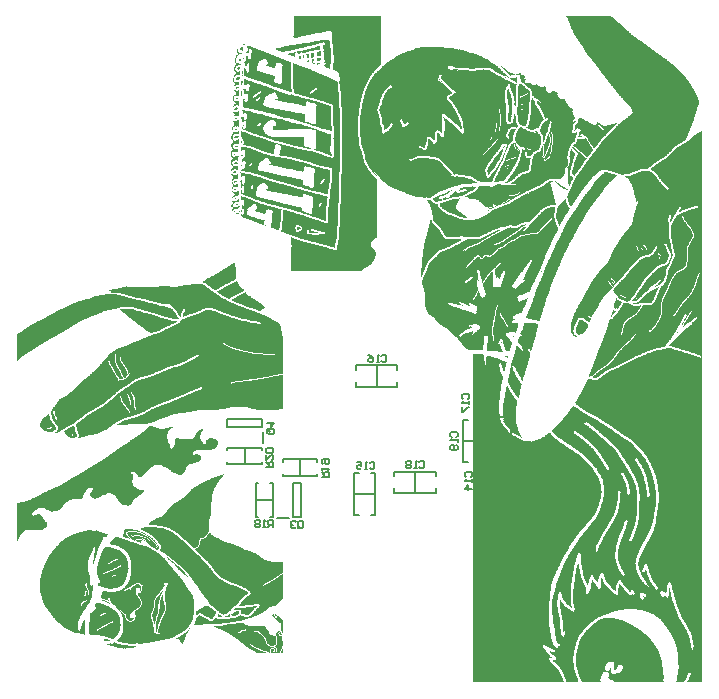
<source format=gbo>
G04*
G04 #@! TF.GenerationSoftware,Altium Limited,Altium Designer,24.4.1 (13)*
G04*
G04 Layer_Color=32896*
%FSLAX25Y25*%
%MOIN*%
G70*
G04*
G04 #@! TF.SameCoordinates,4848AC28-F08C-4A73-8BB8-69E0F556E231*
G04*
G04*
G04 #@! TF.FilePolarity,Positive*
G04*
G01*
G75*
%ADD13C,0.00787*%
%ADD15C,0.00591*%
G36*
X327628Y343864D02*
X327535D01*
Y343957D01*
X327628D01*
Y343864D01*
D02*
G37*
G36*
X198563Y341274D02*
X198470D01*
Y341366D01*
X198563D01*
Y341274D01*
D02*
G37*
G36*
X197175Y340811D02*
X196990D01*
Y340719D01*
X196898D01*
Y340626D01*
X196158D01*
Y340719D01*
X196435D01*
Y340811D01*
X196713D01*
Y340903D01*
X197175D01*
Y340811D01*
D02*
G37*
G36*
X196065Y340533D02*
X195973D01*
Y340626D01*
X196065D01*
Y340533D01*
D02*
G37*
G36*
X195047Y339886D02*
X194955D01*
Y339978D01*
X195047D01*
Y339886D01*
D02*
G37*
G36*
X197268Y339331D02*
Y339238D01*
Y339053D01*
X197175D01*
Y339516D01*
X197268D01*
Y339331D01*
D02*
G37*
G36*
X222341Y340163D02*
X222248D01*
Y340071D01*
X222155D01*
Y339516D01*
X222248D01*
Y339238D01*
X222155D01*
Y339146D01*
X221878D01*
Y339053D01*
X221138D01*
Y338961D01*
X220768D01*
Y339053D01*
X220675D01*
Y339146D01*
X220305D01*
Y339053D01*
X220213D01*
Y338961D01*
X220120D01*
Y338776D01*
X219935D01*
Y338683D01*
X219472D01*
Y338591D01*
X219010D01*
Y338498D01*
X218547D01*
Y338405D01*
X218085D01*
Y338313D01*
X217900D01*
Y338221D01*
X217622D01*
Y338128D01*
X217252D01*
Y338035D01*
X216882D01*
Y337943D01*
X216512D01*
Y338128D01*
X216419D01*
Y338221D01*
X216327D01*
Y338313D01*
X216142D01*
Y338405D01*
X216049D01*
Y338313D01*
X215864D01*
Y338221D01*
X215772D01*
Y338128D01*
X215679D01*
Y337665D01*
X215402D01*
Y337573D01*
X214846D01*
Y337943D01*
X214754D01*
Y338128D01*
X214569D01*
Y338221D01*
X214199D01*
Y338128D01*
X214106D01*
Y338035D01*
X214014D01*
Y337110D01*
X214106D01*
Y336833D01*
X213921D01*
Y336740D01*
X213829D01*
Y336648D01*
X213736D01*
Y336740D01*
X213551D01*
Y336833D01*
X213459D01*
Y336925D01*
X213089D01*
Y337018D01*
X212811D01*
Y337110D01*
X212626D01*
Y337203D01*
X212348D01*
Y337295D01*
X212163D01*
Y337388D01*
X211978D01*
Y337480D01*
X211701D01*
Y337573D01*
X211516D01*
Y337758D01*
X211886D01*
Y337850D01*
X212256D01*
Y337943D01*
X212719D01*
Y338035D01*
X213181D01*
Y338128D01*
X213644D01*
Y338221D01*
X213921D01*
Y338313D01*
X214291D01*
Y338405D01*
X214661D01*
Y338498D01*
X215032D01*
Y338591D01*
X215679D01*
Y338683D01*
X216142D01*
Y338776D01*
X216604D01*
Y338868D01*
X216974D01*
Y338961D01*
X217344D01*
Y339053D01*
X217715D01*
Y339146D01*
X218085D01*
Y339238D01*
X218362D01*
Y339331D01*
X218825D01*
Y339423D01*
X219195D01*
Y339516D01*
X219565D01*
Y339608D01*
X219935D01*
Y339701D01*
X220213D01*
Y339793D01*
X220490D01*
Y339886D01*
X220860D01*
Y339978D01*
X221045D01*
Y340071D01*
X221323D01*
Y340163D01*
X221785D01*
Y340256D01*
X222248D01*
Y340348D01*
X222341D01*
Y340163D01*
D02*
G37*
G36*
X196620Y339793D02*
X196528D01*
Y338961D01*
X196435D01*
Y338776D01*
X196250D01*
Y338868D01*
X195973D01*
Y338961D01*
X195787D01*
Y339053D01*
X195695D01*
Y339146D01*
X195602D01*
Y339423D01*
X195695D01*
Y339608D01*
X195787D01*
Y339701D01*
X195973D01*
Y339793D01*
X196065D01*
Y339886D01*
X196620D01*
Y339793D01*
D02*
G37*
G36*
X196065Y336925D02*
X195973D01*
Y337018D01*
X196065D01*
Y336925D01*
D02*
G37*
G36*
X262494Y339886D02*
X263142D01*
Y339793D01*
X263419D01*
Y339886D01*
X263697D01*
Y339793D01*
X265270D01*
Y339701D01*
X265640D01*
Y339608D01*
X266195D01*
Y339516D01*
X266935D01*
Y339423D01*
X267490D01*
Y339331D01*
X267860D01*
Y339238D01*
X268230D01*
Y339146D01*
X268600D01*
Y339238D01*
X268785D01*
Y339146D01*
X269433D01*
Y339053D01*
X269803D01*
Y338961D01*
X270081D01*
Y338868D01*
X270358D01*
Y338776D01*
X270543D01*
Y338683D01*
X270913D01*
Y338591D01*
X271191D01*
Y338498D01*
X271376D01*
Y338405D01*
X271654D01*
Y338313D01*
X271839D01*
Y338221D01*
X272024D01*
Y338128D01*
X272394D01*
Y338035D01*
X272764D01*
Y337943D01*
X273411D01*
Y337850D01*
X273689D01*
Y337758D01*
X273967D01*
Y337665D01*
X274152D01*
Y337573D01*
X274429D01*
Y337480D01*
X274707D01*
Y337388D01*
X274892D01*
Y337295D01*
X275077D01*
Y337203D01*
X275262D01*
Y337110D01*
X275447D01*
Y337018D01*
X275632D01*
Y336925D01*
X275909D01*
Y336833D01*
X276187D01*
Y336740D01*
X276372D01*
Y336648D01*
X276557D01*
Y336555D01*
X276742D01*
Y336463D01*
X276835D01*
Y336370D01*
X277020D01*
Y336278D01*
X277205D01*
Y336185D01*
X277297D01*
Y336092D01*
X277482D01*
Y336000D01*
X277760D01*
Y335908D01*
X277945D01*
Y335815D01*
X278130D01*
Y335722D01*
X278222D01*
Y335630D01*
X278408D01*
Y335537D01*
X278500D01*
Y335445D01*
X278685D01*
Y335352D01*
X278778D01*
Y335260D01*
X278870D01*
Y335167D01*
X279055D01*
Y335075D01*
X279148D01*
Y334982D01*
X279240D01*
Y334890D01*
X279425D01*
Y334797D01*
X279518D01*
Y334705D01*
X279610D01*
Y334612D01*
X279795D01*
Y334520D01*
X279888D01*
Y334427D01*
X280073D01*
Y334335D01*
X280165D01*
Y334242D01*
X280350D01*
Y334150D01*
X280535D01*
Y334057D01*
X280628D01*
Y333965D01*
X280720D01*
Y333872D01*
X280906D01*
Y333780D01*
X280998D01*
Y333687D01*
X281183D01*
Y333594D01*
X281276D01*
Y333502D01*
X281461D01*
Y333410D01*
X281553D01*
Y333317D01*
X281646D01*
Y333224D01*
X281738D01*
Y333132D01*
X281831D01*
Y333039D01*
X282016D01*
Y332947D01*
X282108D01*
Y332854D01*
X282201D01*
Y332762D01*
X282293D01*
Y332669D01*
X282386D01*
Y332577D01*
X282478D01*
Y332392D01*
X282571D01*
Y332299D01*
X282663D01*
Y332207D01*
X282756D01*
Y332114D01*
X282848D01*
Y332022D01*
X282941D01*
Y331929D01*
X283033D01*
Y331837D01*
X283126D01*
Y331744D01*
X283219D01*
Y331652D01*
X283311D01*
Y331559D01*
X283403D01*
Y331467D01*
X283496D01*
Y331374D01*
X283589D01*
Y331281D01*
X283681D01*
Y331189D01*
X283774D01*
Y331097D01*
X283866D01*
Y331004D01*
X284051D01*
Y330911D01*
X284144D01*
Y330819D01*
X284236D01*
Y330726D01*
X284329D01*
Y330634D01*
X284421D01*
Y330541D01*
X284514D01*
Y330449D01*
X284606D01*
Y330264D01*
X284699D01*
Y330171D01*
X284884D01*
Y330079D01*
X284976D01*
Y329986D01*
X285069D01*
Y329894D01*
X285254D01*
Y329801D01*
X285347D01*
Y329616D01*
X285994D01*
Y329709D01*
X286919D01*
Y329801D01*
X287660D01*
Y329894D01*
X288030D01*
Y329801D01*
Y329709D01*
Y329339D01*
X287937D01*
Y328413D01*
X287844D01*
Y328136D01*
X287752D01*
Y328228D01*
X287660D01*
Y328321D01*
X287382D01*
Y328413D01*
X287289D01*
Y328506D01*
X287104D01*
Y328598D01*
X286919D01*
Y328691D01*
X286734D01*
Y328783D01*
X286549D01*
Y328876D01*
X286457D01*
Y328969D01*
X286272D01*
Y329061D01*
X285994D01*
Y329153D01*
X285809D01*
Y329246D01*
X285717D01*
Y329339D01*
X285624D01*
Y329431D01*
X285531D01*
Y329524D01*
X285347D01*
Y329616D01*
X285254D01*
Y329709D01*
X285069D01*
Y329801D01*
X284976D01*
Y329894D01*
X284791D01*
Y329986D01*
X284699D01*
Y330079D01*
X284514D01*
Y330171D01*
X284236D01*
Y330264D01*
X284051D01*
Y330356D01*
X283774D01*
Y330449D01*
X283403D01*
Y330541D01*
X283126D01*
Y330634D01*
X282848D01*
Y330726D01*
X282663D01*
Y330819D01*
X282478D01*
Y330911D01*
X282386D01*
Y331004D01*
X282201D01*
Y331097D01*
X282016D01*
Y331189D01*
X281923D01*
Y331281D01*
X281738D01*
Y331374D01*
X281553D01*
Y331467D01*
X281276D01*
Y331559D01*
X281090D01*
Y331652D01*
X280906D01*
Y331744D01*
X280720D01*
Y331837D01*
X280628D01*
Y331929D01*
X280535D01*
Y332022D01*
X280443D01*
Y332114D01*
X280350D01*
Y332207D01*
X280165D01*
Y332299D01*
X280073D01*
Y332392D01*
X279888D01*
Y332484D01*
X279703D01*
Y332577D01*
X279518D01*
Y332669D01*
X279425D01*
Y332762D01*
X279333D01*
Y332854D01*
X279148D01*
Y332947D01*
X278778D01*
Y333039D01*
X277112D01*
Y333132D01*
X276465D01*
Y333039D01*
X275817D01*
Y332947D01*
X274892D01*
Y332854D01*
X274059D01*
Y332762D01*
X273319D01*
Y332669D01*
X272579D01*
Y332762D01*
X272024D01*
Y332854D01*
X271284D01*
Y332947D01*
X270636D01*
Y333039D01*
X268508D01*
Y333132D01*
X267305D01*
Y333224D01*
X267028D01*
Y333317D01*
X266843D01*
Y333410D01*
X266565D01*
Y333502D01*
X266287D01*
Y333594D01*
X265085D01*
Y333410D01*
X264992D01*
Y333224D01*
X264900D01*
Y333132D01*
X264807D01*
Y332947D01*
X264715D01*
Y332854D01*
X264807D01*
Y332762D01*
X264900D01*
Y332669D01*
X265177D01*
Y332577D01*
X265455D01*
Y332392D01*
X265362D01*
Y332299D01*
X265732D01*
Y332207D01*
X266102D01*
Y332114D01*
X266380D01*
Y332299D01*
X266472D01*
Y332392D01*
X266565D01*
Y332577D01*
X266657D01*
Y332669D01*
X266843D01*
Y332577D01*
X267120D01*
Y332484D01*
X268138D01*
Y332392D01*
X267953D01*
Y332299D01*
X267860D01*
Y332207D01*
X267768D01*
Y332022D01*
X268045D01*
Y332114D01*
X268230D01*
Y332207D01*
X268415D01*
Y332299D01*
X268600D01*
Y332392D01*
X269526D01*
Y332299D01*
X271098D01*
Y332207D01*
X271931D01*
Y332114D01*
X272394D01*
Y332022D01*
X273504D01*
Y332114D01*
X274244D01*
Y332207D01*
X275447D01*
Y332299D01*
X275909D01*
Y332392D01*
X276650D01*
Y332484D01*
X276927D01*
Y332392D01*
X278130D01*
Y332299D01*
X278870D01*
Y332207D01*
X278963D01*
Y332022D01*
X279055D01*
Y331837D01*
X279148D01*
Y331744D01*
X279795D01*
Y331652D01*
X279888D01*
Y331559D01*
X279980D01*
Y331467D01*
X280073D01*
Y331374D01*
X280165D01*
Y331281D01*
X280258D01*
Y331189D01*
X280443D01*
Y331097D01*
X280628D01*
Y331004D01*
X280720D01*
Y330911D01*
X280813D01*
Y330819D01*
X280998D01*
Y330726D01*
X281276D01*
Y330634D01*
X281461D01*
Y330541D01*
X281738D01*
Y330449D01*
X281923D01*
Y330356D01*
X282108D01*
Y330264D01*
X282293D01*
Y330171D01*
X282478D01*
Y330079D01*
X282663D01*
Y329986D01*
X282848D01*
Y329894D01*
X282941D01*
Y329801D01*
X283126D01*
Y329709D01*
X283219D01*
Y329616D01*
X283311D01*
Y329524D01*
X283496D01*
Y329431D01*
X283589D01*
Y329339D01*
X283681D01*
Y329246D01*
X283866D01*
Y329153D01*
X284051D01*
Y329061D01*
X284329D01*
Y328969D01*
X284606D01*
Y328876D01*
X284791D01*
Y328783D01*
X284976D01*
Y328691D01*
X285161D01*
Y328598D01*
X285531D01*
Y328506D01*
X285717D01*
Y328413D01*
X286087D01*
Y328321D01*
X286179D01*
Y328228D01*
X286364D01*
Y328136D01*
X286549D01*
Y328043D01*
X286642D01*
Y327951D01*
X286919D01*
Y327858D01*
X287012D01*
Y327766D01*
X287197D01*
Y327673D01*
X287382D01*
Y327581D01*
X287567D01*
Y327488D01*
X287844D01*
Y327211D01*
X287752D01*
Y326656D01*
X287660D01*
Y326100D01*
X287567D01*
Y325175D01*
X287474D01*
Y320179D01*
X287382D01*
Y317126D01*
X287474D01*
Y316293D01*
X287567D01*
Y315553D01*
X287660D01*
Y315090D01*
X287752D01*
Y314813D01*
X287844D01*
Y314535D01*
X287937D01*
Y314258D01*
X288030D01*
Y314073D01*
X288122D01*
Y313888D01*
X288215D01*
Y313795D01*
X288307D01*
Y313703D01*
X288400D01*
Y313518D01*
X288307D01*
Y313425D01*
X288215D01*
Y313333D01*
X288122D01*
Y313240D01*
X288030D01*
Y313148D01*
X287937D01*
Y313055D01*
X287844D01*
Y312870D01*
X287752D01*
Y312778D01*
X287660D01*
Y312685D01*
X287567D01*
Y312500D01*
X287474D01*
Y312315D01*
X287382D01*
Y312130D01*
X287289D01*
Y311945D01*
X287197D01*
Y311667D01*
X287104D01*
Y311482D01*
X287012D01*
Y311205D01*
X286919D01*
Y310927D01*
X286827D01*
Y310557D01*
X286734D01*
Y310094D01*
X286642D01*
Y308614D01*
X286457D01*
Y308522D01*
X286364D01*
Y308429D01*
X286179D01*
Y308337D01*
X285994D01*
Y308244D01*
X285902D01*
Y308152D01*
X285809D01*
Y308059D01*
X285624D01*
Y307966D01*
X285531D01*
Y307782D01*
X285439D01*
Y307689D01*
X285347D01*
Y307596D01*
X285254D01*
Y307411D01*
X285161D01*
Y307226D01*
X285069D01*
Y307041D01*
X284976D01*
Y306856D01*
X284884D01*
Y306579D01*
X284791D01*
Y306394D01*
X284699D01*
Y306209D01*
X284606D01*
Y305839D01*
X284514D01*
Y305654D01*
X284421D01*
Y305469D01*
X284329D01*
Y305283D01*
X284236D01*
Y305006D01*
X284144D01*
Y304821D01*
X284051D01*
Y304636D01*
X283959D01*
Y304358D01*
X283866D01*
Y304173D01*
X283774D01*
Y303896D01*
X283681D01*
Y303526D01*
X283589D01*
Y303248D01*
X283496D01*
Y302971D01*
X283403D01*
Y302693D01*
X283311D01*
Y302508D01*
X283219D01*
Y302323D01*
X283126D01*
Y302138D01*
X283033D01*
Y301953D01*
X282941D01*
Y301768D01*
X282848D01*
Y301583D01*
X282756D01*
Y301398D01*
X282663D01*
Y301213D01*
X282571D01*
Y301028D01*
X282478D01*
Y300935D01*
X282386D01*
Y300750D01*
X282293D01*
Y300565D01*
X282201D01*
Y300380D01*
X282108D01*
Y300195D01*
X282016D01*
Y300102D01*
X281923D01*
Y299917D01*
X281831D01*
Y299732D01*
X281738D01*
Y299455D01*
X281646D01*
Y299270D01*
X281553D01*
Y299085D01*
X281461D01*
Y298900D01*
X281368D01*
Y298715D01*
X281276D01*
Y298530D01*
X281183D01*
Y298344D01*
X281090D01*
Y298160D01*
X280998D01*
Y297882D01*
X280906D01*
Y297697D01*
X280813D01*
Y297604D01*
X280720D01*
Y297419D01*
X280628D01*
Y297234D01*
X280535D01*
Y297049D01*
X280443D01*
Y296957D01*
X280350D01*
Y296772D01*
X280258D01*
Y296587D01*
X280165D01*
Y296402D01*
X280073D01*
Y296124D01*
X279980D01*
Y295847D01*
X279888D01*
Y295661D01*
X279795D01*
Y295476D01*
X279703D01*
Y295291D01*
X279610D01*
Y295106D01*
X279518D01*
Y294921D01*
X279425D01*
Y294736D01*
X279240D01*
Y294829D01*
X278963D01*
Y294921D01*
X278130D01*
Y294829D01*
X276742D01*
Y294921D01*
X276187D01*
Y295014D01*
X276002D01*
Y295106D01*
X275539D01*
Y295199D01*
X275169D01*
Y295291D01*
X274984D01*
Y295384D01*
X274707D01*
Y295476D01*
X274614D01*
Y295569D01*
X274429D01*
Y295661D01*
X274337D01*
Y295754D01*
X274244D01*
Y295847D01*
X274059D01*
Y295939D01*
X273967D01*
Y296031D01*
X273781D01*
Y296124D01*
X273689D01*
Y296217D01*
X273597D01*
Y296309D01*
X273411D01*
Y296402D01*
X273319D01*
Y296494D01*
X273134D01*
Y296587D01*
X272949D01*
Y296679D01*
X272764D01*
Y296772D01*
X272486D01*
Y296864D01*
X271191D01*
Y296957D01*
X271006D01*
Y297049D01*
X270728D01*
Y297142D01*
X270451D01*
Y297234D01*
X269156D01*
Y297327D01*
X268693D01*
Y297419D01*
X268323D01*
Y297512D01*
X267398D01*
Y297419D01*
X267028D01*
Y297512D01*
X266843D01*
Y297604D01*
X266750D01*
Y297789D01*
X266657D01*
Y298067D01*
X266565D01*
Y298160D01*
X266472D01*
Y298344D01*
X266287D01*
Y298530D01*
X266195D01*
Y298622D01*
X266102D01*
Y298715D01*
X265917D01*
Y298900D01*
X265825D01*
Y298992D01*
X265732D01*
Y299085D01*
X265640D01*
Y299270D01*
X265547D01*
Y299362D01*
X265455D01*
Y299455D01*
X265362D01*
Y299547D01*
X265270D01*
Y299640D01*
X265177D01*
Y299732D01*
X265085D01*
Y299825D01*
X264900D01*
Y299917D01*
X264807D01*
Y300010D01*
X264622D01*
Y300102D01*
X264529D01*
Y300195D01*
X264437D01*
Y300287D01*
X264345D01*
Y300380D01*
X264252D01*
Y300565D01*
X264159D01*
Y300658D01*
X264067D01*
Y300750D01*
X263974D01*
Y300842D01*
X263882D01*
Y301028D01*
X263789D01*
Y301120D01*
X263697D01*
Y301213D01*
X263604D01*
Y301305D01*
X263512D01*
Y301398D01*
X263419D01*
Y301490D01*
X263327D01*
Y301675D01*
X263142D01*
Y301768D01*
X263049D01*
Y301860D01*
X262957D01*
Y301953D01*
X262864D01*
Y302045D01*
X262772D01*
Y302138D01*
X262679D01*
Y302230D01*
X262587D01*
Y302323D01*
X262494D01*
Y302415D01*
X262402D01*
Y302508D01*
X262309D01*
Y302600D01*
X262216D01*
Y302693D01*
X262032D01*
Y302785D01*
X261939D01*
Y302878D01*
X261661D01*
Y302971D01*
X261291D01*
Y303063D01*
X260829D01*
Y303155D01*
X260366D01*
Y303248D01*
X259904D01*
Y303341D01*
X259534D01*
Y303433D01*
X258886D01*
Y303526D01*
X258516D01*
Y303618D01*
X258238D01*
Y303711D01*
X255278D01*
Y303618D01*
X254907D01*
Y303526D01*
X254722D01*
Y303433D01*
X254537D01*
Y303341D01*
X254352D01*
Y303248D01*
X254167D01*
Y303155D01*
X253890D01*
Y303063D01*
X253705D01*
Y302971D01*
X253427D01*
Y302878D01*
X253242D01*
Y302785D01*
X252965D01*
Y302693D01*
X252687D01*
Y302600D01*
X252039D01*
Y302415D01*
X252317D01*
Y302138D01*
X252410D01*
Y302045D01*
X252872D01*
Y302138D01*
X252965D01*
Y302230D01*
X253335D01*
Y302323D01*
X253520D01*
Y302415D01*
X253705D01*
Y302508D01*
X253890D01*
Y302600D01*
X254260D01*
Y302693D01*
X254537D01*
Y302785D01*
X254722D01*
Y302878D01*
X255000D01*
Y302971D01*
X255463D01*
Y303063D01*
X256018D01*
Y302971D01*
X256110D01*
Y303063D01*
X257868D01*
Y302971D01*
X258331D01*
Y302878D01*
X258701D01*
Y302785D01*
X259348D01*
Y302693D01*
X259626D01*
Y302600D01*
X260181D01*
Y302508D01*
X260736D01*
Y302415D01*
X261106D01*
Y302323D01*
X261476D01*
Y302230D01*
X261661D01*
Y302138D01*
X261754D01*
Y302045D01*
X261939D01*
Y301953D01*
X262032D01*
Y301860D01*
X262124D01*
Y301768D01*
X262216D01*
Y301675D01*
X262309D01*
Y301583D01*
X262402D01*
Y301490D01*
X262494D01*
Y301398D01*
X262587D01*
Y301213D01*
X262772D01*
Y301120D01*
X262864D01*
Y301028D01*
X262957D01*
Y300935D01*
X263049D01*
Y300842D01*
X263142D01*
Y300750D01*
X263234D01*
Y300565D01*
X263327D01*
Y300472D01*
X263419D01*
Y300380D01*
X263512D01*
Y300287D01*
X263604D01*
Y300195D01*
X263697D01*
Y300010D01*
X263789D01*
Y299917D01*
X263882D01*
Y299825D01*
X263974D01*
Y299732D01*
X264067D01*
Y299640D01*
X264159D01*
Y299547D01*
X264252D01*
Y299455D01*
X264345D01*
Y299362D01*
X264437D01*
Y299270D01*
X264529D01*
Y299177D01*
X264622D01*
Y299085D01*
X264715D01*
Y298992D01*
X264807D01*
Y298900D01*
X264900D01*
Y298807D01*
X264992D01*
Y298715D01*
X265085D01*
Y298530D01*
X265177D01*
Y298437D01*
X265270D01*
Y298344D01*
X265362D01*
Y298252D01*
X265455D01*
Y298160D01*
X265547D01*
Y298067D01*
X265640D01*
Y297974D01*
X265732D01*
Y297882D01*
X265825D01*
Y297789D01*
X265917D01*
Y297697D01*
X266010D01*
Y297512D01*
X266102D01*
Y297419D01*
X266195D01*
Y297327D01*
X266102D01*
Y297234D01*
X266010D01*
Y297049D01*
X266380D01*
Y296957D01*
X266657D01*
Y296864D01*
X266843D01*
Y296772D01*
X267583D01*
Y296864D01*
X268138D01*
Y296772D01*
X268508D01*
Y296679D01*
X268970D01*
Y296587D01*
X270266D01*
Y296494D01*
X270543D01*
Y296402D01*
X270728D01*
Y296309D01*
X271006D01*
Y296217D01*
X271561D01*
Y296124D01*
X272116D01*
Y296217D01*
X272301D01*
Y296124D01*
X272486D01*
Y296031D01*
X272764D01*
Y295939D01*
X272949D01*
Y295847D01*
X273041D01*
Y295754D01*
X273134D01*
Y295661D01*
X273319D01*
Y295569D01*
X273411D01*
Y295476D01*
X273597D01*
Y295384D01*
X273689D01*
Y295291D01*
X273781D01*
Y295199D01*
X273967D01*
Y295106D01*
X274059D01*
Y295014D01*
X274152D01*
Y294921D01*
X274337D01*
Y294829D01*
X274614D01*
Y294736D01*
X274429D01*
Y294644D01*
X273504D01*
Y294551D01*
X273041D01*
Y294459D01*
X272671D01*
Y294366D01*
X270728D01*
Y294274D01*
X269988D01*
Y294181D01*
X269248D01*
Y294089D01*
X268878D01*
Y293996D01*
X268508D01*
Y293903D01*
X268230D01*
Y293811D01*
X267860D01*
Y293719D01*
X267583D01*
Y293626D01*
X267305D01*
Y293533D01*
X267028D01*
Y293441D01*
X266750D01*
Y293348D01*
X266472D01*
Y293256D01*
X266195D01*
Y293163D01*
X266010D01*
Y293071D01*
X265732D01*
Y292978D01*
X265362D01*
Y292886D01*
X265085D01*
Y292793D01*
X264807D01*
Y292701D01*
X264622D01*
Y292608D01*
X264437D01*
Y292516D01*
X264159D01*
Y292423D01*
X263882D01*
Y292331D01*
X263697D01*
Y292238D01*
X263419D01*
Y292146D01*
X263142D01*
Y292053D01*
X262679D01*
Y291961D01*
X262587D01*
Y291868D01*
X262402D01*
Y291776D01*
X262216D01*
Y291683D01*
X261939D01*
Y291590D01*
X261754D01*
Y291498D01*
X261569D01*
Y291406D01*
X261384D01*
Y291313D01*
X261199D01*
Y291220D01*
X261106D01*
Y291128D01*
X260921D01*
Y291035D01*
X260829D01*
Y290943D01*
X260736D01*
Y290850D01*
X260644D01*
Y290758D01*
X260459D01*
Y290665D01*
X260366D01*
Y290573D01*
X260274D01*
Y290480D01*
X260089D01*
Y290388D01*
X259996D01*
Y290295D01*
X259811D01*
Y290203D01*
X259718D01*
Y290110D01*
X259626D01*
Y290018D01*
X259534D01*
Y289925D01*
X259256D01*
Y289833D01*
X259163D01*
Y289740D01*
X258886D01*
Y289648D01*
X257868D01*
Y289740D01*
X257776D01*
Y289833D01*
X257498D01*
Y289740D01*
X257405D01*
Y289648D01*
X257035D01*
Y289740D01*
X256573D01*
Y289833D01*
X256018D01*
Y289925D01*
X255000D01*
Y290018D01*
X254630D01*
Y290110D01*
X253982D01*
Y290203D01*
X253705D01*
Y290295D01*
X253335D01*
Y290388D01*
X252965D01*
Y290480D01*
X252780D01*
Y290573D01*
X252502D01*
Y290665D01*
X252224D01*
Y290758D01*
X251947D01*
Y290850D01*
X251669D01*
Y290943D01*
X251484D01*
Y291035D01*
X251299D01*
Y291128D01*
X251022D01*
Y291220D01*
X250837D01*
Y291313D01*
X250652D01*
Y291406D01*
X250466D01*
Y291498D01*
X250189D01*
Y291590D01*
X249911D01*
Y291683D01*
X249726D01*
Y291776D01*
X249541D01*
Y291868D01*
X249264D01*
Y291961D01*
X249079D01*
Y292053D01*
X248801D01*
Y292146D01*
X248616D01*
Y292238D01*
X248339D01*
Y292331D01*
X248153D01*
Y292423D01*
X247876D01*
Y292516D01*
X247691D01*
Y292608D01*
X247506D01*
Y292701D01*
X247321D01*
Y292793D01*
X247043D01*
Y292886D01*
X246858D01*
Y292978D01*
X246673D01*
Y293071D01*
X246396D01*
Y293163D01*
X246211D01*
Y293256D01*
X246026D01*
Y293348D01*
X245841D01*
Y293441D01*
X245655D01*
Y293533D01*
X245470D01*
Y293626D01*
X245285D01*
Y293719D01*
X245100D01*
Y293811D01*
X245008D01*
Y293903D01*
X244915D01*
Y293996D01*
X244823D01*
Y294089D01*
X244638D01*
Y294181D01*
X244545D01*
Y294274D01*
X244453D01*
Y294366D01*
X244268D01*
Y294459D01*
X244175D01*
Y294551D01*
X244083D01*
Y294644D01*
X243990D01*
Y294736D01*
X243898D01*
Y294829D01*
X243805D01*
Y294921D01*
X243620D01*
Y295014D01*
X243435D01*
Y295106D01*
X243342D01*
Y295199D01*
X243250D01*
Y295291D01*
X243158D01*
Y295384D01*
X242972D01*
Y295476D01*
X242880D01*
Y295569D01*
X242787D01*
Y295661D01*
X242695D01*
Y295754D01*
X242602D01*
Y295939D01*
X242510D01*
Y296031D01*
X242417D01*
Y296217D01*
X242325D01*
Y296494D01*
X242232D01*
Y296587D01*
X242140D01*
Y296679D01*
X241955D01*
Y296772D01*
X241862D01*
Y296864D01*
X241677D01*
Y297049D01*
X241585D01*
Y297142D01*
X241492D01*
Y297234D01*
X241400D01*
Y297419D01*
X241307D01*
Y297512D01*
X241215D01*
Y297604D01*
X241122D01*
Y297789D01*
X241030D01*
Y297882D01*
X240937D01*
Y297974D01*
X240844D01*
Y298067D01*
X240752D01*
Y298160D01*
X240659D01*
Y298252D01*
X240567D01*
Y298344D01*
X240474D01*
Y298437D01*
X240382D01*
Y298344D01*
X240289D01*
Y298160D01*
X240382D01*
Y298067D01*
X240474D01*
Y297974D01*
X240567D01*
Y297882D01*
X240659D01*
Y297789D01*
X240752D01*
Y297697D01*
X240844D01*
Y297512D01*
X240937D01*
Y297419D01*
X241030D01*
Y297327D01*
X241122D01*
Y297142D01*
X241215D01*
Y297049D01*
X241307D01*
Y296957D01*
X241400D01*
Y296772D01*
X241492D01*
Y296679D01*
X241307D01*
Y296772D01*
X241215D01*
Y296864D01*
X241122D01*
Y296957D01*
X241030D01*
Y297049D01*
X240937D01*
Y297142D01*
X240844D01*
Y297234D01*
X240752D01*
Y297327D01*
X240659D01*
Y297419D01*
X240567D01*
Y297604D01*
X240474D01*
Y297697D01*
X240382D01*
Y297789D01*
X240289D01*
Y297882D01*
X240197D01*
Y297974D01*
X240104D01*
Y298067D01*
X240012D01*
Y298252D01*
X239919D01*
Y298344D01*
X239827D01*
Y298437D01*
X239734D01*
Y298622D01*
X239642D01*
Y298715D01*
X239549D01*
Y298807D01*
X239457D01*
Y298900D01*
X239364D01*
Y298992D01*
X239272D01*
Y299177D01*
X239179D01*
Y299270D01*
X239087D01*
Y299362D01*
X238994D01*
Y299455D01*
X238902D01*
Y299640D01*
X238809D01*
Y299732D01*
X238717D01*
Y299917D01*
X238624D01*
Y300102D01*
X238531D01*
Y300195D01*
X238439D01*
Y300380D01*
X238347D01*
Y300565D01*
X238254D01*
Y300750D01*
X238161D01*
Y300842D01*
X238069D01*
Y301213D01*
X237976D01*
Y301305D01*
X237884D01*
Y301398D01*
X237791D01*
Y301583D01*
X237699D01*
Y301768D01*
X237606D01*
Y302045D01*
X237514D01*
Y302415D01*
X237421D01*
Y302878D01*
X237329D01*
Y303248D01*
X237236D01*
Y303803D01*
X237144D01*
Y304173D01*
X237051D01*
Y304358D01*
X236959D01*
Y304821D01*
X236866D01*
Y305191D01*
X236774D01*
Y305469D01*
X236681D01*
Y305746D01*
X236589D01*
Y306024D01*
X236496D01*
Y306301D01*
X236403D01*
Y306579D01*
X236311D01*
Y306764D01*
X236219D01*
Y307041D01*
X236126D01*
Y307226D01*
X236034D01*
Y307782D01*
X235941D01*
Y308337D01*
X235848D01*
Y309817D01*
X235756D01*
Y310465D01*
X235663D01*
Y311390D01*
X235571D01*
Y311852D01*
X235478D01*
Y314073D01*
X235571D01*
Y315738D01*
X235663D01*
Y316571D01*
X235756D01*
Y317311D01*
X235848D01*
Y317959D01*
X235941D01*
Y318791D01*
X236034D01*
Y319346D01*
X236126D01*
Y319902D01*
X236219D01*
Y320549D01*
X236311D01*
Y320919D01*
X236403D01*
Y321474D01*
X236496D01*
Y321845D01*
X236589D01*
Y322307D01*
X236681D01*
Y322677D01*
X236774D01*
Y322955D01*
X236866D01*
Y323325D01*
X236959D01*
Y323695D01*
X237051D01*
Y324065D01*
X237144D01*
Y324528D01*
X237236D01*
Y324805D01*
X237329D01*
Y325083D01*
X237421D01*
Y325360D01*
X237514D01*
Y325638D01*
X237606D01*
Y325823D01*
X237699D01*
Y326008D01*
X237791D01*
Y326285D01*
X237884D01*
Y326470D01*
X237976D01*
Y326748D01*
X238069D01*
Y326933D01*
X238161D01*
Y327118D01*
X238254D01*
Y327303D01*
X238347D01*
Y327488D01*
X238439D01*
Y327673D01*
X238531D01*
Y327766D01*
X238624D01*
Y328043D01*
X238717D01*
Y328228D01*
X238809D01*
Y328413D01*
X238902D01*
Y328598D01*
X238994D01*
Y328783D01*
X239087D01*
Y328969D01*
X239179D01*
Y329061D01*
X239272D01*
Y329246D01*
X239364D01*
Y329431D01*
X239457D01*
Y329524D01*
X239549D01*
Y329709D01*
X239642D01*
Y329801D01*
X239734D01*
Y329986D01*
X239827D01*
Y330171D01*
X239919D01*
Y330264D01*
X240012D01*
Y330449D01*
X240104D01*
Y330634D01*
X240197D01*
Y330726D01*
X240289D01*
Y330819D01*
X240382D01*
Y330911D01*
X240474D01*
Y331004D01*
X240567D01*
Y331097D01*
X240659D01*
Y331189D01*
X240752D01*
Y331281D01*
X240844D01*
Y331374D01*
X240937D01*
Y331467D01*
X241122D01*
Y331559D01*
X241215D01*
Y331652D01*
X241307D01*
Y331744D01*
X241400D01*
Y331837D01*
X241492D01*
Y331929D01*
X241585D01*
Y332022D01*
X241770D01*
Y332114D01*
X241862D01*
Y332207D01*
X241955D01*
Y332299D01*
X242047D01*
Y332392D01*
X242140D01*
Y332484D01*
X242232D01*
Y332577D01*
X242325D01*
Y332669D01*
X242417D01*
Y332762D01*
X242510D01*
Y332854D01*
X242602D01*
Y332947D01*
X242695D01*
Y333039D01*
X242787D01*
Y333224D01*
X242880D01*
Y333317D01*
X242972D01*
Y333410D01*
X243065D01*
Y333502D01*
X243158D01*
Y333594D01*
X243342D01*
Y333687D01*
X243528D01*
Y333780D01*
X243713D01*
Y333965D01*
X243805D01*
Y334057D01*
X243898D01*
Y334242D01*
X243990D01*
Y334335D01*
X244083D01*
Y334427D01*
X244175D01*
Y334520D01*
X244360D01*
Y334612D01*
X244453D01*
Y334705D01*
X244638D01*
Y334797D01*
X244730D01*
Y334890D01*
X244823D01*
Y334982D01*
X244915D01*
Y335075D01*
X245100D01*
Y335167D01*
X245193D01*
Y335260D01*
X245378D01*
Y335352D01*
X245563D01*
Y335445D01*
X245655D01*
Y335537D01*
X245841D01*
Y335630D01*
X246026D01*
Y335722D01*
X246118D01*
Y335815D01*
X246211D01*
Y335908D01*
X246396D01*
Y336000D01*
X246581D01*
Y336092D01*
X246766D01*
Y336185D01*
X246858D01*
Y336278D01*
X247043D01*
Y336370D01*
X247136D01*
Y336463D01*
X247228D01*
Y336555D01*
X247321D01*
Y336648D01*
X247413D01*
Y336740D01*
X247598D01*
Y336833D01*
X247691D01*
Y336925D01*
X247783D01*
Y336833D01*
X248153D01*
Y336925D01*
X248246D01*
Y337110D01*
X248339D01*
Y337203D01*
X248524D01*
Y337295D01*
X248709D01*
Y337388D01*
X248894D01*
Y337480D01*
X249079D01*
Y337573D01*
X249171D01*
Y337665D01*
X249541D01*
Y337758D01*
X249726D01*
Y337850D01*
X250004D01*
Y337943D01*
X250282D01*
Y338035D01*
X250466D01*
Y338128D01*
X250744D01*
Y338221D01*
X250929D01*
Y338313D01*
X251207D01*
Y338405D01*
X251392D01*
Y338498D01*
X251669D01*
Y338591D01*
X251947D01*
Y338683D01*
X252132D01*
Y338776D01*
X252502D01*
Y338868D01*
X252687D01*
Y338961D01*
X252965D01*
Y339053D01*
X253242D01*
Y339146D01*
X253427D01*
Y339238D01*
X253705D01*
Y339331D01*
X253890D01*
Y339423D01*
X254075D01*
Y339516D01*
X254352D01*
Y339608D01*
X254722D01*
Y339701D01*
X255185D01*
Y339793D01*
X255740D01*
Y339886D01*
X260274D01*
Y339978D01*
X262494D01*
Y339886D01*
D02*
G37*
G36*
X222433Y337388D02*
X222526D01*
Y337018D01*
X222248D01*
Y336925D01*
X221693D01*
Y336833D01*
X221323D01*
Y336740D01*
X221230D01*
Y337480D01*
X221138D01*
Y337573D01*
Y338313D01*
X221230D01*
Y338405D01*
X221971D01*
Y338498D01*
X222433D01*
Y337388D01*
D02*
G37*
G36*
X220213Y337943D02*
X220305D01*
Y337110D01*
X220213D01*
Y336555D01*
X220028D01*
Y336463D01*
X219380D01*
Y337573D01*
X219287D01*
Y337943D01*
X219565D01*
Y338035D01*
X220028D01*
Y338128D01*
X220213D01*
Y337943D01*
D02*
G37*
G36*
X218455Y337388D02*
X218547D01*
Y336185D01*
X217992D01*
Y336092D01*
X217900D01*
Y336370D01*
X217807D01*
Y337203D01*
X217715D01*
Y337573D01*
X217992D01*
Y337665D01*
X218270D01*
Y337758D01*
X218455D01*
Y337388D01*
D02*
G37*
G36*
X196065Y335815D02*
X195973D01*
Y335352D01*
X195880D01*
Y335260D01*
X195602D01*
Y335167D01*
X195325D01*
Y335260D01*
X195232D01*
Y335445D01*
X195140D01*
Y335815D01*
X195047D01*
Y336092D01*
X195140D01*
Y336185D01*
X195325D01*
Y336092D01*
X195787D01*
Y336185D01*
X196065D01*
Y335815D01*
D02*
G37*
G36*
X215772Y336833D02*
X215864D01*
Y336092D01*
X215957D01*
Y335815D01*
X215864D01*
Y335908D01*
X215679D01*
Y336000D01*
X215494D01*
Y336092D01*
X215309D01*
Y336185D01*
X215124D01*
Y336555D01*
Y336648D01*
Y336833D01*
X215216D01*
Y336925D01*
X215587D01*
Y337018D01*
X215772D01*
Y336833D01*
D02*
G37*
G36*
X198285Y340441D02*
X198470D01*
Y340348D01*
X198655D01*
Y340256D01*
X198933D01*
Y340163D01*
X199211D01*
Y340071D01*
X199488D01*
Y339978D01*
X199766D01*
Y339886D01*
X199951D01*
Y339793D01*
X200228D01*
Y339701D01*
X200413D01*
Y339608D01*
X200691D01*
Y339516D01*
X200969D01*
Y339423D01*
X201153D01*
Y339331D01*
X201431D01*
Y339238D01*
X201709D01*
Y339146D01*
X201986D01*
Y339053D01*
X202171D01*
Y338961D01*
X202449D01*
Y338868D01*
X202726D01*
Y338776D01*
X203004D01*
Y338683D01*
X203281D01*
Y338591D01*
X203467D01*
Y338498D01*
X203744D01*
Y338405D01*
X203929D01*
Y338313D01*
X204114D01*
Y338221D01*
X204299D01*
Y338128D01*
X204577D01*
Y338035D01*
X204762D01*
Y337943D01*
X204947D01*
Y337850D01*
X205224D01*
Y337758D01*
X205410D01*
Y337665D01*
X205687D01*
Y337573D01*
X205965D01*
Y337480D01*
X206150D01*
Y337388D01*
X206427D01*
Y337295D01*
X206612D01*
Y337203D01*
X206890D01*
Y337110D01*
X207075D01*
Y337018D01*
X207260D01*
Y336925D01*
X207445D01*
Y336833D01*
X207722D01*
Y336740D01*
X208000D01*
Y336648D01*
X208278D01*
Y336555D01*
X208463D01*
Y336463D01*
X208740D01*
Y336370D01*
X208925D01*
Y336278D01*
X209110D01*
Y336185D01*
X209388D01*
Y336092D01*
X209665D01*
Y336000D01*
X209850D01*
Y335908D01*
X210035D01*
Y335815D01*
X210221D01*
Y335722D01*
X210405D01*
Y335630D01*
X210591D01*
Y335537D01*
X210776D01*
Y335445D01*
X210961D01*
Y335352D01*
X211331D01*
Y335260D01*
X211608D01*
Y335167D01*
X211886D01*
Y335075D01*
X212163D01*
Y334982D01*
X212441D01*
Y334890D01*
X212626D01*
Y326656D01*
X212719D01*
Y325915D01*
X212811D01*
Y324898D01*
X212441D01*
Y324990D01*
X212256D01*
Y325083D01*
X212071D01*
Y325175D01*
X211886D01*
Y325268D01*
X211608D01*
Y325360D01*
X211331D01*
Y325453D01*
X210961D01*
Y325545D01*
X210591D01*
Y325638D01*
X210313D01*
Y325730D01*
X210035D01*
Y325823D01*
X209758D01*
Y325915D01*
X209573D01*
Y326008D01*
X209295D01*
Y326100D01*
X209018D01*
Y326193D01*
X208740D01*
Y326285D01*
X208555D01*
Y326378D01*
X208185D01*
Y326470D01*
X207815D01*
Y326563D01*
X207445D01*
Y326656D01*
X207075D01*
Y326748D01*
X206705D01*
Y326840D01*
X206427D01*
Y326933D01*
X206242D01*
Y327026D01*
X206057D01*
Y327118D01*
X205872D01*
Y327211D01*
X205780D01*
Y327303D01*
X205502D01*
Y327396D01*
X205132D01*
Y327488D01*
X204947D01*
Y327581D01*
X204762D01*
Y327673D01*
X204484D01*
Y327766D01*
X204299D01*
Y327858D01*
X204114D01*
Y327951D01*
X203837D01*
Y328043D01*
X203652D01*
Y328136D01*
X203374D01*
Y328228D01*
X203097D01*
Y328321D01*
X202819D01*
Y328413D01*
X202541D01*
Y328506D01*
X202356D01*
Y328598D01*
X201986D01*
Y328691D01*
X201616D01*
Y328783D01*
X201246D01*
Y328876D01*
X200876D01*
Y328969D01*
X200598D01*
Y329061D01*
X200413D01*
Y329153D01*
X200136D01*
Y329246D01*
X199951D01*
Y329339D01*
X199673D01*
Y329431D01*
X199396D01*
Y329524D01*
X199118D01*
Y329616D01*
X198841D01*
Y329709D01*
X198563D01*
Y329801D01*
X198378D01*
Y329894D01*
X198100D01*
Y329986D01*
X197823D01*
Y330079D01*
X197638D01*
Y330171D01*
X197545D01*
Y330264D01*
X197360D01*
Y330356D01*
X197175D01*
Y330449D01*
X197083D01*
Y332114D01*
X196990D01*
Y332484D01*
X196898D01*
Y332854D01*
X196990D01*
Y332947D01*
X197175D01*
Y332854D01*
X197268D01*
Y332762D01*
X197453D01*
Y332854D01*
X197730D01*
Y331929D01*
X197823D01*
Y331652D01*
X197915D01*
Y331559D01*
X198008D01*
Y331467D01*
X198378D01*
Y331559D01*
X198470D01*
Y331652D01*
X198563D01*
Y333224D01*
X198655D01*
Y333687D01*
X198748D01*
Y334335D01*
X198655D01*
Y334520D01*
X198470D01*
Y334612D01*
X198285D01*
Y334520D01*
X198193D01*
Y334427D01*
X198100D01*
Y334242D01*
X198008D01*
Y334057D01*
X197915D01*
Y333872D01*
X197823D01*
Y333502D01*
X197730D01*
Y333594D01*
X197268D01*
Y333780D01*
X197360D01*
Y334335D01*
X197268D01*
Y334520D01*
X197175D01*
Y334612D01*
X197083D01*
Y334705D01*
X196805D01*
Y334890D01*
X196898D01*
Y334982D01*
X197083D01*
Y335075D01*
X197175D01*
Y335167D01*
X197268D01*
Y335260D01*
X197360D01*
Y335445D01*
X197453D01*
Y335537D01*
X197545D01*
Y335815D01*
X197638D01*
Y335908D01*
X197730D01*
Y336740D01*
X197638D01*
Y336925D01*
X197545D01*
Y337018D01*
X197730D01*
Y336925D01*
X198193D01*
Y336555D01*
X198100D01*
Y336092D01*
X198193D01*
Y336000D01*
X198285D01*
Y335908D01*
X198655D01*
Y335815D01*
X198841D01*
Y335908D01*
X199026D01*
Y336000D01*
X199118D01*
Y336278D01*
X199211D01*
Y336925D01*
X199303D01*
Y337388D01*
X199396D01*
Y337850D01*
X199488D01*
Y338313D01*
X199581D01*
Y338776D01*
X199488D01*
Y338868D01*
X199396D01*
Y338961D01*
X199303D01*
Y339053D01*
X199211D01*
Y339146D01*
X199118D01*
Y339238D01*
X198748D01*
Y339146D01*
X198655D01*
Y339053D01*
X198563D01*
Y338683D01*
X198470D01*
Y338035D01*
X198378D01*
Y337943D01*
X198008D01*
Y338035D01*
X197453D01*
Y338221D01*
X197545D01*
Y338313D01*
X197730D01*
Y338405D01*
X197915D01*
Y338498D01*
X198008D01*
Y338683D01*
X198100D01*
Y338868D01*
X198193D01*
Y338961D01*
X198285D01*
Y339053D01*
X198378D01*
Y339146D01*
X198100D01*
Y339793D01*
X198008D01*
Y339978D01*
X197915D01*
Y340163D01*
X197823D01*
Y340256D01*
X197915D01*
Y340348D01*
X198008D01*
Y340441D01*
X198193D01*
Y340533D01*
X198285D01*
Y340441D01*
D02*
G37*
G36*
X196898Y336463D02*
X196990D01*
Y336185D01*
X196898D01*
Y336000D01*
X196805D01*
Y335815D01*
X196713D01*
Y336000D01*
Y336092D01*
Y336185D01*
X196805D01*
Y336648D01*
X196898D01*
Y336463D01*
D02*
G37*
G36*
X216882Y336648D02*
X216974D01*
Y336370D01*
Y336278D01*
Y335908D01*
X217067D01*
Y335815D01*
X216974D01*
Y335630D01*
X217067D01*
Y335445D01*
X217160D01*
Y335352D01*
X216974D01*
Y335445D01*
X216882D01*
Y335815D01*
X216789D01*
Y336370D01*
X216697D01*
Y337110D01*
X216604D01*
Y337203D01*
X216697D01*
Y337295D01*
X216882D01*
Y336648D01*
D02*
G37*
G36*
X222526Y335722D02*
Y335630D01*
Y335537D01*
X222341D01*
Y335445D01*
X221878D01*
Y335352D01*
X221415D01*
Y335260D01*
X221323D01*
Y335815D01*
X221230D01*
Y336092D01*
X221415D01*
Y336185D01*
X221785D01*
Y336278D01*
X222341D01*
Y336370D01*
X222526D01*
Y335722D01*
D02*
G37*
G36*
X243990Y335075D02*
X243898D01*
Y335260D01*
X243990D01*
Y335075D01*
D02*
G37*
G36*
X218547Y334890D02*
X218362D01*
Y334982D01*
X218177D01*
Y335075D01*
X217992D01*
Y335445D01*
X218177D01*
Y335537D01*
X218547D01*
Y334890D01*
D02*
G37*
G36*
X220305Y335352D02*
X220398D01*
Y335260D01*
X220120D01*
Y335167D01*
X219935D01*
Y334705D01*
X220028D01*
Y334612D01*
X220120D01*
Y334520D01*
X220490D01*
Y334335D01*
X220213D01*
Y334427D01*
X219843D01*
Y334520D01*
X219657D01*
Y334612D01*
X219472D01*
Y335630D01*
X219380D01*
Y335722D01*
X219472D01*
Y335815D01*
X220120D01*
Y335908D01*
X220305D01*
Y335352D01*
D02*
G37*
G36*
X222526Y334520D02*
X222341D01*
Y334427D01*
X222063D01*
Y334335D01*
X221878D01*
Y334242D01*
X221693D01*
Y334150D01*
X221600D01*
Y334057D01*
X221323D01*
Y334520D01*
X221415D01*
Y334612D01*
X221600D01*
Y334705D01*
X221971D01*
Y334797D01*
X222433D01*
Y334890D01*
X222526D01*
Y334520D01*
D02*
G37*
G36*
X196620Y334057D02*
X196713D01*
Y333872D01*
Y333780D01*
Y333687D01*
X196620D01*
Y333502D01*
X196435D01*
Y334057D01*
X196528D01*
Y334150D01*
X196620D01*
Y334057D01*
D02*
G37*
G36*
X225394Y341921D02*
X225486D01*
Y341366D01*
X225579D01*
Y340348D01*
X225671D01*
Y339608D01*
X225764D01*
Y338498D01*
X225856D01*
Y334705D01*
X225764D01*
Y334150D01*
X225671D01*
Y333410D01*
X225579D01*
Y332762D01*
X225394D01*
Y332854D01*
X225209D01*
Y332947D01*
X224839D01*
Y333039D01*
X224654D01*
Y333132D01*
X224376D01*
Y333224D01*
X224098D01*
Y333317D01*
X223821D01*
Y333502D01*
X223728D01*
Y334057D01*
X223821D01*
Y334150D01*
X224191D01*
Y334242D01*
X224284D01*
Y334612D01*
X224191D01*
Y334705D01*
X224006D01*
Y334797D01*
X223636D01*
Y335075D01*
X223821D01*
Y335260D01*
X223913D01*
Y335445D01*
X223821D01*
Y335630D01*
X223636D01*
Y335722D01*
X223543D01*
Y336555D01*
X223636D01*
Y336740D01*
X223728D01*
Y336833D01*
X223636D01*
Y337018D01*
X223543D01*
Y337110D01*
X223451D01*
Y338405D01*
X223358D01*
Y338683D01*
X223636D01*
Y338776D01*
X223728D01*
Y338868D01*
X223821D01*
Y339146D01*
X223728D01*
Y339238D01*
X223543D01*
Y339331D01*
X223266D01*
Y340441D01*
X223358D01*
Y340533D01*
X223451D01*
Y340626D01*
X223636D01*
Y340719D01*
X223821D01*
Y340811D01*
X223913D01*
Y340996D01*
X224006D01*
Y341274D01*
X223913D01*
Y341366D01*
X223821D01*
Y341459D01*
X223728D01*
Y341551D01*
X223358D01*
Y341459D01*
X222988D01*
Y341366D01*
X222526D01*
Y341274D01*
X222248D01*
Y341181D01*
X221971D01*
Y341089D01*
X221508D01*
Y340996D01*
X221138D01*
Y340903D01*
X220860D01*
Y340811D01*
X220583D01*
Y340719D01*
X220305D01*
Y340626D01*
X220028D01*
Y340533D01*
X219657D01*
Y340441D01*
X219287D01*
Y340348D01*
X218732D01*
Y340256D01*
X218362D01*
Y340163D01*
X217992D01*
Y340071D01*
X217622D01*
Y339978D01*
X217252D01*
Y339886D01*
X216882D01*
Y339793D01*
X216512D01*
Y339701D01*
X216142D01*
Y339608D01*
X215772D01*
Y339516D01*
X215309D01*
Y339423D01*
X214846D01*
Y339331D01*
X214476D01*
Y339238D01*
X214014D01*
Y339146D01*
X213736D01*
Y339053D01*
X213366D01*
Y338961D01*
X212996D01*
Y338868D01*
X212533D01*
Y338776D01*
X212071D01*
Y338683D01*
X211701D01*
Y338591D01*
X211331D01*
Y338498D01*
X210498D01*
Y338405D01*
X210128D01*
Y338313D01*
X209665D01*
Y338405D01*
X209295D01*
Y338498D01*
X209018D01*
Y338591D01*
X208833D01*
Y338683D01*
X208555D01*
Y338776D01*
X208370D01*
Y338868D01*
X208092D01*
Y338961D01*
X207815D01*
Y339053D01*
X207630D01*
Y339146D01*
X207445D01*
Y339238D01*
X207260D01*
Y339331D01*
X207167D01*
Y339423D01*
X207630D01*
Y339516D01*
X208185D01*
Y339608D01*
X208555D01*
Y339701D01*
X208925D01*
Y339793D01*
X209203D01*
Y339886D01*
X209573D01*
Y339978D01*
X209943D01*
Y340071D01*
X210313D01*
Y340163D01*
X210683D01*
Y340256D01*
X211053D01*
Y340348D01*
X211423D01*
Y340441D01*
X211886D01*
Y340533D01*
X212441D01*
Y340626D01*
X213181D01*
Y340719D01*
X213736D01*
Y340811D01*
X214291D01*
Y340903D01*
X214754D01*
Y340996D01*
X215216D01*
Y341089D01*
X216234D01*
Y341181D01*
X216789D01*
Y341274D01*
X217622D01*
Y341366D01*
X218177D01*
Y341459D01*
X218825D01*
Y341551D01*
X219287D01*
Y341644D01*
X219843D01*
Y341736D01*
X220213D01*
Y341829D01*
X220583D01*
Y341921D01*
X221138D01*
Y342014D01*
X221785D01*
Y342106D01*
X222341D01*
Y342199D01*
X223266D01*
Y342291D01*
X224006D01*
Y342384D01*
X224746D01*
Y342476D01*
X225394D01*
Y341921D01*
D02*
G37*
G36*
X195695Y332669D02*
X195602D01*
Y332577D01*
X195417D01*
Y332484D01*
X195232D01*
Y332392D01*
X194770D01*
Y332484D01*
X194677D01*
Y332947D01*
X194770D01*
Y333039D01*
X194862D01*
Y333132D01*
X194955D01*
Y333224D01*
X195695D01*
Y332669D01*
D02*
G37*
G36*
X196435Y331837D02*
Y331097D01*
X196343D01*
Y331929D01*
X196435D01*
Y331837D01*
D02*
G37*
G36*
Y330449D02*
X196343D01*
Y330171D01*
X196250D01*
Y330264D01*
X196158D01*
Y330541D01*
X196250D01*
Y330634D01*
X196343D01*
Y330726D01*
X196435D01*
Y330449D01*
D02*
G37*
G36*
X283959Y329986D02*
X284144D01*
Y329894D01*
X284421D01*
Y329801D01*
X284051D01*
Y329894D01*
X283959D01*
Y329986D01*
X283866D01*
Y330079D01*
X283959D01*
Y329986D01*
D02*
G37*
G36*
X196805Y329524D02*
X196713D01*
Y329616D01*
X196805D01*
Y329524D01*
D02*
G37*
G36*
X195417Y329986D02*
X195510D01*
Y329246D01*
X195417D01*
Y329153D01*
X195232D01*
Y329061D01*
X194955D01*
Y328969D01*
X194585D01*
Y328876D01*
X194307D01*
Y328969D01*
X194215D01*
Y329524D01*
X194307D01*
Y329616D01*
X194400D01*
Y329801D01*
X194492D01*
Y329894D01*
X194677D01*
Y329986D01*
X195047D01*
Y330079D01*
X195417D01*
Y329986D01*
D02*
G37*
G36*
X290990Y328598D02*
X290898D01*
Y328691D01*
X290990D01*
Y328598D01*
D02*
G37*
G36*
X196343Y328783D02*
X196435D01*
Y328136D01*
X196343D01*
Y327951D01*
X196250D01*
Y327766D01*
Y327673D01*
Y327581D01*
X196158D01*
Y327303D01*
X196065D01*
Y328506D01*
X196158D01*
Y328969D01*
X196343D01*
Y328783D01*
D02*
G37*
G36*
X195325Y326656D02*
X195417D01*
Y326470D01*
X195325D01*
Y326378D01*
X195140D01*
Y326285D01*
X194955D01*
Y326193D01*
X194677D01*
Y326100D01*
X194307D01*
Y326470D01*
X194400D01*
Y326563D01*
X194492D01*
Y326656D01*
X194770D01*
Y326748D01*
X195325D01*
Y326656D01*
D02*
G37*
G36*
X197083Y329153D02*
X197453D01*
Y329061D01*
X197915D01*
Y328969D01*
X198193D01*
Y328876D01*
X198378D01*
Y328783D01*
X198748D01*
Y328691D01*
X199026D01*
Y328598D01*
X199211D01*
Y328506D01*
X199488D01*
Y328413D01*
X199858D01*
Y328321D01*
X200043D01*
Y328228D01*
X200321D01*
Y328136D01*
X200598D01*
Y328043D01*
X200783D01*
Y327951D01*
X201061D01*
Y327858D01*
X201339D01*
Y327766D01*
X201616D01*
Y327673D01*
X201894D01*
Y327581D01*
X202171D01*
Y327488D01*
X202541D01*
Y327396D01*
X202911D01*
Y327303D01*
X203097D01*
Y327211D01*
X203374D01*
Y327118D01*
X203744D01*
Y327026D01*
X203929D01*
Y326933D01*
X204207D01*
Y326840D01*
X204484D01*
Y326748D01*
X204762D01*
Y326656D01*
X205132D01*
Y326563D01*
X205410D01*
Y326470D01*
X205687D01*
Y326378D01*
X205872D01*
Y326285D01*
X206150D01*
Y326193D01*
X206242D01*
Y326100D01*
X206427D01*
Y326008D01*
X206612D01*
Y325915D01*
X206797D01*
Y325823D01*
X206982D01*
Y325730D01*
X207260D01*
Y325638D01*
X207630D01*
Y325545D01*
X207815D01*
Y325453D01*
X207908D01*
Y325360D01*
X208278D01*
Y325268D01*
X208463D01*
Y325175D01*
X208648D01*
Y325083D01*
X208925D01*
Y324990D01*
X209203D01*
Y324898D01*
X209480D01*
Y324805D01*
X209665D01*
Y324713D01*
X209943D01*
Y324620D01*
X210221D01*
Y324528D01*
X210498D01*
Y324435D01*
X210776D01*
Y324342D01*
X211053D01*
Y324250D01*
X211331D01*
Y324158D01*
X211608D01*
Y324065D01*
X211793D01*
Y323972D01*
X212348D01*
Y324065D01*
X212441D01*
Y324158D01*
X212533D01*
Y324250D01*
X212626D01*
Y324158D01*
X212811D01*
Y324065D01*
X213089D01*
Y323972D01*
X213366D01*
Y323880D01*
X213644D01*
Y323787D01*
X214014D01*
Y323695D01*
X214291D01*
Y323602D01*
X214754D01*
Y323510D01*
X215124D01*
Y323417D01*
X215402D01*
Y323325D01*
X215772D01*
Y323232D01*
X216049D01*
Y323140D01*
X216327D01*
Y323047D01*
X216604D01*
Y322955D01*
X216974D01*
Y322862D01*
X217344D01*
Y322770D01*
X217715D01*
Y322677D01*
X218177D01*
Y322585D01*
X218455D01*
Y322492D01*
X218917D01*
Y322400D01*
X219287D01*
Y322307D01*
X219657D01*
Y322215D01*
X220028D01*
Y322122D01*
X220305D01*
Y322029D01*
X220583D01*
Y321937D01*
X220953D01*
Y321845D01*
X221230D01*
Y321752D01*
X221508D01*
Y321659D01*
X221878D01*
Y321567D01*
X222248D01*
Y321474D01*
X222711D01*
Y321382D01*
X222988D01*
Y321289D01*
X223173D01*
Y321197D01*
X223358D01*
Y321104D01*
X223636D01*
Y321012D01*
X223821D01*
Y320919D01*
X224098D01*
Y320827D01*
X224376D01*
Y320734D01*
X224654D01*
Y320642D01*
X224839D01*
Y320549D01*
X225116D01*
Y320457D01*
X225394D01*
Y320364D01*
X225671D01*
Y320272D01*
X225856D01*
Y315183D01*
X225949D01*
Y314535D01*
X226041D01*
Y313518D01*
X226134D01*
Y312870D01*
X226226D01*
Y312130D01*
X226319D01*
Y311945D01*
X226226D01*
Y312037D01*
X225856D01*
Y312130D01*
X225486D01*
Y312222D01*
X224931D01*
Y312315D01*
X224839D01*
Y312407D01*
X224284D01*
Y312500D01*
X223913D01*
Y312593D01*
X223451D01*
Y312685D01*
X222988D01*
Y312778D01*
X222711D01*
Y312870D01*
X222433D01*
Y312963D01*
X222155D01*
Y313055D01*
X221971D01*
Y313148D01*
X221693D01*
Y313240D01*
X221415D01*
Y313333D01*
X221230D01*
Y313425D01*
X220860D01*
Y313518D01*
X220398D01*
Y313610D01*
X220213D01*
Y313703D01*
X219935D01*
Y313795D01*
X219657D01*
Y313888D01*
X219472D01*
Y313980D01*
X219195D01*
Y314073D01*
X218917D01*
Y314165D01*
X218640D01*
Y314258D01*
X218362D01*
Y314350D01*
X218177D01*
Y314443D01*
X217807D01*
Y314535D01*
X217530D01*
Y314628D01*
X217252D01*
Y314721D01*
X216974D01*
Y314813D01*
X216604D01*
Y314906D01*
X216327D01*
Y314998D01*
X215957D01*
Y315090D01*
X215679D01*
Y315183D01*
X215309D01*
Y315276D01*
X215032D01*
Y315368D01*
X214846D01*
Y315461D01*
X214476D01*
Y315553D01*
X214199D01*
Y315646D01*
X213921D01*
Y315738D01*
X213644D01*
Y315831D01*
X213366D01*
Y315923D01*
X213089D01*
Y316016D01*
X212626D01*
Y316108D01*
X212256D01*
Y316201D01*
X211701D01*
Y316293D01*
X211053D01*
Y316386D01*
X210591D01*
Y316478D01*
X210035D01*
Y316571D01*
X209665D01*
Y316663D01*
X209295D01*
Y316756D01*
X208925D01*
Y316848D01*
X208555D01*
Y316941D01*
X208278D01*
Y317034D01*
X208092D01*
Y317126D01*
X207815D01*
Y317218D01*
X207630D01*
Y317311D01*
X207445D01*
Y317404D01*
X207260D01*
Y317496D01*
X206982D01*
Y317589D01*
X206705D01*
Y317681D01*
X206150D01*
Y317774D01*
X205872D01*
Y317866D01*
X205410D01*
Y317959D01*
X205039D01*
Y318051D01*
X204669D01*
Y318144D01*
X204207D01*
Y318236D01*
X203837D01*
Y318329D01*
X203467D01*
Y318421D01*
X203097D01*
Y318514D01*
X202911D01*
Y318606D01*
X202541D01*
Y318699D01*
X201986D01*
Y318791D01*
X201524D01*
Y318884D01*
X200969D01*
Y318976D01*
X200506D01*
Y319069D01*
X200136D01*
Y319161D01*
X199766D01*
Y319254D01*
X199488D01*
Y319346D01*
X199118D01*
Y319439D01*
X198748D01*
Y319531D01*
X198378D01*
Y319624D01*
X198008D01*
Y319717D01*
X197545D01*
Y319809D01*
X196805D01*
Y319902D01*
X196528D01*
Y320087D01*
X196620D01*
Y320272D01*
X196713D01*
Y322492D01*
X196620D01*
Y322770D01*
X196528D01*
Y322862D01*
X196620D01*
Y322770D01*
X197175D01*
Y322307D01*
X197083D01*
Y321937D01*
X197175D01*
Y321845D01*
X197268D01*
Y321752D01*
X198008D01*
Y321845D01*
X198100D01*
Y321937D01*
X198193D01*
Y322122D01*
X198285D01*
Y323140D01*
X198378D01*
Y323972D01*
X198285D01*
Y324065D01*
X198193D01*
Y324158D01*
X198008D01*
Y324250D01*
X197915D01*
Y324342D01*
X197638D01*
Y324435D01*
X197545D01*
Y324342D01*
X197360D01*
Y324250D01*
X197268D01*
Y324158D01*
X196990D01*
Y324250D01*
X196898D01*
Y325175D01*
X196805D01*
Y325545D01*
X196713D01*
Y325915D01*
X196620D01*
Y326008D01*
X197175D01*
Y325915D01*
X197545D01*
Y325823D01*
X197638D01*
Y325638D01*
X197730D01*
Y325360D01*
X197823D01*
Y325268D01*
X197915D01*
Y325175D01*
X198285D01*
Y325268D01*
X198378D01*
Y325360D01*
X198470D01*
Y325453D01*
X198563D01*
Y325638D01*
X198655D01*
Y325915D01*
X198748D01*
Y326656D01*
X198841D01*
Y327396D01*
X198748D01*
Y327488D01*
X198563D01*
Y327581D01*
X198285D01*
Y327673D01*
X198008D01*
Y327581D01*
X197915D01*
Y327488D01*
X197823D01*
Y327396D01*
X197730D01*
Y327211D01*
X197453D01*
Y327303D01*
X197175D01*
Y327396D01*
X196898D01*
Y327766D01*
X196990D01*
Y327951D01*
X197083D01*
Y328969D01*
X196990D01*
Y329153D01*
X196898D01*
Y329246D01*
X197083D01*
Y329153D01*
D02*
G37*
G36*
X196158Y324990D02*
X196250D01*
Y323972D01*
X196158D01*
Y323787D01*
X196065D01*
Y325175D01*
Y325268D01*
Y325360D01*
X196158D01*
Y324990D01*
D02*
G37*
G36*
X195325Y322955D02*
X195232D01*
Y322862D01*
X195047D01*
Y322770D01*
X194862D01*
Y322677D01*
X194585D01*
Y322585D01*
X194215D01*
Y323047D01*
X194400D01*
Y323140D01*
X195325D01*
Y322955D01*
D02*
G37*
G36*
X282386Y333687D02*
X282571D01*
Y333594D01*
X282663D01*
Y333502D01*
X282848D01*
Y333410D01*
X283033D01*
Y333317D01*
X283126D01*
Y333224D01*
X283311D01*
Y333132D01*
X283496D01*
Y333039D01*
X283589D01*
Y332947D01*
X283681D01*
Y332854D01*
X283774D01*
Y332762D01*
X283959D01*
Y332669D01*
X284051D01*
Y332577D01*
X284144D01*
Y332484D01*
X284236D01*
Y332392D01*
X284329D01*
Y332299D01*
X284421D01*
Y332207D01*
X284606D01*
Y332114D01*
X284699D01*
Y332022D01*
X284791D01*
Y331929D01*
X284884D01*
Y331837D01*
X285069D01*
Y331744D01*
X285161D01*
Y331652D01*
X285347D01*
Y331559D01*
X285531D01*
Y331467D01*
X285717D01*
Y331374D01*
X285994D01*
Y331281D01*
X286179D01*
Y331189D01*
X286549D01*
Y331097D01*
X287197D01*
Y331004D01*
X287937D01*
Y331097D01*
X288585D01*
Y331189D01*
X288862D01*
Y331281D01*
X289047D01*
Y331189D01*
X289140D01*
Y331004D01*
X289232D01*
Y330911D01*
X289325D01*
Y330819D01*
X289417D01*
Y330726D01*
X289510D01*
Y330634D01*
X289602D01*
Y330541D01*
X290158D01*
Y330449D01*
X290250D01*
Y330356D01*
X290342D01*
Y330264D01*
X290435D01*
Y330171D01*
X290528D01*
Y330079D01*
X290620D01*
Y329801D01*
X290528D01*
Y329709D01*
X290435D01*
Y329524D01*
X290342D01*
Y329431D01*
X290250D01*
Y329246D01*
X290620D01*
Y329339D01*
X290713D01*
Y329153D01*
X290805D01*
Y329061D01*
X290713D01*
Y328783D01*
X290620D01*
Y328691D01*
X290528D01*
Y328228D01*
X290620D01*
Y327951D01*
X290713D01*
Y327858D01*
X291083D01*
Y327951D01*
X291360D01*
Y328043D01*
X292471D01*
Y327951D01*
X292563D01*
Y327858D01*
X292655D01*
Y327766D01*
X292748D01*
Y327581D01*
X292841D01*
Y327488D01*
X292933D01*
Y327396D01*
X293118D01*
Y327303D01*
X293303D01*
Y327211D01*
X293951D01*
Y327303D01*
X294136D01*
Y327396D01*
X294321D01*
Y327488D01*
X294598D01*
Y327303D01*
X294691D01*
Y327211D01*
X294783D01*
Y327118D01*
X294876D01*
Y327026D01*
X295061D01*
Y326933D01*
X295246D01*
Y326840D01*
X295431D01*
Y326748D01*
X295524D01*
Y326656D01*
X296264D01*
Y326748D01*
X296541D01*
Y326840D01*
X296634D01*
Y326748D01*
X296819D01*
Y326840D01*
X296911D01*
Y327026D01*
X297189D01*
Y327118D01*
X297559D01*
Y326933D01*
X297466D01*
Y326840D01*
X297374D01*
Y326656D01*
X297559D01*
Y326285D01*
X297466D01*
Y325823D01*
X297559D01*
Y325638D01*
X297652D01*
Y325453D01*
X297744D01*
Y325268D01*
X297837D01*
Y325175D01*
X297929D01*
Y324990D01*
X298114D01*
Y324898D01*
X298207D01*
Y324805D01*
X298392D01*
Y324713D01*
X298762D01*
Y324805D01*
X299132D01*
Y324898D01*
X299224D01*
Y324990D01*
X299502D01*
Y325083D01*
X299687D01*
Y325175D01*
X300057D01*
Y325268D01*
X300335D01*
Y325175D01*
X300612D01*
Y325083D01*
X300797D01*
Y324990D01*
X301075D01*
Y324898D01*
X301352D01*
Y324805D01*
X301537D01*
Y324713D01*
X301445D01*
Y324342D01*
X301352D01*
Y324065D01*
X301445D01*
Y323880D01*
X301537D01*
Y323787D01*
X301630D01*
Y323695D01*
X301722D01*
Y323325D01*
X301815D01*
Y323232D01*
X301907D01*
Y323140D01*
X302000D01*
Y323047D01*
X302093D01*
Y322955D01*
X302185D01*
Y322862D01*
X302370D01*
Y322770D01*
X302555D01*
Y322677D01*
X302740D01*
Y322585D01*
X303110D01*
Y322492D01*
X303943D01*
Y322215D01*
X304035D01*
Y321937D01*
X304128D01*
Y321752D01*
X304221D01*
Y321567D01*
X304313D01*
Y321474D01*
X304405D01*
Y321289D01*
X304498D01*
Y321104D01*
X304591D01*
Y320919D01*
X304683D01*
Y320827D01*
X304776D01*
Y320642D01*
X304868D01*
Y320549D01*
X304961D01*
Y320364D01*
X305053D01*
Y320272D01*
X305146D01*
Y320179D01*
X305238D01*
Y320087D01*
X305331D01*
Y319994D01*
X305516D01*
Y319902D01*
X305608D01*
Y319809D01*
X305793D01*
Y319717D01*
X305886D01*
Y319624D01*
X305978D01*
Y319531D01*
X306163D01*
Y319439D01*
X306348D01*
Y319346D01*
X306626D01*
Y319161D01*
X306534D01*
Y318976D01*
X306441D01*
Y318791D01*
X306348D01*
Y318421D01*
X306441D01*
Y318236D01*
X306534D01*
Y318051D01*
X306626D01*
Y317496D01*
X306718D01*
Y317311D01*
X306811D01*
Y317126D01*
X306904D01*
Y316941D01*
X306996D01*
Y316848D01*
X307089D01*
Y316756D01*
X307181D01*
Y316663D01*
X307274D01*
Y316293D01*
X307366D01*
Y316016D01*
X307181D01*
Y315923D01*
X307089D01*
Y315831D01*
X306904D01*
Y315738D01*
X306718D01*
Y315646D01*
X306626D01*
Y315553D01*
X306534D01*
Y315461D01*
X306441D01*
Y315090D01*
X306348D01*
Y314998D01*
X306441D01*
Y314906D01*
X306534D01*
Y314813D01*
X306718D01*
Y314906D01*
X306904D01*
Y314998D01*
X306996D01*
Y315090D01*
X307089D01*
Y315183D01*
X307274D01*
Y315276D01*
X307459D01*
Y315368D01*
X307551D01*
Y315461D01*
X307644D01*
Y315368D01*
X307736D01*
Y315090D01*
X307644D01*
Y314998D01*
X307459D01*
Y314906D01*
X307366D01*
Y314813D01*
X307274D01*
Y314721D01*
X307181D01*
Y314628D01*
X307089D01*
Y314535D01*
X306996D01*
Y314443D01*
X306904D01*
Y314350D01*
X306811D01*
Y314165D01*
X306718D01*
Y313980D01*
X306626D01*
Y312685D01*
X306534D01*
Y312500D01*
X306441D01*
Y312407D01*
X306348D01*
Y312037D01*
X306256D01*
Y311482D01*
X306348D01*
Y311297D01*
X306534D01*
Y311205D01*
X307274D01*
Y311297D01*
X307366D01*
Y311390D01*
X307459D01*
Y311482D01*
X307644D01*
Y311575D01*
X307736D01*
Y311667D01*
X307829D01*
Y311760D01*
X307921D01*
Y310927D01*
X308014D01*
Y310835D01*
X307921D01*
Y310742D01*
X307829D01*
Y310557D01*
X307736D01*
Y310372D01*
X307644D01*
Y310187D01*
X307551D01*
Y310002D01*
X307459D01*
Y309632D01*
X307366D01*
Y308984D01*
X307274D01*
Y308522D01*
X307181D01*
Y308337D01*
X307089D01*
Y308244D01*
X306904D01*
Y308152D01*
X306718D01*
Y308059D01*
X306626D01*
Y307966D01*
X306441D01*
Y307874D01*
X306348D01*
Y307689D01*
X306256D01*
Y307596D01*
X306163D01*
Y307504D01*
X306071D01*
Y307411D01*
X305978D01*
Y307226D01*
X305886D01*
Y307041D01*
X305793D01*
Y306949D01*
X305701D01*
Y306764D01*
X305608D01*
Y306301D01*
X305516D01*
Y306209D01*
X305423D01*
Y306116D01*
X305331D01*
Y306024D01*
X305238D01*
Y305746D01*
X305146D01*
Y305376D01*
X305053D01*
Y305006D01*
X304961D01*
Y304173D01*
X304868D01*
Y303896D01*
X304776D01*
Y303618D01*
X304683D01*
Y303433D01*
X304591D01*
Y302600D01*
X304683D01*
Y302508D01*
X304776D01*
Y302415D01*
X304868D01*
Y302230D01*
X304961D01*
Y301490D01*
X305053D01*
Y300750D01*
X304961D01*
Y300658D01*
X304868D01*
Y300565D01*
X304776D01*
Y300472D01*
X304683D01*
Y300287D01*
X304591D01*
Y300102D01*
X304498D01*
Y300010D01*
X304683D01*
Y300102D01*
X304776D01*
Y300195D01*
X304868D01*
Y300287D01*
X304961D01*
Y300380D01*
X305053D01*
Y300472D01*
X305146D01*
Y300565D01*
X305238D01*
Y300750D01*
X305331D01*
Y301213D01*
X305423D01*
Y301305D01*
X305516D01*
Y301398D01*
X305608D01*
Y303155D01*
X305516D01*
Y303341D01*
X305423D01*
Y303433D01*
Y303618D01*
X305516D01*
Y303803D01*
X305608D01*
Y304913D01*
X305701D01*
Y305191D01*
X305793D01*
Y305561D01*
X305886D01*
Y305746D01*
X305978D01*
Y305839D01*
X306163D01*
Y305746D01*
X306256D01*
Y305654D01*
X306348D01*
Y305469D01*
X306534D01*
Y305376D01*
X306626D01*
Y305191D01*
X306718D01*
Y305098D01*
X306811D01*
Y305006D01*
X306904D01*
Y304913D01*
X306996D01*
Y304821D01*
X307089D01*
Y304728D01*
X307181D01*
Y304636D01*
X307274D01*
Y304543D01*
X307366D01*
Y304451D01*
X307459D01*
Y304173D01*
X307366D01*
Y303896D01*
X307274D01*
Y303803D01*
X307181D01*
Y303618D01*
X307089D01*
Y303341D01*
X306996D01*
Y303063D01*
X306904D01*
Y302878D01*
X306811D01*
Y302600D01*
X306718D01*
Y302323D01*
X306626D01*
Y302045D01*
X306534D01*
Y301768D01*
X306441D01*
Y301398D01*
X306348D01*
Y301028D01*
X306256D01*
Y300658D01*
X306163D01*
Y300287D01*
X306071D01*
Y300102D01*
X305978D01*
Y299825D01*
X305886D01*
Y299547D01*
X305793D01*
Y299085D01*
X305701D01*
Y298530D01*
X305608D01*
Y298067D01*
X305516D01*
Y297327D01*
X305608D01*
Y297234D01*
X305701D01*
Y297142D01*
X305886D01*
Y297049D01*
X305978D01*
Y296957D01*
X306163D01*
Y296864D01*
X306256D01*
Y296679D01*
X306348D01*
Y296587D01*
X306441D01*
Y296494D01*
X306718D01*
Y296309D01*
X306626D01*
Y296124D01*
X306534D01*
Y295847D01*
X306441D01*
Y295754D01*
X306348D01*
Y295569D01*
X306256D01*
Y295384D01*
X306163D01*
Y295199D01*
X306071D01*
Y295014D01*
X305978D01*
Y294829D01*
X305886D01*
Y294644D01*
X305793D01*
Y294366D01*
X305701D01*
Y294181D01*
X305608D01*
Y293903D01*
X305516D01*
Y293811D01*
X305423D01*
Y293903D01*
X305331D01*
Y293996D01*
X305238D01*
Y294089D01*
X305146D01*
Y294274D01*
X305053D01*
Y294366D01*
X304961D01*
Y298715D01*
X304868D01*
Y299085D01*
X304776D01*
Y299732D01*
X304683D01*
Y299825D01*
X304591D01*
Y299917D01*
X304498D01*
Y300010D01*
X304405D01*
Y299917D01*
X304313D01*
Y299825D01*
X304221D01*
Y299732D01*
X304128D01*
Y299547D01*
X304035D01*
Y299362D01*
X303943D01*
Y298992D01*
X303850D01*
Y298622D01*
X303943D01*
Y297882D01*
X303850D01*
Y297604D01*
X303758D01*
Y297419D01*
X303665D01*
Y297327D01*
X303573D01*
Y297142D01*
X303480D01*
Y296957D01*
X303388D01*
Y296864D01*
X303295D01*
Y296679D01*
X303203D01*
Y296587D01*
X303110D01*
Y296494D01*
X303018D01*
Y296402D01*
X302925D01*
Y296309D01*
X302833D01*
Y296217D01*
X302555D01*
Y296124D01*
X302185D01*
Y296031D01*
X301815D01*
Y295939D01*
X301537D01*
Y295847D01*
X300520D01*
Y295939D01*
X300150D01*
Y296031D01*
X299317D01*
Y295939D01*
X298854D01*
Y295847D01*
X298577D01*
Y295754D01*
X298299D01*
Y295661D01*
X298207D01*
Y295569D01*
X298022D01*
Y295476D01*
X297837D01*
Y295384D01*
X297744D01*
Y295291D01*
X297466D01*
Y295199D01*
X297282D01*
Y295106D01*
X297189D01*
Y295014D01*
X297004D01*
Y294921D01*
X296911D01*
Y294829D01*
X296819D01*
Y294736D01*
X296634D01*
Y294644D01*
X296541D01*
Y294551D01*
X296449D01*
Y294459D01*
X296356D01*
Y294274D01*
X296171D01*
Y294181D01*
X295986D01*
Y294089D01*
X295801D01*
Y293996D01*
X295616D01*
Y293903D01*
X295431D01*
Y293811D01*
X295246D01*
Y293719D01*
X295061D01*
Y293626D01*
X294969D01*
Y293533D01*
X294691D01*
Y293441D01*
X294598D01*
Y293348D01*
X294413D01*
Y293256D01*
X294136D01*
Y293163D01*
X293951D01*
Y293071D01*
X293766D01*
Y292978D01*
X293488D01*
Y292886D01*
X293303D01*
Y292793D01*
X293118D01*
Y292701D01*
X292841D01*
Y292608D01*
X292655D01*
Y292516D01*
X292471D01*
Y292423D01*
X292193D01*
Y292331D01*
X292008D01*
Y292238D01*
X291823D01*
Y292146D01*
X291638D01*
Y292053D01*
X291453D01*
Y291961D01*
X291268D01*
Y291868D01*
X291083D01*
Y291776D01*
X290990D01*
Y291683D01*
X290713D01*
Y291590D01*
X290620D01*
Y291498D01*
X290435D01*
Y291406D01*
X290250D01*
Y291313D01*
X290065D01*
Y291220D01*
X289880D01*
Y291128D01*
X289695D01*
Y291035D01*
X289602D01*
Y290943D01*
X289417D01*
Y290850D01*
X289232D01*
Y290758D01*
X289047D01*
Y290665D01*
X288862D01*
Y290573D01*
X288677D01*
Y290480D01*
X288585D01*
Y290388D01*
X288400D01*
Y290295D01*
X288215D01*
Y290203D01*
X288030D01*
Y290110D01*
X287844D01*
Y290018D01*
X287660D01*
Y289925D01*
X287474D01*
Y289833D01*
X287289D01*
Y289740D01*
X287104D01*
Y289648D01*
X287012D01*
Y289555D01*
X286827D01*
Y289463D01*
X286642D01*
Y289370D01*
X286549D01*
Y289278D01*
X286364D01*
Y289185D01*
X286272D01*
Y289092D01*
X286179D01*
Y289000D01*
X285994D01*
Y288908D01*
X285809D01*
Y288815D01*
X285717D01*
Y288722D01*
X285531D01*
Y288630D01*
X285439D01*
Y288537D01*
X285254D01*
Y288445D01*
X285069D01*
Y288352D01*
X284884D01*
Y288260D01*
X284606D01*
Y288167D01*
X284514D01*
Y288075D01*
X284236D01*
Y287982D01*
X284051D01*
Y287890D01*
X283774D01*
Y287797D01*
X283311D01*
Y287890D01*
X283403D01*
Y287982D01*
X283774D01*
Y288075D01*
X284051D01*
Y288167D01*
X284144D01*
Y288260D01*
X284329D01*
Y288352D01*
X284514D01*
Y288445D01*
X284606D01*
Y288537D01*
X284791D01*
Y288630D01*
X284884D01*
Y288722D01*
X284976D01*
Y288815D01*
X285161D01*
Y288908D01*
X285254D01*
Y289000D01*
X285347D01*
Y289092D01*
X285531D01*
Y289185D01*
X285624D01*
Y289463D01*
X285347D01*
Y289370D01*
X285254D01*
Y289278D01*
X285161D01*
Y289185D01*
X285069D01*
Y289092D01*
X284884D01*
Y289000D01*
X284791D01*
Y288908D01*
X284699D01*
Y288815D01*
X284514D01*
Y288722D01*
X284421D01*
Y288630D01*
X284329D01*
Y288537D01*
X284144D01*
Y288445D01*
X283959D01*
Y288352D01*
X283774D01*
Y288260D01*
X283219D01*
Y288167D01*
X283126D01*
Y288075D01*
X283033D01*
Y287797D01*
X283126D01*
Y287705D01*
X283033D01*
Y287612D01*
X282848D01*
Y287520D01*
X282571D01*
Y287427D01*
X282293D01*
Y287335D01*
X282108D01*
Y287242D01*
X281831D01*
Y287150D01*
X281646D01*
Y287057D01*
X281368D01*
Y286965D01*
X281090D01*
Y287057D01*
X280813D01*
Y287150D01*
X280720D01*
Y287335D01*
X280628D01*
Y287427D01*
X280350D01*
Y287520D01*
X279980D01*
Y287427D01*
X279888D01*
Y287242D01*
X279795D01*
Y287150D01*
X279888D01*
Y286965D01*
X279980D01*
Y286872D01*
X279795D01*
Y286779D01*
X279610D01*
Y286687D01*
X279425D01*
Y286595D01*
X278778D01*
Y286687D01*
X278592D01*
Y286595D01*
X278500D01*
Y286409D01*
X278778D01*
Y286317D01*
X279518D01*
Y286409D01*
X279703D01*
Y286502D01*
X279888D01*
Y286595D01*
X280073D01*
Y286687D01*
X280165D01*
Y286779D01*
X280628D01*
Y286872D01*
X280813D01*
Y286779D01*
X280720D01*
Y286687D01*
X280535D01*
Y286595D01*
X280350D01*
Y286502D01*
X280165D01*
Y286409D01*
X279980D01*
Y286317D01*
X279795D01*
Y286224D01*
X279610D01*
Y286132D01*
X279425D01*
Y286039D01*
X279333D01*
Y285947D01*
X279055D01*
Y286039D01*
X278778D01*
Y286132D01*
X278592D01*
Y286224D01*
X278500D01*
Y286317D01*
X278408D01*
Y286409D01*
X278315D01*
Y286502D01*
X278222D01*
Y286595D01*
X278130D01*
Y286687D01*
X277945D01*
Y286779D01*
X277112D01*
Y286872D01*
X277020D01*
Y287057D01*
X276927D01*
Y287242D01*
X276835D01*
Y287427D01*
X276742D01*
Y287520D01*
X276650D01*
Y287705D01*
X276465D01*
Y287797D01*
X276187D01*
Y287890D01*
X276095D01*
Y288075D01*
X276002D01*
Y288352D01*
X275909D01*
Y288445D01*
X275262D01*
Y288537D01*
X275169D01*
Y288815D01*
X275077D01*
Y288908D01*
X274614D01*
Y288815D01*
X274337D01*
Y289092D01*
X274244D01*
Y289185D01*
X274059D01*
Y289278D01*
X273874D01*
Y289370D01*
X273134D01*
Y289278D01*
X272856D01*
Y289185D01*
X272671D01*
Y289278D01*
X272486D01*
Y289370D01*
X272209D01*
Y289463D01*
X272024D01*
Y289555D01*
X271839D01*
Y289648D01*
X271746D01*
Y289740D01*
X271561D01*
Y289833D01*
X271376D01*
Y289925D01*
X271191D01*
Y289833D01*
X270913D01*
Y289925D01*
X270821D01*
Y290018D01*
X270636D01*
Y290110D01*
X270728D01*
Y290203D01*
X270913D01*
Y290295D01*
X271006D01*
Y290388D01*
X271191D01*
Y290480D01*
X271376D01*
Y290573D01*
X271561D01*
Y290665D01*
X271654D01*
Y290758D01*
X271839D01*
Y290850D01*
X272024D01*
Y290943D01*
X272209D01*
Y291035D01*
X272394D01*
Y291128D01*
X272579D01*
Y291220D01*
X272764D01*
Y291313D01*
X272949D01*
Y291406D01*
X273134D01*
Y291498D01*
X273319D01*
Y291590D01*
X273504D01*
Y291683D01*
X273689D01*
Y291776D01*
X273781D01*
Y291868D01*
X273967D01*
Y291961D01*
X274059D01*
Y292053D01*
X274152D01*
Y292146D01*
X274337D01*
Y292238D01*
X274429D01*
Y292331D01*
X274522D01*
Y292423D01*
X274614D01*
Y292516D01*
X274707D01*
Y292701D01*
X274799D01*
Y292793D01*
X274892D01*
Y292886D01*
X274984D01*
Y293441D01*
X275262D01*
Y293533D01*
X275724D01*
Y293626D01*
X278315D01*
Y293533D01*
X278870D01*
Y293441D01*
X278963D01*
Y293348D01*
X279148D01*
Y293441D01*
X279333D01*
Y293348D01*
X279518D01*
Y293256D01*
X279888D01*
Y293348D01*
X279980D01*
Y293441D01*
X280073D01*
Y293533D01*
X280165D01*
Y293626D01*
X280258D01*
Y293719D01*
X280443D01*
Y293811D01*
X280720D01*
Y293903D01*
X280998D01*
Y293996D01*
X281183D01*
Y294089D01*
X281368D01*
Y294181D01*
X281553D01*
Y294274D01*
X281738D01*
Y294366D01*
X282016D01*
Y294274D01*
X282571D01*
Y294089D01*
X282663D01*
Y293996D01*
X282756D01*
Y293903D01*
X284421D01*
Y293996D01*
X284791D01*
Y294089D01*
X287474D01*
Y294366D01*
X285624D01*
Y294459D01*
X285809D01*
Y294551D01*
X285902D01*
Y294644D01*
X286087D01*
Y294736D01*
X286179D01*
Y294829D01*
X286364D01*
Y294921D01*
X286549D01*
Y295014D01*
X286642D01*
Y295106D01*
X286827D01*
Y295199D01*
X287012D01*
Y295291D01*
X287104D01*
Y295384D01*
X287289D01*
Y295476D01*
X287382D01*
Y295569D01*
X287474D01*
Y295661D01*
X287567D01*
Y295754D01*
X287660D01*
Y295847D01*
X287752D01*
Y295939D01*
X287844D01*
Y296031D01*
X287937D01*
Y296124D01*
X288030D01*
Y296217D01*
X288122D01*
Y296309D01*
X288215D01*
Y296402D01*
X288307D01*
Y296494D01*
X288400D01*
Y296587D01*
X288492D01*
Y296679D01*
X288585D01*
Y296772D01*
X288770D01*
Y296864D01*
X288862D01*
Y296957D01*
X288955D01*
Y297049D01*
X289047D01*
Y297142D01*
X289232D01*
Y297234D01*
X289325D01*
Y297327D01*
X289417D01*
Y297419D01*
X289695D01*
Y297512D01*
X289880D01*
Y297604D01*
X290250D01*
Y297697D01*
X290713D01*
Y297789D01*
X291083D01*
Y297882D01*
X291638D01*
Y297974D01*
X291915D01*
Y298067D01*
X292008D01*
Y298160D01*
X292100D01*
Y298252D01*
X292193D01*
Y298344D01*
X292285D01*
Y298530D01*
X292378D01*
Y298715D01*
X292563D01*
Y298807D01*
X292655D01*
Y300472D01*
X292748D01*
Y300658D01*
X292841D01*
Y300842D01*
X292933D01*
Y301120D01*
X292841D01*
Y302230D01*
X292933D01*
Y302415D01*
X293026D01*
Y302508D01*
X293118D01*
Y302600D01*
X293211D01*
Y303341D01*
X293118D01*
Y303433D01*
X293211D01*
Y303618D01*
X293303D01*
Y303711D01*
X293396D01*
Y303803D01*
X293488D01*
Y303896D01*
X293581D01*
Y304081D01*
X293673D01*
Y304173D01*
X293766D01*
Y304266D01*
X293951D01*
Y304358D01*
X294043D01*
Y304451D01*
X294136D01*
Y304543D01*
X294321D01*
Y304636D01*
X294506D01*
Y304728D01*
X294691D01*
Y304821D01*
X294876D01*
Y304913D01*
X295061D01*
Y305006D01*
X295246D01*
Y305098D01*
X295431D01*
Y305191D01*
X295524D01*
Y305283D01*
X295616D01*
Y305376D01*
X295709D01*
Y305469D01*
X295801D01*
Y305654D01*
X295894D01*
Y305931D01*
X295986D01*
Y306116D01*
X296079D01*
Y306394D01*
X296171D01*
Y306671D01*
X296264D01*
Y306856D01*
X296356D01*
Y307134D01*
X296449D01*
Y307504D01*
X296911D01*
Y307596D01*
X297189D01*
Y307689D01*
X297282D01*
Y307966D01*
X297374D01*
Y308152D01*
X297466D01*
Y308337D01*
X297559D01*
Y308522D01*
X297652D01*
Y308707D01*
X297744D01*
Y309169D01*
X297837D01*
Y309539D01*
X297929D01*
Y309910D01*
X298022D01*
Y310187D01*
X298114D01*
Y310372D01*
X298207D01*
Y310557D01*
X298299D01*
Y310835D01*
X298484D01*
Y310650D01*
X298577D01*
Y310372D01*
X298669D01*
Y309910D01*
X298762D01*
Y307874D01*
X298669D01*
Y307504D01*
X298577D01*
Y307226D01*
X298484D01*
Y307041D01*
X298392D01*
Y306764D01*
X298299D01*
Y306579D01*
X298207D01*
Y306301D01*
X298114D01*
Y306116D01*
X298022D01*
Y305839D01*
X297929D01*
Y305561D01*
X297837D01*
Y305376D01*
X297744D01*
Y305098D01*
X297652D01*
Y304821D01*
X297559D01*
Y304636D01*
X297466D01*
Y304451D01*
X297374D01*
Y304266D01*
X297282D01*
Y303988D01*
X297189D01*
Y303803D01*
X297096D01*
Y303618D01*
X297004D01*
Y303526D01*
X296911D01*
Y303341D01*
X296819D01*
Y303433D01*
X296726D01*
Y303711D01*
X296819D01*
Y304173D01*
X296911D01*
Y304451D01*
X297004D01*
Y305098D01*
X296911D01*
Y305561D01*
X297004D01*
Y306856D01*
X296911D01*
Y307134D01*
X296819D01*
Y307226D01*
X296541D01*
Y307041D01*
X296634D01*
Y306856D01*
X296541D01*
Y306394D01*
X296634D01*
Y305098D01*
X296541D01*
Y304636D01*
X296634D01*
Y304543D01*
X296726D01*
Y304451D01*
X296634D01*
Y304173D01*
X296541D01*
Y303711D01*
X296449D01*
Y303618D01*
X296356D01*
Y303248D01*
X296449D01*
Y302971D01*
X296541D01*
Y302878D01*
X297004D01*
Y302971D01*
X297096D01*
Y303155D01*
X297189D01*
Y303248D01*
X297282D01*
Y303433D01*
X297374D01*
Y303526D01*
X297466D01*
Y303711D01*
X297559D01*
Y303803D01*
X297652D01*
Y303988D01*
X297744D01*
Y304173D01*
X297837D01*
Y304451D01*
X297929D01*
Y304636D01*
X298022D01*
Y304821D01*
X298114D01*
Y305098D01*
X298207D01*
Y305376D01*
X298299D01*
Y305654D01*
X298392D01*
Y305931D01*
X298484D01*
Y306116D01*
X298577D01*
Y306394D01*
X298669D01*
Y306579D01*
X298762D01*
Y306856D01*
X298854D01*
Y307134D01*
X298947D01*
Y307411D01*
X299039D01*
Y307874D01*
X299132D01*
Y309817D01*
X299039D01*
Y310279D01*
X298947D01*
Y310650D01*
X298854D01*
Y310927D01*
X298762D01*
Y311020D01*
X298669D01*
Y311205D01*
X298577D01*
Y311390D01*
X298669D01*
Y311575D01*
X298762D01*
Y311760D01*
X298854D01*
Y311945D01*
X298947D01*
Y312315D01*
X299039D01*
Y312963D01*
X299132D01*
Y313240D01*
X299224D01*
Y313795D01*
X299317D01*
Y314350D01*
X299410D01*
Y314721D01*
X299502D01*
Y314998D01*
X299410D01*
Y315090D01*
X299317D01*
Y315183D01*
X298947D01*
Y315090D01*
X298854D01*
Y314906D01*
X298762D01*
Y314443D01*
X298669D01*
Y313980D01*
X298577D01*
Y313518D01*
X298484D01*
Y313240D01*
X298392D01*
Y312500D01*
X298299D01*
Y312130D01*
X298207D01*
Y311945D01*
X298114D01*
Y311760D01*
X298022D01*
Y311667D01*
X297929D01*
Y311390D01*
X297837D01*
Y311205D01*
X297744D01*
Y311020D01*
X297652D01*
Y310835D01*
X297559D01*
Y310650D01*
X297466D01*
Y310372D01*
X297374D01*
Y310094D01*
X297282D01*
Y309632D01*
X297189D01*
Y309354D01*
X297096D01*
Y308984D01*
X297004D01*
Y308707D01*
X296911D01*
Y308522D01*
X296819D01*
Y308337D01*
X296726D01*
Y308244D01*
X296634D01*
Y308429D01*
X296726D01*
Y309724D01*
X296634D01*
Y310094D01*
X296541D01*
Y310279D01*
X296449D01*
Y310557D01*
X296356D01*
Y310742D01*
X296264D01*
Y310927D01*
X296171D01*
Y311020D01*
X296079D01*
Y311112D01*
X295986D01*
Y311297D01*
X295894D01*
Y311390D01*
X295801D01*
Y311482D01*
X295709D01*
Y311575D01*
X295616D01*
Y311667D01*
X295524D01*
Y311852D01*
X295431D01*
Y312037D01*
X295524D01*
Y312222D01*
X295616D01*
Y312407D01*
X295709D01*
Y312685D01*
X295801D01*
Y312963D01*
X295894D01*
Y313333D01*
X295986D01*
Y313610D01*
X296079D01*
Y313795D01*
X296171D01*
Y313888D01*
X296264D01*
Y314073D01*
X296356D01*
Y314165D01*
X296449D01*
Y314258D01*
X296541D01*
Y314443D01*
X296634D01*
Y314628D01*
X296726D01*
Y314813D01*
X296819D01*
Y314906D01*
X296911D01*
Y314998D01*
X297004D01*
Y315090D01*
X297189D01*
Y315183D01*
X297374D01*
Y315276D01*
X297559D01*
Y315368D01*
X297744D01*
Y315461D01*
X297929D01*
Y315553D01*
X298114D01*
Y315646D01*
X298207D01*
Y315738D01*
X298299D01*
Y316108D01*
X298207D01*
Y316201D01*
X297744D01*
Y316108D01*
X297559D01*
Y316016D01*
X297282D01*
Y316108D01*
X297374D01*
Y316293D01*
X297282D01*
Y316386D01*
X297189D01*
Y316571D01*
X297096D01*
Y316756D01*
X297004D01*
Y316941D01*
X296911D01*
Y317311D01*
X296819D01*
Y317496D01*
X296726D01*
Y317866D01*
X296634D01*
Y318051D01*
X296541D01*
Y318236D01*
X296449D01*
Y318421D01*
X296356D01*
Y318514D01*
X296264D01*
Y318606D01*
X296171D01*
Y318884D01*
X296079D01*
Y319069D01*
X295986D01*
Y319254D01*
X295894D01*
Y319439D01*
X295801D01*
Y319531D01*
X295709D01*
Y319717D01*
X295616D01*
Y319809D01*
X295524D01*
Y320087D01*
X295431D01*
Y320364D01*
X295339D01*
Y320457D01*
X295246D01*
Y320549D01*
X295153D01*
Y320734D01*
X295061D01*
Y320827D01*
X294969D01*
Y320919D01*
X294876D01*
Y321012D01*
X294783D01*
Y321104D01*
X294691D01*
Y321659D01*
X294598D01*
Y322029D01*
X294506D01*
Y322215D01*
X294691D01*
Y322122D01*
X294876D01*
Y322029D01*
X294969D01*
Y321937D01*
X295061D01*
Y321845D01*
X295153D01*
Y321752D01*
X295339D01*
Y321659D01*
X295431D01*
Y321567D01*
X295524D01*
Y321474D01*
X295616D01*
Y321382D01*
X295709D01*
Y321289D01*
X295801D01*
Y321197D01*
X296079D01*
Y321382D01*
X295986D01*
Y321474D01*
X295894D01*
Y321567D01*
X295801D01*
Y321659D01*
X295709D01*
Y321752D01*
X295616D01*
Y321845D01*
X295524D01*
Y321937D01*
X295339D01*
Y322029D01*
X295246D01*
Y322122D01*
X295153D01*
Y322215D01*
X295061D01*
Y322307D01*
X294876D01*
Y322400D01*
X294783D01*
Y322492D01*
X294598D01*
Y322585D01*
X294506D01*
Y322677D01*
X294321D01*
Y322770D01*
X294136D01*
Y322862D01*
X293951D01*
Y322955D01*
X293766D01*
Y323140D01*
X293673D01*
Y323325D01*
X293581D01*
Y323417D01*
X293488D01*
Y323510D01*
X293396D01*
Y323602D01*
X293118D01*
Y323695D01*
X292841D01*
Y325268D01*
X292748D01*
Y325453D01*
X292655D01*
Y325545D01*
X292563D01*
Y325730D01*
X292471D01*
Y325823D01*
X292378D01*
Y325915D01*
X292285D01*
Y326008D01*
X292193D01*
Y326100D01*
X292100D01*
Y326193D01*
X292008D01*
Y326285D01*
X291915D01*
Y326378D01*
X291823D01*
Y326470D01*
X291730D01*
Y326563D01*
X291545D01*
Y326656D01*
X291453D01*
Y326748D01*
X291360D01*
Y326840D01*
X291268D01*
Y326933D01*
X291175D01*
Y327026D01*
X291083D01*
Y327118D01*
X290990D01*
Y327211D01*
X290898D01*
Y327303D01*
X290805D01*
Y327396D01*
X290713D01*
Y327488D01*
X290528D01*
Y327581D01*
X290435D01*
Y327673D01*
X290342D01*
Y327766D01*
X290250D01*
Y327858D01*
X290158D01*
Y327951D01*
X289972D01*
Y328043D01*
X289880D01*
Y328136D01*
X289695D01*
Y328228D01*
X289602D01*
Y328321D01*
X289510D01*
Y328413D01*
X289417D01*
Y328506D01*
X289325D01*
Y329061D01*
X289232D01*
Y329246D01*
X289140D01*
Y329431D01*
X289047D01*
Y329616D01*
X288955D01*
Y329709D01*
X288862D01*
Y329894D01*
X288770D01*
Y330541D01*
X288492D01*
Y330634D01*
X288400D01*
Y330726D01*
X288307D01*
Y330634D01*
X288215D01*
Y330726D01*
X287752D01*
Y330819D01*
X287197D01*
Y330726D01*
X286642D01*
Y330634D01*
X286087D01*
Y330541D01*
X285994D01*
Y330449D01*
X285809D01*
Y330356D01*
X285624D01*
Y330449D01*
X285531D01*
Y330634D01*
X285439D01*
Y330726D01*
X285347D01*
Y330819D01*
X285254D01*
Y330911D01*
X285069D01*
Y331004D01*
X284976D01*
Y331097D01*
X284884D01*
Y331281D01*
X284791D01*
Y331374D01*
X284606D01*
Y331467D01*
X284514D01*
Y331559D01*
X284421D01*
Y331652D01*
X284329D01*
Y331744D01*
X284236D01*
Y331929D01*
X284144D01*
Y332022D01*
X284051D01*
Y332114D01*
X283959D01*
Y332207D01*
X283866D01*
Y332299D01*
X283774D01*
Y332392D01*
X283681D01*
Y332484D01*
X283589D01*
Y332577D01*
X283496D01*
Y332669D01*
X283403D01*
Y332762D01*
X283311D01*
Y332854D01*
X283219D01*
Y332947D01*
X283126D01*
Y333039D01*
X283033D01*
Y333132D01*
X282941D01*
Y333224D01*
X282848D01*
Y333317D01*
X282756D01*
Y333410D01*
X282663D01*
Y333502D01*
X282571D01*
Y333594D01*
X282386D01*
Y333687D01*
X282293D01*
Y333780D01*
X282386D01*
Y333687D01*
D02*
G37*
G36*
X196065Y321937D02*
Y321845D01*
Y320457D01*
X195973D01*
Y322307D01*
X196065D01*
Y321937D01*
D02*
G37*
G36*
X194862Y339238D02*
X194770D01*
Y338776D01*
X194862D01*
Y338498D01*
X194955D01*
Y338405D01*
X195047D01*
Y338313D01*
X195140D01*
Y338221D01*
X195232D01*
Y338128D01*
X195417D01*
Y338035D01*
X195602D01*
Y337943D01*
X196343D01*
Y337850D01*
X196250D01*
Y337758D01*
X195510D01*
Y337665D01*
X195232D01*
Y337573D01*
X195140D01*
Y337480D01*
X194955D01*
Y337388D01*
X194862D01*
Y337295D01*
X194770D01*
Y337018D01*
X194677D01*
Y336648D01*
X194585D01*
Y336555D01*
X194492D01*
Y336370D01*
X194400D01*
Y336092D01*
X194307D01*
Y335815D01*
X194215D01*
Y334982D01*
X194307D01*
Y334890D01*
X194400D01*
Y334797D01*
X194492D01*
Y334705D01*
X194585D01*
Y334612D01*
X194770D01*
Y334520D01*
X195325D01*
Y334427D01*
X195880D01*
Y334242D01*
X195787D01*
Y333965D01*
X195140D01*
Y333872D01*
X194770D01*
Y333780D01*
X194585D01*
Y333687D01*
X194492D01*
Y333594D01*
X194400D01*
Y333502D01*
X194307D01*
Y333410D01*
X194215D01*
Y333317D01*
X194122D01*
Y333132D01*
X194029D01*
Y332947D01*
X193937D01*
Y332392D01*
X194029D01*
Y332207D01*
X194122D01*
Y332114D01*
X194215D01*
Y332022D01*
X194307D01*
Y331929D01*
X194400D01*
Y331837D01*
X194585D01*
Y331744D01*
X195417D01*
Y331837D01*
X195695D01*
Y331374D01*
X195602D01*
Y331004D01*
X195510D01*
Y330726D01*
X194862D01*
Y330634D01*
X194492D01*
Y330541D01*
X194307D01*
Y330449D01*
X194215D01*
Y330356D01*
X194029D01*
Y330264D01*
X193937D01*
Y330171D01*
X193844D01*
Y330079D01*
X193752D01*
Y329894D01*
X193659D01*
Y329709D01*
X193567D01*
Y328783D01*
X193659D01*
Y328598D01*
X193752D01*
Y328413D01*
X193844D01*
Y328321D01*
X194029D01*
Y328228D01*
X194770D01*
Y328321D01*
X195140D01*
Y328413D01*
X195417D01*
Y327396D01*
X194585D01*
Y327303D01*
X194307D01*
Y327211D01*
X194122D01*
Y327118D01*
X194029D01*
Y327026D01*
X193844D01*
Y326840D01*
X193752D01*
Y326656D01*
X193659D01*
Y325823D01*
X193752D01*
Y325730D01*
X193844D01*
Y325638D01*
X193937D01*
Y325545D01*
X194122D01*
Y325453D01*
X194862D01*
Y325545D01*
X195140D01*
Y325638D01*
X195325D01*
Y325730D01*
X195417D01*
Y325545D01*
Y325453D01*
Y323880D01*
X195325D01*
Y323787D01*
X194215D01*
Y323695D01*
X193937D01*
Y323602D01*
X193844D01*
Y323510D01*
X193752D01*
Y323417D01*
X193659D01*
Y323325D01*
X193567D01*
Y322307D01*
X193659D01*
Y322122D01*
X193752D01*
Y322029D01*
X193844D01*
Y321937D01*
X194770D01*
Y322029D01*
X195047D01*
Y322122D01*
X195325D01*
Y320272D01*
X195232D01*
Y320364D01*
X195140D01*
Y320457D01*
X194862D01*
Y320549D01*
X194122D01*
Y320457D01*
X193937D01*
Y320364D01*
X193752D01*
Y320272D01*
X193659D01*
Y320179D01*
X193567D01*
Y320087D01*
X193382D01*
Y319994D01*
X193289D01*
Y319809D01*
X193197D01*
Y320087D01*
X193289D01*
Y320272D01*
X193382D01*
Y320364D01*
X193474D01*
Y320457D01*
X193567D01*
Y320642D01*
X193659D01*
Y320734D01*
X193752D01*
Y320827D01*
X193844D01*
Y320919D01*
X193937D01*
Y321012D01*
X194029D01*
Y321104D01*
X194122D01*
Y321474D01*
X194029D01*
Y321659D01*
X193937D01*
Y321752D01*
X193752D01*
Y321845D01*
X193567D01*
Y321937D01*
X193382D01*
Y323510D01*
X193474D01*
Y323695D01*
X193567D01*
Y323787D01*
X193659D01*
Y323880D01*
X193844D01*
Y323972D01*
X193937D01*
Y324065D01*
X194122D01*
Y324158D01*
X194307D01*
Y324342D01*
X194400D01*
Y324713D01*
X194307D01*
Y324898D01*
X194122D01*
Y324990D01*
X194029D01*
Y325175D01*
X193937D01*
Y325268D01*
X193844D01*
Y325360D01*
X193752D01*
Y325545D01*
X193659D01*
Y325823D01*
X193567D01*
Y326193D01*
X193474D01*
Y326748D01*
X193567D01*
Y327026D01*
X193659D01*
Y327211D01*
X193752D01*
Y327303D01*
X193844D01*
Y327396D01*
X193937D01*
Y327581D01*
X194029D01*
Y327766D01*
X193937D01*
Y327951D01*
X193844D01*
Y328043D01*
X193752D01*
Y328136D01*
X193567D01*
Y328228D01*
X193474D01*
Y328321D01*
Y328413D01*
X193382D01*
Y329801D01*
X193474D01*
Y330171D01*
X193567D01*
Y330356D01*
X193659D01*
Y330541D01*
X193752D01*
Y330726D01*
X193844D01*
Y330819D01*
X193937D01*
Y330911D01*
X194029D01*
Y331004D01*
X194122D01*
Y331097D01*
X194215D01*
Y331189D01*
X194307D01*
Y331559D01*
X194215D01*
Y331652D01*
X194122D01*
Y331744D01*
X194029D01*
Y331837D01*
X193937D01*
Y331929D01*
X193752D01*
Y332114D01*
X193659D01*
Y332669D01*
X193752D01*
Y333317D01*
X193844D01*
Y333687D01*
X193937D01*
Y333780D01*
X194029D01*
Y333872D01*
X194122D01*
Y333965D01*
X194215D01*
Y334520D01*
X194122D01*
Y334705D01*
X194029D01*
Y335260D01*
X193937D01*
Y335908D01*
X194029D01*
Y336370D01*
X194122D01*
Y336648D01*
X194215D01*
Y336833D01*
X194307D01*
Y337018D01*
X194400D01*
Y337203D01*
X194492D01*
Y337295D01*
X194585D01*
Y337388D01*
X194677D01*
Y337480D01*
X194770D01*
Y338128D01*
X194677D01*
Y338221D01*
X194585D01*
Y338405D01*
X194492D01*
Y338961D01*
X194585D01*
Y339238D01*
X194677D01*
Y339423D01*
X194770D01*
Y339608D01*
X194862D01*
Y339238D01*
D02*
G37*
G36*
X194677Y319809D02*
X194862D01*
Y319717D01*
X194955D01*
Y319531D01*
X195047D01*
Y319439D01*
X195140D01*
Y319346D01*
X195047D01*
Y319254D01*
X194862D01*
Y319161D01*
X194677D01*
Y319069D01*
X194492D01*
Y318976D01*
X194215D01*
Y318884D01*
X193752D01*
Y319161D01*
X193659D01*
Y319254D01*
X193752D01*
Y319346D01*
Y319439D01*
X193844D01*
Y319531D01*
X193937D01*
Y319624D01*
X194029D01*
Y319717D01*
X194215D01*
Y319809D01*
X194307D01*
Y319902D01*
X194677D01*
Y319809D01*
D02*
G37*
G36*
X195325Y317959D02*
X195417D01*
Y316941D01*
X195232D01*
Y317034D01*
X194955D01*
Y317126D01*
X193937D01*
Y317034D01*
X193752D01*
Y316941D01*
X193567D01*
Y317034D01*
X193659D01*
Y317126D01*
X193752D01*
Y317311D01*
X193844D01*
Y317496D01*
Y317589D01*
Y317774D01*
X193752D01*
Y317866D01*
X193659D01*
Y317959D01*
X193474D01*
Y318051D01*
X193289D01*
Y318144D01*
X193197D01*
Y318421D01*
X193289D01*
Y318329D01*
X193382D01*
Y318236D01*
X194400D01*
Y318329D01*
X194585D01*
Y318421D01*
X194862D01*
Y318514D01*
X195047D01*
Y318606D01*
X195232D01*
Y318699D01*
X195325D01*
Y317959D01*
D02*
G37*
G36*
X193567Y316848D02*
X193474D01*
Y316941D01*
X193567D01*
Y316848D01*
D02*
G37*
G36*
X194770Y316386D02*
X194862D01*
Y316293D01*
X194677D01*
Y316201D01*
X194492D01*
Y316108D01*
X194307D01*
Y316016D01*
X194029D01*
Y315923D01*
X193844D01*
Y316201D01*
X193937D01*
Y316293D01*
X194029D01*
Y316386D01*
X194122D01*
Y316478D01*
X194770D01*
Y316386D01*
D02*
G37*
G36*
X196528Y318884D02*
X197175D01*
Y318791D01*
X197638D01*
Y318699D01*
X198008D01*
Y318606D01*
X198841D01*
Y318514D01*
X199118D01*
Y318421D01*
X199396D01*
Y318329D01*
X199581D01*
Y318236D01*
X199766D01*
Y318144D01*
X199951D01*
Y318051D01*
X200598D01*
Y317959D01*
X200969D01*
Y317866D01*
X201339D01*
Y317774D01*
X201894D01*
Y317681D01*
X202356D01*
Y317589D01*
X202726D01*
Y317496D01*
X203097D01*
Y317404D01*
X203374D01*
Y317311D01*
X203652D01*
Y317218D01*
X203929D01*
Y317126D01*
X204299D01*
Y317034D01*
X204762D01*
Y316941D01*
X205132D01*
Y316848D01*
X205317D01*
Y316756D01*
X205594D01*
Y316663D01*
X205780D01*
Y316571D01*
X206242D01*
Y316478D01*
X206612D01*
Y316386D01*
X207075D01*
Y316293D01*
X207537D01*
Y316201D01*
X208000D01*
Y316108D01*
X208555D01*
Y316016D01*
X209018D01*
Y315923D01*
X209480D01*
Y315831D01*
X209850D01*
Y315738D01*
X210128D01*
Y315646D01*
X210313D01*
Y315553D01*
X210683D01*
Y315461D01*
X210961D01*
Y315368D01*
X211238D01*
Y315276D01*
X211516D01*
Y315183D01*
X211793D01*
Y315090D01*
X212071D01*
Y314998D01*
X212348D01*
Y314906D01*
X212719D01*
Y314813D01*
X212996D01*
Y314721D01*
X213366D01*
Y314628D01*
X213736D01*
Y314535D01*
X214106D01*
Y314443D01*
X214569D01*
Y314350D01*
X215032D01*
Y314258D01*
X215679D01*
Y314165D01*
X216142D01*
Y314073D01*
X216512D01*
Y313980D01*
X216789D01*
Y313888D01*
X217067D01*
Y313795D01*
X217530D01*
Y313703D01*
X217807D01*
Y313610D01*
X218085D01*
Y313518D01*
X218270D01*
Y313425D01*
X218455D01*
Y313333D01*
X218732D01*
Y313240D01*
X219102D01*
Y313148D01*
X219380D01*
Y313055D01*
X219657D01*
Y312963D01*
X219935D01*
Y312870D01*
X220398D01*
Y312778D01*
X220675D01*
Y312685D01*
X220860D01*
Y312593D01*
X221138D01*
Y312500D01*
X221323D01*
Y312407D01*
X221600D01*
Y312315D01*
X221878D01*
Y312222D01*
X222063D01*
Y312130D01*
X222341D01*
Y312037D01*
X222526D01*
Y311945D01*
X222711D01*
Y311852D01*
X222988D01*
Y311760D01*
X223266D01*
Y311667D01*
X223451D01*
Y311575D01*
X223636D01*
Y311482D01*
X223913D01*
Y311390D01*
X224191D01*
Y311297D01*
X224468D01*
Y311205D01*
X224746D01*
Y311112D01*
X225116D01*
Y311020D01*
X225394D01*
Y310927D01*
X225671D01*
Y310835D01*
X225949D01*
Y310094D01*
X225856D01*
Y308522D01*
X225764D01*
Y306949D01*
X225671D01*
Y305098D01*
X225764D01*
Y304913D01*
X225856D01*
Y304543D01*
X225949D01*
Y304451D01*
X226041D01*
Y304358D01*
X226134D01*
Y303711D01*
X225949D01*
Y303803D01*
X225671D01*
Y303896D01*
X225486D01*
Y303988D01*
X225209D01*
Y304081D01*
X224931D01*
Y304173D01*
X224746D01*
Y304266D01*
X224468D01*
Y304358D01*
X224098D01*
Y304451D01*
X223913D01*
Y304543D01*
X223636D01*
Y304636D01*
X223451D01*
Y304728D01*
X223173D01*
Y304821D01*
X222896D01*
Y304913D01*
X222711D01*
Y305006D01*
X222526D01*
Y305098D01*
X222248D01*
Y305191D01*
X221971D01*
Y305283D01*
X221600D01*
Y305376D01*
X221138D01*
Y305469D01*
X220953D01*
Y305561D01*
X220675D01*
Y305654D01*
X220490D01*
Y305746D01*
X220120D01*
Y305839D01*
X219657D01*
Y305931D01*
X219287D01*
Y306024D01*
X218825D01*
Y306116D01*
X218085D01*
Y306209D01*
X217530D01*
Y306301D01*
X217067D01*
Y306394D01*
X216604D01*
Y306486D01*
X216234D01*
Y306579D01*
X215772D01*
Y306671D01*
X215309D01*
Y306764D01*
X214939D01*
Y306856D01*
X214476D01*
Y306949D01*
X214106D01*
Y307041D01*
X213736D01*
Y307134D01*
X213366D01*
Y307226D01*
X212996D01*
Y307319D01*
X212719D01*
Y307411D01*
X212348D01*
Y307504D01*
X211978D01*
Y307596D01*
X211608D01*
Y307689D01*
X211238D01*
Y307782D01*
X210961D01*
Y307874D01*
X210591D01*
Y307966D01*
X210221D01*
Y308059D01*
X209850D01*
Y308152D01*
X209573D01*
Y308244D01*
X209203D01*
Y308337D01*
X209018D01*
Y308429D01*
X208648D01*
Y308522D01*
X208092D01*
Y308614D01*
X207630D01*
Y308707D01*
X207260D01*
Y308799D01*
X206982D01*
Y308892D01*
X206705D01*
Y308984D01*
X206427D01*
Y309077D01*
X206150D01*
Y309169D01*
X205872D01*
Y309262D01*
X205687D01*
Y309354D01*
X205410D01*
Y309447D01*
X205132D01*
Y309539D01*
X204854D01*
Y309632D01*
X204669D01*
Y309724D01*
X204392D01*
Y309817D01*
X204114D01*
Y309910D01*
X203837D01*
Y310002D01*
X203559D01*
Y310094D01*
X203281D01*
Y310187D01*
X203004D01*
Y310279D01*
X202726D01*
Y310372D01*
X202449D01*
Y310465D01*
X202079D01*
Y310557D01*
X201709D01*
Y310650D01*
X201431D01*
Y310742D01*
X201153D01*
Y310835D01*
X200783D01*
Y310927D01*
X200506D01*
Y311020D01*
X200228D01*
Y311112D01*
X199951D01*
Y311205D01*
X199766D01*
Y311297D01*
X199488D01*
Y311390D01*
X199211D01*
Y311482D01*
X199026D01*
Y311575D01*
X198841D01*
Y311667D01*
X198563D01*
Y311760D01*
X198378D01*
Y311852D01*
X198193D01*
Y311945D01*
X198008D01*
Y312037D01*
X197823D01*
Y312130D01*
X197545D01*
Y312222D01*
X197360D01*
Y312315D01*
X196990D01*
Y312407D01*
X196528D01*
Y312500D01*
X196158D01*
Y312593D01*
X195973D01*
Y312685D01*
X196065D01*
Y312778D01*
X196158D01*
Y312870D01*
X196343D01*
Y312963D01*
X196250D01*
Y313055D01*
X196343D01*
Y313240D01*
X196435D01*
Y313980D01*
X196805D01*
Y313703D01*
X196713D01*
Y313333D01*
X196620D01*
Y312778D01*
X196713D01*
Y312685D01*
X196805D01*
Y312593D01*
X197175D01*
Y312685D01*
X197268D01*
Y312778D01*
X197360D01*
Y313055D01*
X197453D01*
Y313333D01*
X197545D01*
Y314165D01*
X197638D01*
Y314535D01*
X197730D01*
Y315090D01*
X197638D01*
Y315183D01*
X197545D01*
Y315276D01*
X196990D01*
Y315183D01*
X196898D01*
Y315090D01*
X196805D01*
Y314998D01*
X196343D01*
Y315276D01*
X196250D01*
Y315646D01*
X196158D01*
Y315831D01*
X196065D01*
Y316571D01*
X196805D01*
Y316478D01*
X196990D01*
Y315831D01*
X197083D01*
Y315738D01*
X197268D01*
Y315646D01*
X197545D01*
Y315738D01*
X197638D01*
Y315831D01*
X197730D01*
Y315923D01*
X197823D01*
Y316201D01*
X197915D01*
Y317681D01*
X197823D01*
Y317774D01*
X197730D01*
Y317866D01*
X197638D01*
Y317959D01*
X197360D01*
Y318051D01*
X197268D01*
Y317959D01*
X197083D01*
Y317866D01*
X196990D01*
Y317774D01*
X196898D01*
Y317681D01*
X196620D01*
Y317774D01*
X196528D01*
Y318051D01*
X196435D01*
Y318514D01*
X196343D01*
Y318791D01*
X196250D01*
Y318976D01*
X196528D01*
Y318884D01*
D02*
G37*
G36*
X195417Y313148D02*
X195325D01*
Y313240D01*
X195232D01*
Y313333D01*
X195140D01*
Y313425D01*
X194862D01*
Y313518D01*
X194585D01*
Y313425D01*
X194400D01*
Y313518D01*
X193937D01*
Y313425D01*
X193659D01*
Y313333D01*
X193474D01*
Y313240D01*
X193289D01*
Y313148D01*
X193197D01*
Y312963D01*
X193104D01*
Y312593D01*
X193197D01*
Y312037D01*
X193289D01*
Y311852D01*
X193382D01*
Y311760D01*
X193474D01*
Y311667D01*
X193567D01*
Y311575D01*
X194215D01*
Y311667D01*
X194585D01*
Y311760D01*
X194770D01*
Y311852D01*
X194955D01*
Y311945D01*
X195047D01*
Y312037D01*
X195325D01*
Y311575D01*
X195417D01*
Y310927D01*
X195325D01*
Y311020D01*
X195140D01*
Y311112D01*
X194122D01*
Y311020D01*
X193844D01*
Y310927D01*
X193752D01*
Y310835D01*
X193567D01*
Y310742D01*
X193474D01*
Y310650D01*
X193382D01*
Y310557D01*
X193289D01*
Y310465D01*
X193197D01*
Y310279D01*
X193104D01*
Y309262D01*
X193197D01*
Y309077D01*
X193289D01*
Y308984D01*
X193382D01*
Y308892D01*
X193474D01*
Y308799D01*
X194122D01*
Y308892D01*
X194400D01*
Y308984D01*
X194770D01*
Y309077D01*
X195047D01*
Y309169D01*
X195140D01*
Y309262D01*
X195325D01*
Y309354D01*
X195417D01*
Y308892D01*
X195325D01*
Y307504D01*
X195232D01*
Y307596D01*
X195140D01*
Y307689D01*
X194955D01*
Y307782D01*
X194215D01*
Y307689D01*
X193844D01*
Y307596D01*
X193752D01*
Y307504D01*
X193567D01*
Y307411D01*
X193474D01*
Y307319D01*
X193382D01*
Y307226D01*
X193289D01*
Y307041D01*
X193197D01*
Y306764D01*
Y306671D01*
X193289D01*
Y306394D01*
X193382D01*
Y306209D01*
X193474D01*
Y306116D01*
X193567D01*
Y306024D01*
X193659D01*
Y305931D01*
X193844D01*
Y305839D01*
X194955D01*
Y305654D01*
X194862D01*
Y305283D01*
X194770D01*
Y305006D01*
X194677D01*
Y304913D01*
X194492D01*
Y305006D01*
X194122D01*
Y305098D01*
X193382D01*
Y305006D01*
X193197D01*
Y304913D01*
X193104D01*
Y304821D01*
X193012D01*
Y304728D01*
X192919D01*
Y304636D01*
X192827D01*
Y303896D01*
X192919D01*
Y303711D01*
X193012D01*
Y303526D01*
X193104D01*
Y303433D01*
X194029D01*
Y303526D01*
X194215D01*
Y303618D01*
X194400D01*
Y303711D01*
X194585D01*
Y303803D01*
X194770D01*
Y303896D01*
X194955D01*
Y303803D01*
X195140D01*
Y303248D01*
X195047D01*
Y302600D01*
X194955D01*
Y302045D01*
X194862D01*
Y302138D01*
X194677D01*
Y302230D01*
X193937D01*
Y302138D01*
X193659D01*
Y302045D01*
X193474D01*
Y301953D01*
X193382D01*
Y301860D01*
X193197D01*
Y301768D01*
X193104D01*
Y301675D01*
X193012D01*
Y301583D01*
X192919D01*
Y300935D01*
X193012D01*
Y300842D01*
X193104D01*
Y300750D01*
X193197D01*
Y300658D01*
X193289D01*
Y300565D01*
X193382D01*
Y300472D01*
X193474D01*
Y300380D01*
X193659D01*
Y300287D01*
X193844D01*
Y300195D01*
X194492D01*
Y300287D01*
X194770D01*
Y300380D01*
X194955D01*
Y298900D01*
X194770D01*
Y298992D01*
X194585D01*
Y299085D01*
X194307D01*
Y299177D01*
X193474D01*
Y299085D01*
X193289D01*
Y298992D01*
X193104D01*
Y298900D01*
X193012D01*
Y298807D01*
X192827D01*
Y298715D01*
X192734D01*
Y298622D01*
X192642D01*
Y298530D01*
X192549D01*
Y299085D01*
X192642D01*
Y299270D01*
X192734D01*
Y299362D01*
X192827D01*
Y299455D01*
X192919D01*
Y299547D01*
X193012D01*
Y299732D01*
X193104D01*
Y300195D01*
X193012D01*
Y300380D01*
X192919D01*
Y300472D01*
X192827D01*
Y300565D01*
X192642D01*
Y300658D01*
X192549D01*
Y300935D01*
X192457D01*
Y301675D01*
X192549D01*
Y301953D01*
X192642D01*
Y302138D01*
X192734D01*
Y302230D01*
X192827D01*
Y302323D01*
X192919D01*
Y302415D01*
X193012D01*
Y302508D01*
X193104D01*
Y302971D01*
X193012D01*
Y303155D01*
X192919D01*
Y303248D01*
X192827D01*
Y303341D01*
X192734D01*
Y303433D01*
X192642D01*
Y303526D01*
X192549D01*
Y303896D01*
X192457D01*
Y304451D01*
X192549D01*
Y305191D01*
X192642D01*
Y305283D01*
X192827D01*
Y305376D01*
X192919D01*
Y305469D01*
X193012D01*
Y305561D01*
X193104D01*
Y306024D01*
X193012D01*
Y306209D01*
X192919D01*
Y306301D01*
X192827D01*
Y306486D01*
X192734D01*
Y307596D01*
X192827D01*
Y307689D01*
X192919D01*
Y307782D01*
X193012D01*
Y307874D01*
X193104D01*
Y307966D01*
X193197D01*
Y308152D01*
X193289D01*
Y308707D01*
X193197D01*
Y308892D01*
X193104D01*
Y308984D01*
X193012D01*
Y309077D01*
X192827D01*
Y309262D01*
X192734D01*
Y310372D01*
X192827D01*
Y310650D01*
X192919D01*
Y310927D01*
X193012D01*
Y311112D01*
X193104D01*
Y311297D01*
X193197D01*
Y311575D01*
X193289D01*
Y311667D01*
X193197D01*
Y312037D01*
X193104D01*
Y312222D01*
X193012D01*
Y312407D01*
X192919D01*
Y313055D01*
X193012D01*
Y313240D01*
X193104D01*
Y313333D01*
X193197D01*
Y313425D01*
X193289D01*
Y313518D01*
X193382D01*
Y313610D01*
X193474D01*
Y313703D01*
X193567D01*
Y313795D01*
X193659D01*
Y313888D01*
X193752D01*
Y314535D01*
X193659D01*
Y314628D01*
X193567D01*
Y314721D01*
X193474D01*
Y314906D01*
X193382D01*
Y315090D01*
X193289D01*
Y315368D01*
X193197D01*
Y315553D01*
X193289D01*
Y315461D01*
X193382D01*
Y315368D01*
X193474D01*
Y315276D01*
X194215D01*
Y315368D01*
X194492D01*
Y315461D01*
X194677D01*
Y315553D01*
X194862D01*
Y315646D01*
X195047D01*
Y315738D01*
X195140D01*
Y315831D01*
X195325D01*
Y315923D01*
X195417D01*
Y313148D01*
D02*
G37*
G36*
X321337Y314628D02*
X321244D01*
Y314721D01*
X321337D01*
Y314628D01*
D02*
G37*
G36*
X289047Y327673D02*
X289325D01*
Y327581D01*
X289417D01*
Y327488D01*
X289602D01*
Y327396D01*
X289787D01*
Y327303D01*
X289880D01*
Y327211D01*
X289972D01*
Y327118D01*
X290065D01*
Y327026D01*
X290158D01*
Y326933D01*
X290342D01*
Y326840D01*
X290435D01*
Y326748D01*
X290528D01*
Y326656D01*
X290620D01*
Y326563D01*
X290713D01*
Y326470D01*
X290805D01*
Y326378D01*
X290898D01*
Y326285D01*
X290990D01*
Y326193D01*
X291083D01*
Y326100D01*
X291175D01*
Y326008D01*
X291360D01*
Y325915D01*
X291453D01*
Y325823D01*
X291545D01*
Y325730D01*
X291638D01*
Y325638D01*
X291730D01*
Y325545D01*
X291823D01*
Y325453D01*
X291915D01*
Y325360D01*
X292008D01*
Y325175D01*
X292100D01*
Y325083D01*
X292193D01*
Y322400D01*
X292100D01*
Y321567D01*
X292008D01*
Y320364D01*
X291915D01*
Y318606D01*
X291823D01*
Y317589D01*
X291730D01*
Y316941D01*
X291638D01*
Y316478D01*
X291545D01*
Y316016D01*
X291453D01*
Y315646D01*
X291360D01*
Y314998D01*
X291268D01*
Y314628D01*
X291175D01*
Y314258D01*
X291083D01*
Y314073D01*
X290990D01*
Y313888D01*
X290898D01*
Y313795D01*
X290805D01*
Y313703D01*
X289695D01*
Y313795D01*
X289510D01*
Y313888D01*
X289325D01*
Y313980D01*
X289047D01*
Y314073D01*
X288862D01*
Y314165D01*
X288770D01*
Y314258D01*
X288677D01*
Y314443D01*
X288585D01*
Y314721D01*
X288492D01*
Y314998D01*
X288400D01*
Y315276D01*
X288307D01*
Y315738D01*
X288215D01*
Y316478D01*
X288122D01*
Y317311D01*
X288030D01*
Y319994D01*
X288122D01*
Y324528D01*
X288215D01*
Y325638D01*
X288307D01*
Y326285D01*
X288400D01*
Y326840D01*
X288492D01*
Y327303D01*
X288585D01*
Y327766D01*
X289047D01*
Y327673D01*
D02*
G37*
G36*
X292933Y322955D02*
X293118D01*
Y322677D01*
X293211D01*
Y322585D01*
X293303D01*
Y322492D01*
X293396D01*
Y322400D01*
X293488D01*
Y322307D01*
X293581D01*
Y322215D01*
X293673D01*
Y322029D01*
X293766D01*
Y321937D01*
X293858D01*
Y321752D01*
X293951D01*
Y321474D01*
X294043D01*
Y320734D01*
X294136D01*
Y320642D01*
X294228D01*
Y320549D01*
X294321D01*
Y320457D01*
X294413D01*
Y320364D01*
X294506D01*
Y320272D01*
X294598D01*
Y319994D01*
X294691D01*
Y319809D01*
X294783D01*
Y319717D01*
X294876D01*
Y319624D01*
X294969D01*
Y319439D01*
X295061D01*
Y319346D01*
X295153D01*
Y319161D01*
X295246D01*
Y319069D01*
X295339D01*
Y318606D01*
X295431D01*
Y318421D01*
X295524D01*
Y318329D01*
X295616D01*
Y318236D01*
X295709D01*
Y318144D01*
X295801D01*
Y318051D01*
X295894D01*
Y317866D01*
X295986D01*
Y317681D01*
X296079D01*
Y317218D01*
X296171D01*
Y317034D01*
X296264D01*
Y316848D01*
X296356D01*
Y316571D01*
X296449D01*
Y316386D01*
X296541D01*
Y316201D01*
X296634D01*
Y316016D01*
X296726D01*
Y315923D01*
X296819D01*
Y315831D01*
X296911D01*
Y315738D01*
X296819D01*
Y315646D01*
X296634D01*
Y315553D01*
X296541D01*
Y315461D01*
X296449D01*
Y315368D01*
X296356D01*
Y315276D01*
X296264D01*
Y315183D01*
X296171D01*
Y315090D01*
X296079D01*
Y314906D01*
X295986D01*
Y314721D01*
X295894D01*
Y314535D01*
X295801D01*
Y314443D01*
X295709D01*
Y314258D01*
X295616D01*
Y314165D01*
X295524D01*
Y313980D01*
X295431D01*
Y313795D01*
X295339D01*
Y313518D01*
X295246D01*
Y313148D01*
X295153D01*
Y312870D01*
X295061D01*
Y312685D01*
X294969D01*
Y312778D01*
X294783D01*
Y312870D01*
X294228D01*
Y312778D01*
X293951D01*
Y312685D01*
X293766D01*
Y312593D01*
X293673D01*
Y312500D01*
X293488D01*
Y312407D01*
X293396D01*
Y312315D01*
X293211D01*
Y312222D01*
X293118D01*
Y312315D01*
X292655D01*
Y312407D01*
X292378D01*
Y312500D01*
X292193D01*
Y312593D01*
X292008D01*
Y312685D01*
X291730D01*
Y312778D01*
X291545D01*
Y312870D01*
X291453D01*
Y312963D01*
X291268D01*
Y313055D01*
X290990D01*
Y313148D01*
X291268D01*
Y313240D01*
X291360D01*
Y313333D01*
X291453D01*
Y313425D01*
X291545D01*
Y313703D01*
X291638D01*
Y313888D01*
X291730D01*
Y314073D01*
X291823D01*
Y314443D01*
X291915D01*
Y314813D01*
X292008D01*
Y315461D01*
X292100D01*
Y315831D01*
X292193D01*
Y316386D01*
X292285D01*
Y316848D01*
X292378D01*
Y317404D01*
X292471D01*
Y318421D01*
X292563D01*
Y319346D01*
X292655D01*
Y321382D01*
X292748D01*
Y322215D01*
X292841D01*
Y323047D01*
X292933D01*
Y322955D01*
D02*
G37*
G36*
X194215Y312778D02*
X194862D01*
Y312593D01*
X194677D01*
Y312500D01*
X194585D01*
Y312407D01*
X194400D01*
Y312315D01*
X194029D01*
Y312222D01*
X193844D01*
Y312778D01*
X194122D01*
Y312870D01*
X194215D01*
Y312778D01*
D02*
G37*
G36*
X308291Y312037D02*
X308199D01*
Y311945D01*
X308106D01*
Y311852D01*
X308014D01*
Y312037D01*
X308106D01*
Y312130D01*
X308291D01*
Y312037D01*
D02*
G37*
G36*
X308014Y311760D02*
X307921D01*
Y311852D01*
X308014D01*
Y311760D01*
D02*
G37*
G36*
X194955Y310279D02*
X195047D01*
Y310187D01*
X195140D01*
Y310002D01*
X195047D01*
Y309910D01*
X194955D01*
Y309817D01*
X194770D01*
Y309724D01*
X194585D01*
Y309632D01*
X194215D01*
Y309539D01*
X193937D01*
Y309447D01*
X193844D01*
Y309539D01*
X193752D01*
Y310094D01*
X193844D01*
Y310187D01*
X193937D01*
Y310279D01*
X194122D01*
Y310372D01*
X194307D01*
Y310465D01*
X194955D01*
Y310279D01*
D02*
G37*
G36*
X310882Y309539D02*
X310974D01*
Y309354D01*
X311067D01*
Y309262D01*
X311159D01*
Y309169D01*
X311252D01*
Y308984D01*
X311345D01*
Y308707D01*
X311437D01*
Y308522D01*
X311529D01*
Y308429D01*
X311622D01*
Y308244D01*
X311715D01*
Y308152D01*
X311807D01*
Y307966D01*
X311900D01*
Y307782D01*
X311992D01*
Y307689D01*
X312085D01*
Y307596D01*
X312177D01*
Y307411D01*
X312270D01*
Y307226D01*
X312362D01*
Y307134D01*
X312455D01*
Y307041D01*
X312547D01*
Y306856D01*
X312640D01*
Y306764D01*
X312732D01*
Y306579D01*
X312825D01*
Y306394D01*
X312917D01*
Y306209D01*
X313010D01*
Y306116D01*
X313102D01*
Y305931D01*
X313195D01*
Y305746D01*
X313287D01*
Y305654D01*
X313380D01*
Y305561D01*
X313287D01*
Y305469D01*
X313195D01*
Y305376D01*
X313102D01*
Y305283D01*
X313010D01*
Y305191D01*
X312917D01*
Y305006D01*
X312825D01*
Y304913D01*
X312732D01*
Y304728D01*
X312640D01*
Y304636D01*
X312547D01*
Y304543D01*
X312455D01*
Y304358D01*
X312362D01*
Y304266D01*
X312270D01*
Y304173D01*
X312177D01*
Y304081D01*
X312085D01*
Y303896D01*
X311992D01*
Y303803D01*
X311900D01*
Y303711D01*
X311807D01*
Y303618D01*
X311715D01*
Y303433D01*
X311622D01*
Y303341D01*
X311529D01*
Y303248D01*
X311437D01*
Y303155D01*
X311252D01*
Y303248D01*
X311159D01*
Y303341D01*
X311067D01*
Y303526D01*
X310974D01*
Y303618D01*
X310882D01*
Y303711D01*
X310789D01*
Y303803D01*
X310697D01*
Y303896D01*
X310604D01*
Y303988D01*
X310327D01*
Y304081D01*
X310234D01*
Y304173D01*
X310142D01*
Y304266D01*
X310049D01*
Y304358D01*
X309957D01*
Y304451D01*
X309772D01*
Y304543D01*
X309679D01*
Y304636D01*
X309587D01*
Y304728D01*
X309494D01*
Y304821D01*
X309402D01*
Y304913D01*
X309309D01*
Y305006D01*
X309216D01*
Y305098D01*
X309032D01*
Y305191D01*
X308846D01*
Y305283D01*
X308754D01*
Y305376D01*
X308661D01*
Y305469D01*
X308569D01*
Y305561D01*
X308384D01*
Y305654D01*
X308291D01*
Y305839D01*
X308199D01*
Y305931D01*
X308014D01*
Y306024D01*
X307921D01*
Y306116D01*
X307829D01*
Y306209D01*
X307736D01*
Y306301D01*
X307551D01*
Y306394D01*
X307459D01*
Y306486D01*
X307366D01*
Y306579D01*
X307274D01*
Y306671D01*
X307181D01*
Y306764D01*
X307089D01*
Y306856D01*
X306996D01*
Y306949D01*
X306904D01*
Y307041D01*
X306811D01*
Y307134D01*
X306718D01*
Y307226D01*
X306811D01*
Y307319D01*
X306904D01*
Y307411D01*
X306996D01*
Y307504D01*
X307089D01*
Y307596D01*
X307274D01*
Y307689D01*
X307459D01*
Y307782D01*
X307551D01*
Y307874D01*
X307644D01*
Y307966D01*
X307736D01*
Y308152D01*
X307829D01*
Y308337D01*
X307921D01*
Y308892D01*
X308014D01*
Y309447D01*
X308939D01*
Y309354D01*
X310604D01*
Y309447D01*
X310697D01*
Y309539D01*
X310789D01*
Y309632D01*
X310882D01*
Y309539D01*
D02*
G37*
G36*
X287382Y307966D02*
X287474D01*
Y307596D01*
X287567D01*
Y307411D01*
X287474D01*
Y307226D01*
X287567D01*
Y307134D01*
X287660D01*
Y307041D01*
X287752D01*
Y306949D01*
X287844D01*
Y306856D01*
X287937D01*
Y306764D01*
X288030D01*
Y306671D01*
X288122D01*
Y306579D01*
X288215D01*
Y306394D01*
X288307D01*
Y306301D01*
X288400D01*
Y306116D01*
X288492D01*
Y305931D01*
X288585D01*
Y305746D01*
X288307D01*
Y305839D01*
X288122D01*
Y305931D01*
X288030D01*
Y306024D01*
X287937D01*
Y306116D01*
X287752D01*
Y306209D01*
X287660D01*
Y306301D01*
X287567D01*
Y306394D01*
X287474D01*
Y306486D01*
X287382D01*
Y306579D01*
X287289D01*
Y306856D01*
X287197D01*
Y307411D01*
X287382D01*
Y307689D01*
X287104D01*
Y307596D01*
X286919D01*
Y306764D01*
X287012D01*
Y306579D01*
X287104D01*
Y306394D01*
X287197D01*
Y306301D01*
X287289D01*
Y306209D01*
X287382D01*
Y306116D01*
X287474D01*
Y306024D01*
X287567D01*
Y305931D01*
X287660D01*
Y305839D01*
X287844D01*
Y305746D01*
X287937D01*
Y305654D01*
X288122D01*
Y305561D01*
X288215D01*
Y305469D01*
X288677D01*
Y305561D01*
X288862D01*
Y305654D01*
X288955D01*
Y305006D01*
X288862D01*
Y304728D01*
X288770D01*
Y304358D01*
X288677D01*
Y304081D01*
X288585D01*
Y303803D01*
X288492D01*
Y303433D01*
X288400D01*
Y303155D01*
X288307D01*
Y302878D01*
X288215D01*
Y302600D01*
X288122D01*
Y302415D01*
X288030D01*
Y302138D01*
X287937D01*
Y301953D01*
X287844D01*
Y301768D01*
X287752D01*
Y301583D01*
X287660D01*
Y301398D01*
X287567D01*
Y301213D01*
X287474D01*
Y301028D01*
X287382D01*
Y300842D01*
X287289D01*
Y300658D01*
X287197D01*
Y300472D01*
X287104D01*
Y300380D01*
X287012D01*
Y300195D01*
X286919D01*
Y300010D01*
X286827D01*
Y299825D01*
X286734D01*
Y299732D01*
X286642D01*
Y299547D01*
X286549D01*
Y299455D01*
X286457D01*
Y299270D01*
X286364D01*
Y299177D01*
X286272D01*
Y298992D01*
X286179D01*
Y298807D01*
X286087D01*
Y298622D01*
X285994D01*
Y298530D01*
X285902D01*
Y298344D01*
X285809D01*
Y298252D01*
X285717D01*
Y298067D01*
X285624D01*
Y297882D01*
X285531D01*
Y297789D01*
X285439D01*
Y297697D01*
X285347D01*
Y297604D01*
X285254D01*
Y297512D01*
X285161D01*
Y297419D01*
X285069D01*
Y297234D01*
X284976D01*
Y297142D01*
X284884D01*
Y296957D01*
X284791D01*
Y296864D01*
X284699D01*
Y296679D01*
X284606D01*
Y296587D01*
X284514D01*
Y296494D01*
X284421D01*
Y296309D01*
X284329D01*
Y296124D01*
X284236D01*
Y296031D01*
X284144D01*
Y295939D01*
X284051D01*
Y295847D01*
X283959D01*
Y295754D01*
X283866D01*
Y295661D01*
X283774D01*
Y295569D01*
X283681D01*
Y295476D01*
X283589D01*
Y295384D01*
X283403D01*
Y295291D01*
X282941D01*
Y295199D01*
X282756D01*
Y295291D01*
X282386D01*
Y295199D01*
X281831D01*
Y295106D01*
X281646D01*
Y295014D01*
X281553D01*
Y294921D01*
X281461D01*
Y294829D01*
X280165D01*
Y294921D01*
X280258D01*
Y295106D01*
X280350D01*
Y295291D01*
X280443D01*
Y295476D01*
X280535D01*
Y295661D01*
X280628D01*
Y295939D01*
X280720D01*
Y296217D01*
X280813D01*
Y296402D01*
X280906D01*
Y296494D01*
X280998D01*
Y296679D01*
X281090D01*
Y296864D01*
X281183D01*
Y297049D01*
X281276D01*
Y297234D01*
X281368D01*
Y297419D01*
X281461D01*
Y297512D01*
X281553D01*
Y297697D01*
X281646D01*
Y297974D01*
X281738D01*
Y298160D01*
X281831D01*
Y298344D01*
X281923D01*
Y298530D01*
X282016D01*
Y298715D01*
X282108D01*
Y298900D01*
X282201D01*
Y299085D01*
X282293D01*
Y299270D01*
X282386D01*
Y299547D01*
X282478D01*
Y299732D01*
X282571D01*
Y299825D01*
X282663D01*
Y300010D01*
X282756D01*
Y300195D01*
X282848D01*
Y300380D01*
X282941D01*
Y300565D01*
X283033D01*
Y300658D01*
X283126D01*
Y300842D01*
X283219D01*
Y301028D01*
X283311D01*
Y301120D01*
X283403D01*
Y301305D01*
X283496D01*
Y301490D01*
X283589D01*
Y301675D01*
X283681D01*
Y301860D01*
X283774D01*
Y302045D01*
X283866D01*
Y302323D01*
X283959D01*
Y302600D01*
X284051D01*
Y302878D01*
X284144D01*
Y303155D01*
X284236D01*
Y303433D01*
X284329D01*
Y303711D01*
X284421D01*
Y303988D01*
X284514D01*
Y304173D01*
X284606D01*
Y304451D01*
X284699D01*
Y304636D01*
X284791D01*
Y304821D01*
X284884D01*
Y305098D01*
X284976D01*
Y305191D01*
X285069D01*
Y305469D01*
X285161D01*
Y305654D01*
X285254D01*
Y306024D01*
X285347D01*
Y306209D01*
X285439D01*
Y306394D01*
X285531D01*
Y306671D01*
X285624D01*
Y306856D01*
X285717D01*
Y307041D01*
X285809D01*
Y307226D01*
X285902D01*
Y307319D01*
X285994D01*
Y307411D01*
X286087D01*
Y307504D01*
X286179D01*
Y307596D01*
X286272D01*
Y307689D01*
X286364D01*
Y307782D01*
X286549D01*
Y307874D01*
X286734D01*
Y307966D01*
X286919D01*
Y308059D01*
X287104D01*
Y307966D01*
X287197D01*
Y308059D01*
X287382D01*
Y307966D01*
D02*
G37*
G36*
X196065Y308522D02*
X196158D01*
Y307874D01*
X196065D01*
Y307689D01*
X195973D01*
Y307966D01*
Y308059D01*
Y308707D01*
X196065D01*
Y308522D01*
D02*
G37*
G36*
X194677Y307041D02*
X194770D01*
Y306949D01*
X194862D01*
Y306579D01*
X194770D01*
Y306486D01*
X194029D01*
Y306579D01*
X193937D01*
Y306949D01*
X194122D01*
Y307041D01*
X194492D01*
Y307134D01*
X194677D01*
Y307041D01*
D02*
G37*
G36*
X309216Y316293D02*
X309402D01*
Y316201D01*
X309587D01*
Y316108D01*
X309679D01*
Y316016D01*
X309864D01*
Y315923D01*
X310049D01*
Y315831D01*
X310234D01*
Y315738D01*
X310327D01*
Y315646D01*
X310512D01*
Y315553D01*
X310697D01*
Y315461D01*
X310882D01*
Y315368D01*
X311067D01*
Y315276D01*
X311252D01*
Y315183D01*
X311437D01*
Y315090D01*
X311529D01*
Y314998D01*
X311715D01*
Y314906D01*
X311900D01*
Y314813D01*
X312085D01*
Y314721D01*
X312270D01*
Y314628D01*
X312455D01*
Y314535D01*
X312640D01*
Y314443D01*
X312825D01*
Y314350D01*
X312917D01*
Y314258D01*
X313195D01*
Y314165D01*
X313380D01*
Y314073D01*
X313565D01*
Y313980D01*
X314028D01*
Y314073D01*
X314213D01*
Y314165D01*
X314305D01*
Y314258D01*
X314398D01*
Y314443D01*
X314490D01*
Y314535D01*
X314583D01*
Y314721D01*
X314675D01*
Y314906D01*
X314953D01*
Y314813D01*
X315138D01*
Y314721D01*
X315230D01*
Y314628D01*
X315323D01*
Y314535D01*
X315508D01*
Y314443D01*
X315600D01*
Y314350D01*
X315785D01*
Y314258D01*
X315878D01*
Y314165D01*
X316063D01*
Y314073D01*
X316156D01*
Y313980D01*
X316340D01*
Y313888D01*
X316526D01*
Y313795D01*
X316711D01*
Y313703D01*
X317543D01*
Y313795D01*
X318006D01*
Y313888D01*
X318561D01*
Y313980D01*
X318931D01*
Y314073D01*
X319209D01*
Y314165D01*
X319579D01*
Y314258D01*
X319949D01*
Y314350D01*
X320319D01*
Y314443D01*
X320689D01*
Y314535D01*
X320874D01*
Y314628D01*
X321244D01*
Y314535D01*
X321152D01*
Y314443D01*
X321059D01*
Y314350D01*
X320967D01*
Y314258D01*
X320874D01*
Y314165D01*
X320781D01*
Y314073D01*
X320689D01*
Y313980D01*
X320597D01*
Y313888D01*
X320504D01*
Y313795D01*
X320411D01*
Y313703D01*
X320319D01*
Y313518D01*
X320226D01*
Y313425D01*
X320134D01*
Y313333D01*
X320041D01*
Y313240D01*
X319949D01*
Y313148D01*
X319856D01*
Y313055D01*
X319764D01*
Y312963D01*
X319671D01*
Y312870D01*
X319579D01*
Y312778D01*
X319486D01*
Y312685D01*
X319394D01*
Y312593D01*
X319301D01*
Y312500D01*
X319209D01*
Y312407D01*
X319024D01*
Y312222D01*
X318931D01*
Y312130D01*
X318839D01*
Y312037D01*
X318653D01*
Y311852D01*
X318561D01*
Y311760D01*
X318468D01*
Y311667D01*
X318376D01*
Y311575D01*
X318284D01*
Y311482D01*
X318191D01*
Y311297D01*
X318098D01*
Y311205D01*
X318006D01*
Y311112D01*
X317913D01*
Y311020D01*
X317821D01*
Y310927D01*
X317728D01*
Y310835D01*
X317636D01*
Y310742D01*
X317543D01*
Y310557D01*
X317451D01*
Y310465D01*
X317358D01*
Y310372D01*
X317266D01*
Y310279D01*
X317173D01*
Y310187D01*
X317081D01*
Y310094D01*
X316988D01*
Y310002D01*
X316803D01*
Y309910D01*
X316711D01*
Y309817D01*
X316618D01*
Y309724D01*
X316526D01*
Y309632D01*
X316433D01*
Y309539D01*
X316340D01*
Y309447D01*
X316248D01*
Y309354D01*
X316156D01*
Y309262D01*
X316063D01*
Y309169D01*
X315970D01*
Y309077D01*
X315878D01*
Y308892D01*
X315785D01*
Y308799D01*
X315693D01*
Y308707D01*
X315600D01*
Y308614D01*
X315508D01*
Y308429D01*
X315415D01*
Y308337D01*
X315323D01*
Y308244D01*
X315230D01*
Y308152D01*
X315138D01*
Y307966D01*
X315045D01*
Y307874D01*
X314953D01*
Y307782D01*
X314860D01*
Y307596D01*
X314768D01*
Y307411D01*
X314675D01*
Y307319D01*
X314583D01*
Y307134D01*
X314490D01*
Y307041D01*
X314398D01*
Y306949D01*
X314305D01*
Y306856D01*
X314213D01*
Y306764D01*
X314120D01*
Y306579D01*
X314028D01*
Y306486D01*
X313935D01*
Y306301D01*
X313843D01*
Y306209D01*
X313750D01*
Y306116D01*
X313657D01*
Y305931D01*
X313565D01*
Y306024D01*
X313472D01*
Y306209D01*
X313380D01*
Y306394D01*
X313287D01*
Y306579D01*
X313195D01*
Y306671D01*
X313102D01*
Y306856D01*
X313010D01*
Y307041D01*
X312917D01*
Y307134D01*
X312825D01*
Y307319D01*
X312732D01*
Y307411D01*
X312640D01*
Y307504D01*
X312547D01*
Y307689D01*
X312455D01*
Y307782D01*
X312362D01*
Y307966D01*
X312270D01*
Y308059D01*
X312177D01*
Y308244D01*
X312085D01*
Y308429D01*
X311992D01*
Y308522D01*
X311900D01*
Y308707D01*
X311807D01*
Y308799D01*
X311715D01*
Y309077D01*
X311622D01*
Y309262D01*
X311529D01*
Y309354D01*
X311437D01*
Y309539D01*
X311345D01*
Y309632D01*
X311252D01*
Y309724D01*
X311159D01*
Y309910D01*
X310974D01*
Y310002D01*
X310882D01*
Y310187D01*
X310789D01*
Y310279D01*
X310419D01*
Y310372D01*
X310327D01*
Y310465D01*
X310142D01*
Y310557D01*
X310049D01*
Y310650D01*
X309957D01*
Y310742D01*
X309772D01*
Y310835D01*
X309679D01*
Y310927D01*
X309402D01*
Y310835D01*
X309309D01*
Y310742D01*
X309216D01*
Y310650D01*
X309124D01*
Y310557D01*
X309032D01*
Y310465D01*
X309124D01*
Y310372D01*
X309309D01*
Y310279D01*
X309402D01*
Y310187D01*
X309587D01*
Y310094D01*
X309679D01*
Y310002D01*
X309494D01*
Y310094D01*
X308291D01*
Y310187D01*
X308384D01*
Y310372D01*
X308476D01*
Y310465D01*
X308569D01*
Y310650D01*
X308661D01*
Y311112D01*
X308569D01*
Y311482D01*
X308661D01*
Y311575D01*
X308846D01*
Y311667D01*
X308939D01*
Y311760D01*
X309032D01*
Y311852D01*
X309124D01*
Y312222D01*
X309032D01*
Y312407D01*
X308939D01*
Y312500D01*
X308846D01*
Y312593D01*
X308754D01*
Y312685D01*
X308569D01*
Y312778D01*
X308291D01*
Y312870D01*
X308014D01*
Y312778D01*
X307829D01*
Y312685D01*
X307736D01*
Y312593D01*
X307644D01*
Y312500D01*
X307551D01*
Y312407D01*
X307459D01*
Y312222D01*
X307366D01*
Y312130D01*
X307274D01*
Y312037D01*
X307089D01*
Y311945D01*
X306996D01*
Y312130D01*
X307089D01*
Y312222D01*
X307181D01*
Y312407D01*
X307274D01*
Y313795D01*
X307366D01*
Y313980D01*
X307459D01*
Y314073D01*
X307551D01*
Y314165D01*
X307644D01*
Y314258D01*
X307736D01*
Y314350D01*
X307829D01*
Y314443D01*
X308014D01*
Y314535D01*
X308106D01*
Y314628D01*
X308199D01*
Y314721D01*
X308291D01*
Y314813D01*
X308384D01*
Y315553D01*
X308291D01*
Y315923D01*
X308384D01*
Y316016D01*
X308476D01*
Y316108D01*
X308661D01*
Y316201D01*
X308754D01*
Y316293D01*
X308939D01*
Y316386D01*
X309216D01*
Y316293D01*
D02*
G37*
G36*
X289140Y313240D02*
X289325D01*
Y313148D01*
X289602D01*
Y313055D01*
X289787D01*
Y312963D01*
X289972D01*
Y312870D01*
X290065D01*
Y312778D01*
X290158D01*
Y312685D01*
X290342D01*
Y312593D01*
X290528D01*
Y312500D01*
X290805D01*
Y312407D01*
X290990D01*
Y312315D01*
X291175D01*
Y312222D01*
X291360D01*
Y312130D01*
X291545D01*
Y312037D01*
X291823D01*
Y311945D01*
X292008D01*
Y311852D01*
X292193D01*
Y311760D01*
X292471D01*
Y311667D01*
X292933D01*
Y311575D01*
X293396D01*
Y311482D01*
X293673D01*
Y311390D01*
X294228D01*
Y311575D01*
X294043D01*
Y311667D01*
X293766D01*
Y311852D01*
X293858D01*
Y311945D01*
X294043D01*
Y312037D01*
X294136D01*
Y312130D01*
X294321D01*
Y312037D01*
X294413D01*
Y311945D01*
X294506D01*
Y311852D01*
X294598D01*
Y311667D01*
X294691D01*
Y311575D01*
X294783D01*
Y311482D01*
X294876D01*
Y311390D01*
X294969D01*
Y311205D01*
X295061D01*
Y311112D01*
X295153D01*
Y311020D01*
X295339D01*
Y310835D01*
X295431D01*
Y310742D01*
X295524D01*
Y310650D01*
X295616D01*
Y310557D01*
X295709D01*
Y310372D01*
X295801D01*
Y310094D01*
X295894D01*
Y309910D01*
X295986D01*
Y309539D01*
X296079D01*
Y308614D01*
X295986D01*
Y308152D01*
X295894D01*
Y307689D01*
X295801D01*
Y307319D01*
X295709D01*
Y307134D01*
X295616D01*
Y306856D01*
X295524D01*
Y306671D01*
X295431D01*
Y306394D01*
X295339D01*
Y306116D01*
X295246D01*
Y305839D01*
X295153D01*
Y305746D01*
X295061D01*
Y305654D01*
X294876D01*
Y305561D01*
X294691D01*
Y305469D01*
X294506D01*
Y305376D01*
X294321D01*
Y305283D01*
X294043D01*
Y305191D01*
X293951D01*
Y305098D01*
X293766D01*
Y305006D01*
X293673D01*
Y304913D01*
X293581D01*
Y304821D01*
X293396D01*
Y304728D01*
X293303D01*
Y304636D01*
X293211D01*
Y304543D01*
X293118D01*
Y304451D01*
X293026D01*
Y304266D01*
X292933D01*
Y304173D01*
X292841D01*
Y304081D01*
X292748D01*
Y303988D01*
X292655D01*
Y303896D01*
X292563D01*
Y303711D01*
X292471D01*
Y303618D01*
X292193D01*
Y303526D01*
X291638D01*
Y303618D01*
X291453D01*
Y303803D01*
X291360D01*
Y304081D01*
X291268D01*
Y304636D01*
X291175D01*
Y304821D01*
X291083D01*
Y304913D01*
X290990D01*
Y305006D01*
X290620D01*
Y304913D01*
X290528D01*
Y304266D01*
X290620D01*
Y303896D01*
X290713D01*
Y303618D01*
X290805D01*
Y303433D01*
X290898D01*
Y303248D01*
X290990D01*
Y303155D01*
X291083D01*
Y303063D01*
X291268D01*
Y302971D01*
X291360D01*
Y302878D01*
X292378D01*
Y302971D01*
X292563D01*
Y302878D01*
X292471D01*
Y302785D01*
X292378D01*
Y302600D01*
X292285D01*
Y302415D01*
X292193D01*
Y302230D01*
X292100D01*
Y301305D01*
X292193D01*
Y300842D01*
X292100D01*
Y300658D01*
X292008D01*
Y300380D01*
X291915D01*
Y299917D01*
X292008D01*
Y299270D01*
X291915D01*
Y299085D01*
X291823D01*
Y298900D01*
X291730D01*
Y298807D01*
X291545D01*
Y298715D01*
X291360D01*
Y298622D01*
X291175D01*
Y298530D01*
X290713D01*
Y298437D01*
X290435D01*
Y298344D01*
X290158D01*
Y298252D01*
X289787D01*
Y298160D01*
X289510D01*
Y298067D01*
X289232D01*
Y297974D01*
X289047D01*
Y297882D01*
X288862D01*
Y297789D01*
X288677D01*
Y297697D01*
X288585D01*
Y297604D01*
X288492D01*
Y297512D01*
X288400D01*
Y297419D01*
X288307D01*
Y297327D01*
X288215D01*
Y297234D01*
X288122D01*
Y297142D01*
X288030D01*
Y297049D01*
X287937D01*
Y296957D01*
X287844D01*
Y296864D01*
X287752D01*
Y296772D01*
X287660D01*
Y296679D01*
X287567D01*
Y296587D01*
X287474D01*
Y296494D01*
X287382D01*
Y296402D01*
X287289D01*
Y296309D01*
X287197D01*
Y296217D01*
X287104D01*
Y296124D01*
X287012D01*
Y296031D01*
X286919D01*
Y295939D01*
X286734D01*
Y295847D01*
X286642D01*
Y295754D01*
X286457D01*
Y295661D01*
X286272D01*
Y295569D01*
X286179D01*
Y295476D01*
X285994D01*
Y295384D01*
X285809D01*
Y295291D01*
X285624D01*
Y295199D01*
X285531D01*
Y295106D01*
X285439D01*
Y295014D01*
X285254D01*
Y294921D01*
X285069D01*
Y294829D01*
X284884D01*
Y294736D01*
X284606D01*
Y294644D01*
X284236D01*
Y294551D01*
X283126D01*
Y294644D01*
X283589D01*
Y294736D01*
X283866D01*
Y294829D01*
X283959D01*
Y294921D01*
X284051D01*
Y295014D01*
X284144D01*
Y295106D01*
X284329D01*
Y295014D01*
X284421D01*
Y295106D01*
X284329D01*
Y295199D01*
X284421D01*
Y295106D01*
X284514D01*
Y295291D01*
X284606D01*
Y295384D01*
X284699D01*
Y295476D01*
X284791D01*
Y295569D01*
X284884D01*
Y295661D01*
X284976D01*
Y295754D01*
X284884D01*
Y295847D01*
X284976D01*
Y295754D01*
X285069D01*
Y295847D01*
X284976D01*
Y296031D01*
X285069D01*
Y296124D01*
X285161D01*
Y296217D01*
X285254D01*
Y296309D01*
X285347D01*
Y296402D01*
X285439D01*
Y296494D01*
X285531D01*
Y296679D01*
X285624D01*
Y296772D01*
X285717D01*
Y296864D01*
X285809D01*
Y296957D01*
X285902D01*
Y297142D01*
X285994D01*
Y297234D01*
X286087D01*
Y297327D01*
X286179D01*
Y297512D01*
X286272D01*
Y297604D01*
X286364D01*
Y297697D01*
X286457D01*
Y297882D01*
X286549D01*
Y298067D01*
X286642D01*
Y298160D01*
X286734D01*
Y298344D01*
X286827D01*
Y298437D01*
X286919D01*
Y298622D01*
X287012D01*
Y298715D01*
X287104D01*
Y298900D01*
X287197D01*
Y299085D01*
X287289D01*
Y299270D01*
X287382D01*
Y299362D01*
X287474D01*
Y299547D01*
X287567D01*
Y299732D01*
X287660D01*
Y299917D01*
X287752D01*
Y300010D01*
X287844D01*
Y300195D01*
X287937D01*
Y300287D01*
X288030D01*
Y300472D01*
X288122D01*
Y300658D01*
X288215D01*
Y300842D01*
X288307D01*
Y301120D01*
X288400D01*
Y301305D01*
X288492D01*
Y301583D01*
X288585D01*
Y301860D01*
X288677D01*
Y302138D01*
X288770D01*
Y302415D01*
X288862D01*
Y302693D01*
X288955D01*
Y302971D01*
X289047D01*
Y303341D01*
X289140D01*
Y303618D01*
X289232D01*
Y303896D01*
X289325D01*
Y304266D01*
X289417D01*
Y304543D01*
X289510D01*
Y304821D01*
X289602D01*
Y305839D01*
X289510D01*
Y306024D01*
X289602D01*
Y305931D01*
X289787D01*
Y305839D01*
X289972D01*
Y305746D01*
X290250D01*
Y305654D01*
X290620D01*
Y305746D01*
X290713D01*
Y305839D01*
X290805D01*
Y306116D01*
X290713D01*
Y306209D01*
X290620D01*
Y306301D01*
X290435D01*
Y306394D01*
X290158D01*
Y306486D01*
X289972D01*
Y306579D01*
X289880D01*
Y306671D01*
X289695D01*
Y306764D01*
X289325D01*
Y306486D01*
X289232D01*
Y306671D01*
X289140D01*
Y306764D01*
X289047D01*
Y306856D01*
X288770D01*
Y306949D01*
X288677D01*
Y307041D01*
X288585D01*
Y307134D01*
X288492D01*
Y307226D01*
X288400D01*
Y307319D01*
X288307D01*
Y307411D01*
X288215D01*
Y307504D01*
X288030D01*
Y307689D01*
X287937D01*
Y307782D01*
X287844D01*
Y307874D01*
X287752D01*
Y308059D01*
X287660D01*
Y308152D01*
X287567D01*
Y308337D01*
X287474D01*
Y308522D01*
X287382D01*
Y308707D01*
X287289D01*
Y309447D01*
X287382D01*
Y310002D01*
X287474D01*
Y310465D01*
X287567D01*
Y310835D01*
X287660D01*
Y311020D01*
X287752D01*
Y311297D01*
X287844D01*
Y311482D01*
X287937D01*
Y311667D01*
X288030D01*
Y311945D01*
X288122D01*
Y312130D01*
X288215D01*
Y312315D01*
X288307D01*
Y312500D01*
X288400D01*
Y312593D01*
X288492D01*
Y312778D01*
X288585D01*
Y312870D01*
X288677D01*
Y312963D01*
X288770D01*
Y313055D01*
X288862D01*
Y313148D01*
X288955D01*
Y313240D01*
X289047D01*
Y313333D01*
X289140D01*
Y313240D01*
D02*
G37*
G36*
X193937Y304358D02*
X194029D01*
Y304173D01*
X193844D01*
Y304081D01*
X193474D01*
Y304358D01*
X193567D01*
Y304451D01*
X193937D01*
Y304358D01*
D02*
G37*
G36*
X196435Y303711D02*
X196343D01*
Y303526D01*
X196250D01*
Y303618D01*
X196158D01*
Y303711D01*
X196065D01*
Y303803D01*
Y303896D01*
X196250D01*
Y303988D01*
X196435D01*
Y303711D01*
D02*
G37*
G36*
X213459Y334427D02*
X213829D01*
Y334335D01*
X214106D01*
Y334242D01*
X214384D01*
Y334150D01*
X214661D01*
Y334057D01*
X214846D01*
Y333965D01*
X215124D01*
Y333872D01*
X215309D01*
Y333780D01*
X215587D01*
Y333687D01*
X215864D01*
Y333594D01*
X216142D01*
Y333502D01*
X216419D01*
Y333410D01*
X216604D01*
Y333317D01*
X216882D01*
Y333224D01*
X217160D01*
Y333132D01*
X217437D01*
Y333039D01*
X217622D01*
Y332947D01*
X217900D01*
Y332854D01*
X218177D01*
Y332762D01*
X218362D01*
Y332669D01*
X218732D01*
Y332577D01*
X218917D01*
Y332484D01*
X219102D01*
Y332392D01*
X219380D01*
Y332299D01*
X219472D01*
Y332207D01*
X219657D01*
Y332114D01*
X219843D01*
Y332022D01*
X220028D01*
Y331929D01*
X220305D01*
Y331837D01*
X220490D01*
Y331744D01*
X220675D01*
Y331652D01*
X220953D01*
Y331559D01*
X221230D01*
Y331467D01*
X221415D01*
Y331374D01*
X221600D01*
Y331281D01*
X221785D01*
Y331189D01*
X221971D01*
Y331097D01*
X222248D01*
Y331004D01*
X222433D01*
Y330911D01*
X222618D01*
Y330819D01*
X222896D01*
Y330726D01*
X223081D01*
Y330634D01*
X223358D01*
Y330541D01*
X223543D01*
Y330449D01*
X223821D01*
Y330356D01*
X224006D01*
Y330264D01*
X224284D01*
Y330171D01*
X224468D01*
Y330079D01*
X224746D01*
Y329986D01*
X224931D01*
Y329894D01*
X225116D01*
Y329801D01*
X225394D01*
Y329709D01*
X225579D01*
Y329616D01*
X225764D01*
Y329524D01*
X225949D01*
Y329431D01*
X226041D01*
Y329339D01*
X226226D01*
Y329246D01*
X226411D01*
Y329153D01*
X226596D01*
Y329061D01*
X226782D01*
Y328969D01*
X227059D01*
Y328876D01*
X227244D01*
Y328783D01*
X227429D01*
Y328691D01*
X227522D01*
Y328598D01*
X227707D01*
Y328506D01*
X227892D01*
Y328413D01*
X227984D01*
Y328321D01*
X228262D01*
Y328136D01*
X228354D01*
Y326748D01*
X228262D01*
Y326100D01*
X228354D01*
Y324990D01*
X228447D01*
Y323695D01*
X228539D01*
Y321937D01*
X228632D01*
Y320919D01*
X228724D01*
Y319809D01*
X228817D01*
Y317589D01*
X228909D01*
Y302785D01*
X228817D01*
Y298160D01*
X228724D01*
Y297697D01*
X228632D01*
Y293996D01*
X228539D01*
Y290943D01*
X228447D01*
Y287890D01*
X228354D01*
Y285484D01*
X228262D01*
Y281968D01*
X228169D01*
Y280303D01*
X228077D01*
Y279656D01*
X227984D01*
Y277620D01*
X227892D01*
Y276510D01*
X227799D01*
Y276140D01*
X227707D01*
Y275492D01*
X227614D01*
Y275122D01*
X227522D01*
Y274752D01*
X227429D01*
Y274567D01*
X227337D01*
Y274289D01*
X227244D01*
Y274104D01*
X227337D01*
Y273179D01*
X227244D01*
Y272994D01*
X227152D01*
Y273087D01*
X226782D01*
Y273179D01*
X226411D01*
Y273272D01*
X226134D01*
Y273364D01*
X225856D01*
Y273457D01*
X225579D01*
Y273549D01*
X225301D01*
Y273642D01*
X224931D01*
Y273734D01*
X224746D01*
Y273827D01*
X224376D01*
Y273919D01*
X224006D01*
Y274012D01*
X223543D01*
Y274104D01*
X223266D01*
Y274197D01*
X222896D01*
Y274289D01*
X222526D01*
Y274382D01*
X222155D01*
Y274474D01*
X221785D01*
Y274567D01*
X221508D01*
Y274659D01*
X221045D01*
Y274752D01*
X220768D01*
Y274845D01*
X220398D01*
Y274937D01*
X220120D01*
Y275029D01*
X219657D01*
Y275122D01*
X219287D01*
Y275215D01*
X218917D01*
Y275307D01*
X218455D01*
Y275400D01*
X218177D01*
Y275492D01*
X217900D01*
Y275585D01*
X217622D01*
Y275677D01*
X217160D01*
Y275770D01*
X216882D01*
Y275862D01*
X216512D01*
Y275955D01*
X216234D01*
Y276047D01*
X215864D01*
Y276140D01*
X215587D01*
Y276232D01*
X215309D01*
Y276325D01*
X215124D01*
Y276417D01*
X214846D01*
Y276510D01*
X214569D01*
Y276602D01*
X214291D01*
Y276695D01*
X214014D01*
Y276787D01*
X213829D01*
Y276880D01*
X213551D01*
Y276972D01*
X213366D01*
Y277065D01*
X213089D01*
Y277157D01*
X212811D01*
Y277250D01*
X212626D01*
Y277343D01*
X212256D01*
Y277435D01*
X211978D01*
Y277528D01*
X211701D01*
Y277620D01*
X211423D01*
Y277713D01*
X211238D01*
Y277805D01*
X211053D01*
Y277898D01*
X210683D01*
Y277990D01*
X210498D01*
Y278083D01*
X210221D01*
Y278175D01*
X209943D01*
Y278268D01*
X209758D01*
Y278360D01*
X209480D01*
Y278453D01*
X209388D01*
Y279008D01*
X209480D01*
Y280303D01*
X209573D01*
Y280951D01*
X209665D01*
Y281506D01*
X209758D01*
Y282061D01*
X209850D01*
Y283264D01*
X209943D01*
Y285207D01*
X210035D01*
Y285484D01*
X210128D01*
Y285669D01*
X210591D01*
Y285577D01*
X211053D01*
Y285484D01*
X211423D01*
Y285392D01*
X211701D01*
Y285299D01*
X212071D01*
Y285207D01*
X212348D01*
Y285114D01*
X212533D01*
Y285022D01*
X212903D01*
Y284929D01*
X213181D01*
Y284837D01*
X213459D01*
Y284744D01*
X213736D01*
Y284652D01*
X214014D01*
Y284559D01*
X214291D01*
Y284467D01*
X214569D01*
Y284374D01*
X214846D01*
Y284281D01*
X215309D01*
Y284189D01*
X215679D01*
Y284097D01*
X215957D01*
Y284004D01*
X216234D01*
Y283911D01*
X216604D01*
Y283819D01*
X216882D01*
Y283726D01*
X217252D01*
Y283634D01*
X217437D01*
Y283541D01*
X217715D01*
Y283449D01*
X217992D01*
Y283356D01*
X218270D01*
Y283264D01*
X218455D01*
Y283171D01*
X218732D01*
Y283079D01*
X219010D01*
Y282986D01*
X219195D01*
Y282894D01*
X219472D01*
Y282801D01*
X219750D01*
Y282709D01*
X220028D01*
Y282616D01*
X220305D01*
Y282524D01*
X220675D01*
Y282431D01*
X221045D01*
Y282339D01*
X221230D01*
Y282246D01*
X221600D01*
Y282154D01*
X221878D01*
Y282061D01*
X222063D01*
Y281968D01*
X222341D01*
Y281876D01*
X222526D01*
Y281784D01*
X222711D01*
Y281691D01*
X222988D01*
Y281598D01*
X223266D01*
Y281506D01*
X223543D01*
Y281413D01*
X223821D01*
Y281321D01*
X224098D01*
Y281228D01*
X224746D01*
Y281321D01*
X224839D01*
Y281413D01*
X224931D01*
Y281506D01*
X225024D01*
Y282061D01*
X224931D01*
Y285947D01*
X225024D01*
Y286687D01*
X225116D01*
Y287427D01*
X225209D01*
Y287982D01*
X225301D01*
Y288630D01*
X225394D01*
Y289463D01*
X225486D01*
Y289833D01*
X225579D01*
Y290388D01*
X225671D01*
Y292516D01*
X225764D01*
Y293256D01*
X225856D01*
Y293719D01*
X225949D01*
Y294181D01*
X226041D01*
Y294551D01*
X226134D01*
Y295106D01*
X226226D01*
Y295939D01*
X226319D01*
Y297974D01*
X226226D01*
Y299085D01*
X226319D01*
Y299455D01*
X226226D01*
Y299547D01*
X226041D01*
Y299640D01*
X225856D01*
Y299547D01*
X225671D01*
Y299640D01*
X225486D01*
Y299732D01*
X225116D01*
Y299825D01*
X224654D01*
Y299917D01*
X224191D01*
Y300010D01*
X223821D01*
Y300102D01*
X223451D01*
Y300195D01*
X223081D01*
Y300287D01*
X222711D01*
Y300380D01*
X222433D01*
Y300472D01*
X222063D01*
Y300565D01*
X221693D01*
Y300658D01*
X221415D01*
Y300750D01*
X221045D01*
Y300842D01*
X220675D01*
Y300935D01*
X220490D01*
Y301028D01*
X220213D01*
Y301120D01*
X219935D01*
Y301213D01*
X219657D01*
Y301305D01*
X219472D01*
Y301398D01*
X219287D01*
Y301490D01*
X219010D01*
Y301583D01*
X218640D01*
Y301675D01*
X218270D01*
Y301768D01*
X217992D01*
Y301860D01*
X217622D01*
Y301953D01*
X217344D01*
Y302045D01*
X217160D01*
Y302138D01*
X216697D01*
Y302230D01*
X216327D01*
Y302323D01*
X215957D01*
Y302415D01*
X215587D01*
Y302508D01*
X215216D01*
Y302600D01*
X214846D01*
Y302693D01*
X214476D01*
Y302785D01*
X214106D01*
Y302878D01*
X213736D01*
Y302971D01*
X213366D01*
Y303063D01*
X212996D01*
Y303155D01*
X212626D01*
Y303248D01*
X212163D01*
Y303341D01*
X211886D01*
Y303433D01*
X211331D01*
Y303526D01*
X210961D01*
Y303618D01*
X209850D01*
Y303711D01*
X209295D01*
Y303803D01*
X208833D01*
Y303896D01*
X208555D01*
Y303988D01*
X208648D01*
Y304081D01*
X208740D01*
Y304358D01*
X208833D01*
Y304913D01*
X208925D01*
Y305283D01*
X209018D01*
Y305654D01*
X209110D01*
Y306116D01*
X209203D01*
Y306486D01*
X209295D01*
Y306856D01*
X209203D01*
Y307041D01*
X209018D01*
Y307134D01*
X208833D01*
Y307226D01*
X208555D01*
Y307319D01*
X208370D01*
Y307411D01*
X208185D01*
Y307504D01*
X207445D01*
Y307411D01*
X207352D01*
Y307319D01*
X207260D01*
Y307226D01*
X207167D01*
Y305839D01*
X207075D01*
Y305469D01*
X206982D01*
Y304543D01*
X207075D01*
Y304266D01*
X206612D01*
Y304358D01*
X206242D01*
Y304451D01*
X205872D01*
Y304543D01*
X205410D01*
Y304636D01*
X205039D01*
Y304728D01*
X204669D01*
Y304821D01*
X204207D01*
Y304913D01*
X203929D01*
Y305006D01*
X203744D01*
Y305098D01*
X203467D01*
Y305191D01*
X203189D01*
Y305283D01*
X203004D01*
Y305376D01*
X202726D01*
Y305469D01*
X202541D01*
Y305561D01*
X202264D01*
Y305654D01*
X202079D01*
Y305746D01*
X201801D01*
Y305839D01*
X201616D01*
Y305931D01*
X201524D01*
Y306024D01*
X201246D01*
Y306116D01*
X200969D01*
Y306209D01*
X200783D01*
Y306301D01*
X200506D01*
Y306394D01*
X200228D01*
Y306486D01*
X200043D01*
Y306579D01*
X199766D01*
Y306671D01*
X199581D01*
Y306764D01*
X199396D01*
Y306856D01*
X199026D01*
Y306949D01*
X198655D01*
Y307041D01*
X198100D01*
Y307134D01*
X197730D01*
Y307226D01*
X197453D01*
Y307319D01*
X197083D01*
Y307411D01*
X196620D01*
Y307504D01*
X196713D01*
Y307689D01*
X196805D01*
Y308707D01*
X196713D01*
Y308892D01*
X196620D01*
Y309077D01*
X196528D01*
Y309169D01*
X196435D01*
Y309354D01*
X196343D01*
Y309539D01*
X196250D01*
Y309724D01*
X196158D01*
Y309910D01*
X196065D01*
Y311852D01*
X196343D01*
Y311760D01*
X196898D01*
Y311667D01*
X197175D01*
Y311575D01*
X197360D01*
Y311482D01*
X197638D01*
Y311390D01*
X197823D01*
Y311297D01*
X198008D01*
Y311205D01*
X198193D01*
Y311112D01*
X198378D01*
Y311020D01*
X198655D01*
Y310927D01*
X198841D01*
Y310835D01*
X199026D01*
Y310742D01*
X199303D01*
Y310650D01*
X199581D01*
Y310557D01*
X199858D01*
Y310465D01*
X200043D01*
Y310372D01*
X200321D01*
Y310279D01*
X200598D01*
Y310187D01*
X200969D01*
Y310094D01*
X201246D01*
Y310002D01*
X201524D01*
Y309910D01*
X201894D01*
Y309817D01*
X202264D01*
Y309724D01*
X202541D01*
Y309632D01*
X202819D01*
Y309539D01*
X203189D01*
Y309447D01*
X203374D01*
Y309354D01*
X203652D01*
Y309262D01*
X203929D01*
Y309169D01*
X204207D01*
Y309077D01*
X204484D01*
Y308984D01*
X204669D01*
Y308892D01*
X204947D01*
Y308799D01*
X205224D01*
Y308707D01*
X205502D01*
Y308614D01*
X205687D01*
Y308522D01*
X205965D01*
Y308429D01*
X206242D01*
Y308337D01*
X206520D01*
Y308244D01*
X206797D01*
Y308152D01*
X207075D01*
Y308059D01*
X207445D01*
Y307966D01*
X207908D01*
Y307874D01*
X208185D01*
Y307782D01*
X208833D01*
Y307689D01*
X209018D01*
Y307596D01*
X209388D01*
Y307504D01*
X209665D01*
Y307411D01*
X210128D01*
Y307319D01*
X210405D01*
Y307226D01*
X210776D01*
Y307134D01*
X211053D01*
Y307041D01*
X211423D01*
Y306949D01*
X211793D01*
Y306856D01*
X212163D01*
Y306764D01*
X212533D01*
Y306671D01*
X212811D01*
Y306579D01*
X213181D01*
Y306486D01*
X213551D01*
Y306394D01*
X213829D01*
Y306301D01*
X214291D01*
Y306209D01*
X214754D01*
Y306116D01*
X215124D01*
Y306024D01*
X215587D01*
Y305931D01*
X216049D01*
Y305839D01*
X216419D01*
Y305746D01*
X216882D01*
Y305654D01*
X217344D01*
Y305561D01*
X217900D01*
Y305469D01*
X218455D01*
Y305376D01*
X219102D01*
Y305283D01*
X219565D01*
Y305191D01*
X219935D01*
Y305098D01*
X220305D01*
Y305006D01*
X220490D01*
Y304913D01*
X220768D01*
Y304821D01*
X220953D01*
Y304728D01*
X221415D01*
Y304636D01*
X221785D01*
Y304543D01*
X222063D01*
Y304451D01*
X222341D01*
Y304358D01*
X222526D01*
Y304266D01*
X222711D01*
Y304173D01*
X222988D01*
Y304081D01*
X223266D01*
Y303988D01*
X223451D01*
Y303896D01*
X223728D01*
Y303803D01*
X224006D01*
Y303711D01*
X224284D01*
Y303618D01*
X224561D01*
Y303526D01*
X224746D01*
Y303433D01*
X225024D01*
Y303341D01*
X225301D01*
Y303248D01*
X225579D01*
Y303155D01*
X225764D01*
Y303063D01*
X226041D01*
Y302971D01*
X226226D01*
Y302878D01*
X226411D01*
Y302971D01*
X226596D01*
Y303063D01*
X226689D01*
Y303155D01*
X226782D01*
Y308152D01*
X226874D01*
Y308892D01*
X226967D01*
Y309077D01*
X226874D01*
Y309262D01*
X226782D01*
Y309354D01*
X226504D01*
Y309632D01*
X226596D01*
Y309724D01*
X226782D01*
Y309910D01*
X226874D01*
Y310557D01*
X226967D01*
Y312315D01*
X226874D01*
Y313055D01*
X226782D01*
Y313703D01*
X226689D01*
Y314721D01*
X226596D01*
Y315738D01*
X226504D01*
Y320642D01*
X226411D01*
Y320734D01*
X226319D01*
Y320827D01*
X226134D01*
Y320919D01*
X225856D01*
Y321012D01*
X225579D01*
Y321104D01*
X225301D01*
Y321197D01*
X225024D01*
Y321289D01*
X224839D01*
Y321382D01*
X224561D01*
Y321474D01*
X224284D01*
Y321567D01*
X224006D01*
Y321659D01*
X223821D01*
Y321752D01*
X223543D01*
Y321845D01*
X223358D01*
Y321937D01*
X223173D01*
Y322029D01*
X222896D01*
Y322122D01*
X222341D01*
Y322215D01*
X222063D01*
Y322307D01*
X221693D01*
Y322400D01*
X221415D01*
Y322492D01*
X221138D01*
Y322585D01*
X220768D01*
Y322677D01*
X220490D01*
Y322770D01*
X220120D01*
Y322862D01*
X219843D01*
Y322955D01*
X219472D01*
Y323047D01*
X219102D01*
Y323140D01*
X218640D01*
Y323232D01*
X218270D01*
Y323325D01*
X217900D01*
Y323417D01*
X217437D01*
Y323510D01*
X217160D01*
Y323602D01*
X216789D01*
Y323695D01*
X216512D01*
Y323787D01*
X216234D01*
Y323880D01*
X215864D01*
Y323972D01*
X215587D01*
Y324065D01*
X215309D01*
Y324158D01*
X214846D01*
Y324250D01*
X214476D01*
Y324342D01*
X214106D01*
Y324435D01*
X213829D01*
Y324528D01*
X213551D01*
Y324620D01*
X213459D01*
Y326100D01*
X213366D01*
Y327396D01*
X213274D01*
Y332947D01*
X213366D01*
Y334520D01*
X213459D01*
Y334427D01*
D02*
G37*
G36*
X196898Y306671D02*
X197268D01*
Y306579D01*
X197638D01*
Y306486D01*
X198008D01*
Y306394D01*
X198470D01*
Y306301D01*
X198841D01*
Y306209D01*
X199211D01*
Y306116D01*
X199396D01*
Y306024D01*
X199581D01*
Y305931D01*
X199858D01*
Y305839D01*
X200043D01*
Y305746D01*
X200321D01*
Y305654D01*
X200598D01*
Y305561D01*
X200783D01*
Y305469D01*
X201061D01*
Y305376D01*
X201246D01*
Y305283D01*
X201431D01*
Y305191D01*
X201616D01*
Y305098D01*
X201894D01*
Y305006D01*
X202171D01*
Y304913D01*
X202356D01*
Y304821D01*
X202634D01*
Y304728D01*
X202819D01*
Y304636D01*
X203004D01*
Y304543D01*
X203281D01*
Y304451D01*
X203559D01*
Y304358D01*
X203744D01*
Y304266D01*
X204022D01*
Y304173D01*
X204484D01*
Y304081D01*
X204854D01*
Y303988D01*
X205224D01*
Y303896D01*
X205687D01*
Y303803D01*
X206150D01*
Y303711D01*
X206520D01*
Y303618D01*
X206890D01*
Y303526D01*
X207352D01*
Y303433D01*
X207908D01*
Y303341D01*
X208278D01*
Y303248D01*
X208740D01*
Y303155D01*
X209110D01*
Y303063D01*
X209665D01*
Y302971D01*
X210776D01*
Y302878D01*
X211238D01*
Y302785D01*
X211701D01*
Y302693D01*
X212071D01*
Y302600D01*
X212441D01*
Y302508D01*
X212811D01*
Y302415D01*
X213181D01*
Y302323D01*
X213551D01*
Y302230D01*
X213921D01*
Y302138D01*
X214291D01*
Y302045D01*
X214661D01*
Y301953D01*
X215032D01*
Y301860D01*
X215402D01*
Y301768D01*
X215772D01*
Y301675D01*
X216142D01*
Y301583D01*
X216512D01*
Y301490D01*
X216974D01*
Y301398D01*
X217160D01*
Y301305D01*
X217437D01*
Y301213D01*
X217807D01*
Y301120D01*
X218085D01*
Y301028D01*
X218455D01*
Y300935D01*
X218825D01*
Y300842D01*
X219010D01*
Y300750D01*
X219287D01*
Y300658D01*
X219565D01*
Y300565D01*
X219750D01*
Y300472D01*
X220028D01*
Y300380D01*
X220305D01*
Y300287D01*
X220490D01*
Y300195D01*
X220860D01*
Y300102D01*
X221230D01*
Y300010D01*
X221600D01*
Y299917D01*
X221878D01*
Y299825D01*
X222248D01*
Y299732D01*
X222526D01*
Y299640D01*
X222896D01*
Y299547D01*
X223266D01*
Y299455D01*
X223636D01*
Y299362D01*
X224006D01*
Y299270D01*
X224468D01*
Y299177D01*
X224931D01*
Y299085D01*
X225209D01*
Y298992D01*
X225579D01*
Y297789D01*
X225671D01*
Y296124D01*
X225579D01*
Y295291D01*
X225486D01*
Y294736D01*
X225394D01*
Y294366D01*
X225301D01*
Y293996D01*
X225209D01*
Y293441D01*
X225116D01*
Y292701D01*
X225024D01*
Y291776D01*
X224931D01*
Y290850D01*
X224654D01*
Y290943D01*
X224191D01*
Y291035D01*
X223913D01*
Y291128D01*
X223451D01*
Y291220D01*
X223173D01*
Y291313D01*
X222803D01*
Y291406D01*
X222433D01*
Y291498D01*
X222063D01*
Y291590D01*
X221785D01*
Y291683D01*
X221323D01*
Y291776D01*
X220768D01*
Y291868D01*
X220305D01*
Y291961D01*
X219935D01*
Y292053D01*
X219657D01*
Y292146D01*
X219287D01*
Y292238D01*
X219010D01*
Y292331D01*
X218732D01*
Y292423D01*
X218362D01*
Y292516D01*
X218085D01*
Y292608D01*
X217715D01*
Y292701D01*
X217437D01*
Y292793D01*
X217067D01*
Y292886D01*
X216697D01*
Y292978D01*
X216512D01*
Y293071D01*
X216234D01*
Y293163D01*
X215864D01*
Y293256D01*
X215494D01*
Y293348D01*
X215124D01*
Y293441D01*
X214754D01*
Y293533D01*
X214569D01*
Y293626D01*
X214199D01*
Y293719D01*
X213921D01*
Y293811D01*
X213551D01*
Y293903D01*
X213274D01*
Y293996D01*
X212996D01*
Y294089D01*
X212626D01*
Y294181D01*
X212348D01*
Y294274D01*
X212071D01*
Y294366D01*
X211701D01*
Y294459D01*
X211238D01*
Y294551D01*
X210961D01*
Y294644D01*
X210683D01*
Y294736D01*
X210405D01*
Y294829D01*
X210035D01*
Y294921D01*
X209573D01*
Y295014D01*
X209295D01*
Y295106D01*
X208925D01*
Y295199D01*
X208463D01*
Y295291D01*
X208092D01*
Y295384D01*
X207815D01*
Y295476D01*
X207445D01*
Y295569D01*
X207075D01*
Y295661D01*
X206797D01*
Y295754D01*
X206520D01*
Y295847D01*
X206057D01*
Y295939D01*
X205780D01*
Y296031D01*
X205594D01*
Y296124D01*
X205317D01*
Y296217D01*
X205039D01*
Y296309D01*
X204854D01*
Y296402D01*
X204577D01*
Y296494D01*
X204299D01*
Y296587D01*
X204022D01*
Y296679D01*
X203837D01*
Y296772D01*
X203559D01*
Y296864D01*
X203281D01*
Y296957D01*
X203004D01*
Y297049D01*
X202726D01*
Y297142D01*
X202541D01*
Y297234D01*
X202264D01*
Y297327D01*
X202079D01*
Y297419D01*
X201616D01*
Y297512D01*
X201061D01*
Y297604D01*
X200783D01*
Y297697D01*
X200506D01*
Y297789D01*
X200228D01*
Y297882D01*
X199858D01*
Y297974D01*
X199581D01*
Y298067D01*
X199303D01*
Y298160D01*
X198933D01*
Y298252D01*
X198563D01*
Y298344D01*
X197915D01*
Y298437D01*
X197360D01*
Y298530D01*
X196805D01*
Y298622D01*
X196435D01*
Y298715D01*
X196158D01*
Y298807D01*
X196065D01*
Y298900D01*
X196158D01*
Y299177D01*
X196250D01*
Y299362D01*
X196343D01*
Y299270D01*
X196435D01*
Y299177D01*
X196620D01*
Y299085D01*
X196713D01*
Y299177D01*
X196990D01*
Y299362D01*
X197083D01*
Y299547D01*
X197175D01*
Y299917D01*
X197268D01*
Y300472D01*
X197360D01*
Y301028D01*
X197453D01*
Y301675D01*
X197360D01*
Y301768D01*
X197268D01*
Y301860D01*
X197175D01*
Y301953D01*
X196898D01*
Y302045D01*
X196805D01*
Y301953D01*
X196620D01*
Y301860D01*
X196528D01*
Y301675D01*
X196435D01*
Y301490D01*
X195973D01*
Y301583D01*
X196065D01*
Y301768D01*
X196158D01*
Y302045D01*
X196250D01*
Y302323D01*
X196343D01*
Y302693D01*
X196435D01*
Y302971D01*
X196528D01*
Y302878D01*
X196990D01*
Y302971D01*
X197083D01*
Y303155D01*
X197175D01*
Y303618D01*
X197268D01*
Y304728D01*
X197360D01*
Y305376D01*
X197268D01*
Y305469D01*
X197175D01*
Y305561D01*
X196343D01*
Y305469D01*
X196250D01*
Y305376D01*
X196158D01*
Y305283D01*
X196065D01*
Y304728D01*
X195880D01*
Y306116D01*
X195973D01*
Y306764D01*
X196898D01*
Y306671D01*
D02*
G37*
G36*
X304961Y302693D02*
X304868D01*
Y302785D01*
Y302878D01*
X304961D01*
Y302693D01*
D02*
G37*
G36*
X194492Y301490D02*
X194677D01*
Y301398D01*
X194770D01*
Y301305D01*
X194862D01*
Y301120D01*
X194770D01*
Y301028D01*
X194585D01*
Y300935D01*
X194307D01*
Y300842D01*
X194029D01*
Y300935D01*
X193844D01*
Y301028D01*
X193752D01*
Y301120D01*
X193659D01*
Y301305D01*
X193752D01*
Y301398D01*
X193844D01*
Y301490D01*
X194122D01*
Y301583D01*
X194492D01*
Y301490D01*
D02*
G37*
G36*
X196343Y300287D02*
X196250D01*
Y300195D01*
Y299917D01*
X196158D01*
Y300287D01*
X196065D01*
Y300565D01*
X196343D01*
Y300287D01*
D02*
G37*
G36*
X194122Y298437D02*
X194400D01*
Y298344D01*
X194492D01*
Y298160D01*
X194400D01*
Y298067D01*
X194122D01*
Y297974D01*
X193474D01*
Y298067D01*
X193289D01*
Y298252D01*
X193382D01*
Y298344D01*
X193567D01*
Y298437D01*
X193659D01*
Y298530D01*
X194122D01*
Y298437D01*
D02*
G37*
G36*
X319394Y350063D02*
X319486D01*
Y349971D01*
X319671D01*
Y349878D01*
X319856D01*
Y349785D01*
X319949D01*
Y349693D01*
X320041D01*
Y349600D01*
X320134D01*
Y349508D01*
X320226D01*
Y349415D01*
X320319D01*
Y349323D01*
X320411D01*
Y349230D01*
X320597D01*
Y349138D01*
X320689D01*
Y349045D01*
X320781D01*
Y348953D01*
X320874D01*
Y348860D01*
X320967D01*
Y348768D01*
X321059D01*
Y348675D01*
X321152D01*
Y348583D01*
X321244D01*
Y348490D01*
X321337D01*
Y348398D01*
X321429D01*
Y348305D01*
X321522D01*
Y348213D01*
X321707D01*
Y348120D01*
X321799D01*
Y348028D01*
X321892D01*
Y347935D01*
X321984D01*
Y347843D01*
X322169D01*
Y347750D01*
X322262D01*
Y347657D01*
X322354D01*
Y347565D01*
X322447D01*
Y347472D01*
X322632D01*
Y347380D01*
X322724D01*
Y347287D01*
X322817D01*
Y347195D01*
X322909D01*
Y347102D01*
X323002D01*
Y347010D01*
X323095D01*
Y346917D01*
X323187D01*
Y346825D01*
X323280D01*
Y346732D01*
X323372D01*
Y346640D01*
X323465D01*
Y346547D01*
X323557D01*
Y346455D01*
X323742D01*
Y346362D01*
X323835D01*
Y346270D01*
X323927D01*
Y346177D01*
X324020D01*
Y346085D01*
X324112D01*
Y345992D01*
X324205D01*
Y345900D01*
X324297D01*
Y345807D01*
X324390D01*
Y345715D01*
X324482D01*
Y345622D01*
X324575D01*
Y345530D01*
X324667D01*
Y345437D01*
X324760D01*
Y345344D01*
X324945D01*
Y345252D01*
X325037D01*
Y345160D01*
X325130D01*
Y345067D01*
X325222D01*
Y344974D01*
X325315D01*
Y344882D01*
X325408D01*
Y344789D01*
X325500D01*
Y344697D01*
X325592D01*
Y344604D01*
X325685D01*
Y344512D01*
X325778D01*
Y344419D01*
X325870D01*
Y344327D01*
X325963D01*
Y344234D01*
X326055D01*
Y344142D01*
X326148D01*
Y344049D01*
X326240D01*
Y343957D01*
X326425D01*
Y343864D01*
X326518D01*
Y343772D01*
X326703D01*
Y343679D01*
X326795D01*
Y343587D01*
X326888D01*
Y343494D01*
X327073D01*
Y343402D01*
X327165D01*
Y343309D01*
X327350D01*
Y343216D01*
X327443D01*
Y343124D01*
X327628D01*
Y343032D01*
X327720D01*
Y342939D01*
X327813D01*
Y342846D01*
X327906D01*
Y342754D01*
X328091D01*
Y342661D01*
X328183D01*
Y342569D01*
X328368D01*
Y342476D01*
X328461D01*
Y342384D01*
X328646D01*
Y342291D01*
X328831D01*
Y342199D01*
X329016D01*
Y342106D01*
X329108D01*
Y342014D01*
X329293D01*
Y341921D01*
X329386D01*
Y341829D01*
X329571D01*
Y341736D01*
X329663D01*
Y341644D01*
X329848D01*
Y341551D01*
X329941D01*
Y341459D01*
X330033D01*
Y341366D01*
X330126D01*
Y341274D01*
X330219D01*
Y341181D01*
X330403D01*
Y341089D01*
X330496D01*
Y340996D01*
X330681D01*
Y340903D01*
X330774D01*
Y340811D01*
X330866D01*
Y340719D01*
X331051D01*
Y340626D01*
X331144D01*
Y340533D01*
X331236D01*
Y340441D01*
X331421D01*
Y340348D01*
X331514D01*
Y340256D01*
X331606D01*
Y340163D01*
X331699D01*
Y340071D01*
X331884D01*
Y339978D01*
X331976D01*
Y339886D01*
X332161D01*
Y339793D01*
X332347D01*
Y339701D01*
X332439D01*
Y339608D01*
X332624D01*
Y339516D01*
X332716D01*
Y339331D01*
X332902D01*
Y339238D01*
X332994D01*
Y339146D01*
X333087D01*
Y339053D01*
X333179D01*
Y338961D01*
X333364D01*
Y338868D01*
X333457D01*
Y338776D01*
X333549D01*
Y338683D01*
X333734D01*
Y338591D01*
X333827D01*
Y338498D01*
X334012D01*
Y338405D01*
X334104D01*
Y338313D01*
X334289D01*
Y338221D01*
X334382D01*
Y338128D01*
X334474D01*
Y338035D01*
X334567D01*
Y337943D01*
X334752D01*
Y337850D01*
X334844D01*
Y337758D01*
X334937D01*
Y337665D01*
X335030D01*
Y337573D01*
X335215D01*
Y337480D01*
X335307D01*
Y337388D01*
X335492D01*
Y337295D01*
X335585D01*
Y337203D01*
X335770D01*
Y337110D01*
X335862D01*
Y337018D01*
X336047D01*
Y336925D01*
X336140D01*
Y336833D01*
X336325D01*
Y336740D01*
X336417D01*
Y336648D01*
X336602D01*
Y336555D01*
X336695D01*
Y336463D01*
X336880D01*
Y336370D01*
X336972D01*
Y336278D01*
X337158D01*
Y336185D01*
X337250D01*
Y336092D01*
X337435D01*
Y336000D01*
X337528D01*
Y335908D01*
X337713D01*
Y335815D01*
X337805D01*
Y335722D01*
X337898D01*
Y335630D01*
X337990D01*
Y335537D01*
X338083D01*
Y335445D01*
X338268D01*
Y335352D01*
X338360D01*
Y335260D01*
X338453D01*
Y335167D01*
X338545D01*
Y335075D01*
X338638D01*
Y334982D01*
X338730D01*
Y334890D01*
X338823D01*
Y334705D01*
X338915D01*
Y334612D01*
X339008D01*
Y334520D01*
X339100D01*
Y334427D01*
X339471D01*
Y334335D01*
X339563D01*
Y334242D01*
X339655D01*
Y334150D01*
X339841D01*
Y334057D01*
X339933D01*
Y333965D01*
X340026D01*
Y333872D01*
X340118D01*
Y333780D01*
X340211D01*
Y333687D01*
X340303D01*
Y333594D01*
X340396D01*
Y333502D01*
X340488D01*
Y333410D01*
X340581D01*
Y333317D01*
X340673D01*
Y333224D01*
X340766D01*
Y333132D01*
X340858D01*
Y333039D01*
X340951D01*
Y332947D01*
X341043D01*
Y332854D01*
X341136D01*
Y332762D01*
X341228D01*
Y332669D01*
X341413D01*
Y332577D01*
X341506D01*
Y332484D01*
X341598D01*
Y332392D01*
X341691D01*
Y332299D01*
X341783D01*
Y332207D01*
X341876D01*
Y332114D01*
X341968D01*
Y332022D01*
X342061D01*
Y331929D01*
X342154D01*
Y331837D01*
X342339D01*
Y331744D01*
X342431D01*
Y331652D01*
X342524D01*
Y331559D01*
X342616D01*
Y331467D01*
X342709D01*
Y331374D01*
X342801D01*
Y331281D01*
X342894D01*
Y331189D01*
X342986D01*
Y331097D01*
X343079D01*
Y331004D01*
X343171D01*
Y330911D01*
X343264D01*
Y330819D01*
X343356D01*
Y330726D01*
X343449D01*
Y330634D01*
X343541D01*
Y330541D01*
X343634D01*
Y330449D01*
X343726D01*
Y330356D01*
X343819D01*
Y330171D01*
X343911D01*
Y330079D01*
X344004D01*
Y329986D01*
X344096D01*
Y329801D01*
X344189D01*
Y329709D01*
X344282D01*
Y329616D01*
X344374D01*
Y329431D01*
X344466D01*
Y329339D01*
X344559D01*
Y329246D01*
X344652D01*
Y329061D01*
X344744D01*
Y328969D01*
X344837D01*
Y328783D01*
X344929D01*
Y328691D01*
X345022D01*
Y328598D01*
X345114D01*
Y328506D01*
X345207D01*
Y328321D01*
X345299D01*
Y328136D01*
X345392D01*
Y327951D01*
X345484D01*
Y327858D01*
X345577D01*
Y327673D01*
X345669D01*
Y327581D01*
X345762D01*
Y327396D01*
X345854D01*
Y327303D01*
X345947D01*
Y327211D01*
X346039D01*
Y327026D01*
X346132D01*
Y326840D01*
X346224D01*
Y326748D01*
X346317D01*
Y326563D01*
X346410D01*
Y326470D01*
X346502D01*
Y326285D01*
X346595D01*
Y326193D01*
X346687D01*
Y326008D01*
X346779D01*
Y325823D01*
X346872D01*
Y325638D01*
X346965D01*
Y325453D01*
X347057D01*
Y325268D01*
X347150D01*
Y325083D01*
X347242D01*
Y324990D01*
X347335D01*
Y324805D01*
X347427D01*
Y324620D01*
X347520D01*
Y324435D01*
X347612D01*
Y324250D01*
X347705D01*
Y323972D01*
X347797D01*
Y323787D01*
X347890D01*
Y323602D01*
X347982D01*
Y323417D01*
X348075D01*
Y323232D01*
X348167D01*
Y322955D01*
X348260D01*
Y322585D01*
X348352D01*
Y322215D01*
X348445D01*
Y320734D01*
X348352D01*
Y320457D01*
X348260D01*
Y320179D01*
X348167D01*
Y319902D01*
X348075D01*
Y319624D01*
X347982D01*
Y319254D01*
X347890D01*
Y318976D01*
X347797D01*
Y318699D01*
X347705D01*
Y318421D01*
X347612D01*
Y318236D01*
X347520D01*
Y317866D01*
X347427D01*
Y317589D01*
X347335D01*
Y317218D01*
X347242D01*
Y316848D01*
X347150D01*
Y316571D01*
X347057D01*
Y316386D01*
X346965D01*
Y316108D01*
X346872D01*
Y315831D01*
X346779D01*
Y315276D01*
X346687D01*
Y314998D01*
X346595D01*
Y314813D01*
X346502D01*
Y314628D01*
X346410D01*
Y314350D01*
X346317D01*
Y314165D01*
X346224D01*
Y313980D01*
X346132D01*
Y313795D01*
X346039D01*
Y313610D01*
X345947D01*
Y313333D01*
X345854D01*
Y313148D01*
X345762D01*
Y312870D01*
X345669D01*
Y312593D01*
X345577D01*
Y312315D01*
X345484D01*
Y312130D01*
X345392D01*
Y311852D01*
X345299D01*
Y311667D01*
X345207D01*
Y311390D01*
X345114D01*
Y311205D01*
X345022D01*
Y310927D01*
X344929D01*
Y310742D01*
X344837D01*
Y310465D01*
X344744D01*
Y310279D01*
X344652D01*
Y310094D01*
X344559D01*
Y309910D01*
X344466D01*
Y309724D01*
X344374D01*
Y309169D01*
X344282D01*
Y309077D01*
X344189D01*
Y308984D01*
X344096D01*
Y308892D01*
X344004D01*
Y308799D01*
X343819D01*
Y308707D01*
X343726D01*
Y308614D01*
X343541D01*
Y308522D01*
X343356D01*
Y308429D01*
X343171D01*
Y308337D01*
X342986D01*
Y308244D01*
X342894D01*
Y308152D01*
X342801D01*
Y308059D01*
X342616D01*
Y307966D01*
X342431D01*
Y307874D01*
X342339D01*
Y307782D01*
X342154D01*
Y307689D01*
X342061D01*
Y307596D01*
X341876D01*
Y307504D01*
X341691D01*
Y307411D01*
X341506D01*
Y307319D01*
X341413D01*
Y307226D01*
X341228D01*
Y307134D01*
X341136D01*
Y307041D01*
X340951D01*
Y306949D01*
X340858D01*
Y306856D01*
X340673D01*
Y306764D01*
X340581D01*
Y306671D01*
X340488D01*
Y306486D01*
X340396D01*
Y306394D01*
X340303D01*
Y306301D01*
X340118D01*
Y306209D01*
X340026D01*
Y306116D01*
X339933D01*
Y306024D01*
X339841D01*
Y305839D01*
X339748D01*
Y305746D01*
X339655D01*
Y305654D01*
X339563D01*
Y305561D01*
X339471D01*
Y305469D01*
X339378D01*
Y305283D01*
X339285D01*
Y305191D01*
X339100D01*
Y305098D01*
X339008D01*
Y305006D01*
X338915D01*
Y304913D01*
X338823D01*
Y304821D01*
X338730D01*
Y304728D01*
X338638D01*
Y304636D01*
X338545D01*
Y304543D01*
X338453D01*
Y304451D01*
X338360D01*
Y304358D01*
X338268D01*
Y304266D01*
X338175D01*
Y304173D01*
X338083D01*
Y304081D01*
X337990D01*
Y303988D01*
X337898D01*
Y303896D01*
X337805D01*
Y303803D01*
X337620D01*
Y303711D01*
X337528D01*
Y303618D01*
X337435D01*
Y303526D01*
X337250D01*
Y303433D01*
X337065D01*
Y303341D01*
X336972D01*
Y303248D01*
X336880D01*
Y303155D01*
X336787D01*
Y303063D01*
X336602D01*
Y302971D01*
X336417D01*
Y302878D01*
X336232D01*
Y302785D01*
X336047D01*
Y302693D01*
X335862D01*
Y302600D01*
X335677D01*
Y302508D01*
X335585D01*
Y302415D01*
X335400D01*
Y302323D01*
X335307D01*
Y302230D01*
X335122D01*
Y302138D01*
X335030D01*
Y302045D01*
X334937D01*
Y301953D01*
X334752D01*
Y301860D01*
X334660D01*
Y301768D01*
X334474D01*
Y301675D01*
X334382D01*
Y301583D01*
X334197D01*
Y301490D01*
X334104D01*
Y301398D01*
X334012D01*
Y301305D01*
X333827D01*
Y301213D01*
X333734D01*
Y301120D01*
X333642D01*
Y301028D01*
X333457D01*
Y300935D01*
X333272D01*
Y300842D01*
X333179D01*
Y300750D01*
X333087D01*
Y300658D01*
X332994D01*
Y300565D01*
X332902D01*
Y300472D01*
X332809D01*
Y300380D01*
X332624D01*
Y300287D01*
X332531D01*
Y300195D01*
X332439D01*
Y300102D01*
X332347D01*
Y300010D01*
X332161D01*
Y299917D01*
X332069D01*
Y299825D01*
X331884D01*
Y299732D01*
X331791D01*
Y299640D01*
X331699D01*
Y299547D01*
X331606D01*
Y299455D01*
X331421D01*
Y299362D01*
X329848D01*
Y299270D01*
X329293D01*
Y299177D01*
X328923D01*
Y299085D01*
X328646D01*
Y298992D01*
X328368D01*
Y298900D01*
X328183D01*
Y298807D01*
X327998D01*
Y298715D01*
X327720D01*
Y298622D01*
X327535D01*
Y298530D01*
X327350D01*
Y298437D01*
X327165D01*
Y298344D01*
X326980D01*
Y298252D01*
X326703D01*
Y298160D01*
X326333D01*
Y298067D01*
X326148D01*
Y297974D01*
X325870D01*
Y297882D01*
X325592D01*
Y297789D01*
X325130D01*
Y297697D01*
X324667D01*
Y297604D01*
X324112D01*
Y297512D01*
X323742D01*
Y297419D01*
X323280D01*
Y297327D01*
X323095D01*
Y297234D01*
X322909D01*
Y297327D01*
X322724D01*
Y297419D01*
X322539D01*
Y297512D01*
X322447D01*
Y297604D01*
X322262D01*
Y297697D01*
X321799D01*
Y297789D01*
X321429D01*
Y297882D01*
X321244D01*
Y297974D01*
X320967D01*
Y298067D01*
X320689D01*
Y298160D01*
X320411D01*
Y298252D01*
X320134D01*
Y298344D01*
X319949D01*
Y298437D01*
X319486D01*
Y298530D01*
X319209D01*
Y298622D01*
X318839D01*
Y298715D01*
X318376D01*
Y298807D01*
X318098D01*
Y298900D01*
X317728D01*
Y298992D01*
X317266D01*
Y299085D01*
X315970D01*
Y298992D01*
X315878D01*
Y298900D01*
X315785D01*
Y298807D01*
X315600D01*
Y298715D01*
X315508D01*
Y298622D01*
X315415D01*
Y298530D01*
X315230D01*
Y298437D01*
X315138D01*
Y298344D01*
X314953D01*
Y298252D01*
X314860D01*
Y298160D01*
X314768D01*
Y298067D01*
X314675D01*
Y297974D01*
X314583D01*
Y297882D01*
X314490D01*
Y297789D01*
X314398D01*
Y297697D01*
X314305D01*
Y297604D01*
X314213D01*
Y297512D01*
X314120D01*
Y297419D01*
X314028D01*
Y297327D01*
X313935D01*
Y297234D01*
X313843D01*
Y297049D01*
X313750D01*
Y296957D01*
X313565D01*
Y296864D01*
X313380D01*
Y296772D01*
X313287D01*
Y296679D01*
X313195D01*
Y296587D01*
X313102D01*
Y296494D01*
X313010D01*
Y296309D01*
X312917D01*
Y296217D01*
X312825D01*
Y296124D01*
X312732D01*
Y295939D01*
X312640D01*
Y295847D01*
X312547D01*
Y295754D01*
X312455D01*
Y295661D01*
X312362D01*
Y295569D01*
X312270D01*
Y295476D01*
X312177D01*
Y295384D01*
X312085D01*
Y295291D01*
X311992D01*
Y295199D01*
X311900D01*
Y295106D01*
X311807D01*
Y294921D01*
X311715D01*
Y294829D01*
X311622D01*
Y294644D01*
X311529D01*
Y294551D01*
X311437D01*
Y294366D01*
X311345D01*
Y294274D01*
X311252D01*
Y294181D01*
X311159D01*
Y293996D01*
X311067D01*
Y293903D01*
X310974D01*
Y293811D01*
X310882D01*
Y293626D01*
X310789D01*
Y293533D01*
X310697D01*
Y293441D01*
X310604D01*
Y293256D01*
X310512D01*
Y293163D01*
X310419D01*
Y293071D01*
X310327D01*
Y292978D01*
X310234D01*
Y292886D01*
X310142D01*
Y292793D01*
X310049D01*
Y292608D01*
X309957D01*
Y292516D01*
X309864D01*
Y292423D01*
X309772D01*
Y292331D01*
X309679D01*
Y292146D01*
X309587D01*
Y292053D01*
X309494D01*
Y291961D01*
X309402D01*
Y291776D01*
X309309D01*
Y291590D01*
X309216D01*
Y291498D01*
X309124D01*
Y291406D01*
X309032D01*
Y291220D01*
X308939D01*
Y291128D01*
X308846D01*
Y290943D01*
X308754D01*
Y290850D01*
X308661D01*
Y290665D01*
X308569D01*
Y290573D01*
X308476D01*
Y290388D01*
X308384D01*
Y290203D01*
X308291D01*
Y290110D01*
X308199D01*
Y290018D01*
X308106D01*
Y289833D01*
X308014D01*
Y289740D01*
X307921D01*
Y289555D01*
X307829D01*
Y289370D01*
X307736D01*
Y289278D01*
X307644D01*
Y289092D01*
X307551D01*
Y289000D01*
X307459D01*
Y288815D01*
X307366D01*
Y288722D01*
X307274D01*
Y288537D01*
X307181D01*
Y288445D01*
X307089D01*
Y288260D01*
X306996D01*
Y288167D01*
X306904D01*
Y287982D01*
X306811D01*
Y287890D01*
X306718D01*
Y287797D01*
X306626D01*
Y287612D01*
X306534D01*
Y287520D01*
X306441D01*
Y287427D01*
X306348D01*
Y287242D01*
X306256D01*
Y287150D01*
X306163D01*
Y287057D01*
X306071D01*
Y286872D01*
X305978D01*
Y286779D01*
X305886D01*
Y286965D01*
X305793D01*
Y287057D01*
X305701D01*
Y287150D01*
X305608D01*
Y287335D01*
X305516D01*
Y287427D01*
X305423D01*
Y287520D01*
X305331D01*
Y287705D01*
X305238D01*
Y287890D01*
X305146D01*
Y288167D01*
X305053D01*
Y288445D01*
X304961D01*
Y288815D01*
X304868D01*
Y289185D01*
X304776D01*
Y289648D01*
X304683D01*
Y290110D01*
X304591D01*
Y290203D01*
X304683D01*
Y290388D01*
X304776D01*
Y290573D01*
X304868D01*
Y290850D01*
X304961D01*
Y290943D01*
X305053D01*
Y291220D01*
X305146D01*
Y291406D01*
X305238D01*
Y291590D01*
X305331D01*
Y291776D01*
X305423D01*
Y291961D01*
X305516D01*
Y292238D01*
X305608D01*
Y292423D01*
X305701D01*
Y292608D01*
X305793D01*
Y292886D01*
X305886D01*
Y293071D01*
X305978D01*
Y293256D01*
X306071D01*
Y293441D01*
X306163D01*
Y293719D01*
X306256D01*
Y293996D01*
X306348D01*
Y294181D01*
X306441D01*
Y294459D01*
X306534D01*
Y294551D01*
X306626D01*
Y294736D01*
X306718D01*
Y294829D01*
X306811D01*
Y295106D01*
X306904D01*
Y295384D01*
X307089D01*
Y295569D01*
X307181D01*
Y295847D01*
X307274D01*
Y296031D01*
X307366D01*
Y296217D01*
X307459D01*
Y296402D01*
X307551D01*
Y296587D01*
X307644D01*
Y296679D01*
X307736D01*
Y296864D01*
X307829D01*
Y296957D01*
X307921D01*
Y297049D01*
X308014D01*
Y297234D01*
X308106D01*
Y297327D01*
X308199D01*
Y297512D01*
X308291D01*
Y297697D01*
X308384D01*
Y297789D01*
X308476D01*
Y297974D01*
X308569D01*
Y298067D01*
X308661D01*
Y298160D01*
X308754D01*
Y298252D01*
X308846D01*
Y298437D01*
X308939D01*
Y298530D01*
X309032D01*
Y298622D01*
X309124D01*
Y298715D01*
X309216D01*
Y298807D01*
X309309D01*
Y298992D01*
X309402D01*
Y299085D01*
X309494D01*
Y299270D01*
X309587D01*
Y299362D01*
X309679D01*
Y299547D01*
X309772D01*
Y299640D01*
X309864D01*
Y299732D01*
X309957D01*
Y299917D01*
X310049D01*
Y300010D01*
X310142D01*
Y300195D01*
X310234D01*
Y300380D01*
X310327D01*
Y300472D01*
X310419D01*
Y300658D01*
X310512D01*
Y300842D01*
X310697D01*
Y301028D01*
X310789D01*
Y301213D01*
X310882D01*
Y301305D01*
X310974D01*
Y301490D01*
X311067D01*
Y301583D01*
X311159D01*
Y301768D01*
X311252D01*
Y301860D01*
X311345D01*
Y301953D01*
X311437D01*
Y302138D01*
X311529D01*
Y302230D01*
X311622D01*
Y302323D01*
X311900D01*
Y302693D01*
X311992D01*
Y302878D01*
X312085D01*
Y302971D01*
X312177D01*
Y303063D01*
X312270D01*
Y303155D01*
X312362D01*
Y303248D01*
X312455D01*
Y303433D01*
X312547D01*
Y303526D01*
X312640D01*
Y303618D01*
X312732D01*
Y303803D01*
X312825D01*
Y303896D01*
X312917D01*
Y303988D01*
X313010D01*
Y304173D01*
X313102D01*
Y304266D01*
X313195D01*
Y304358D01*
X313287D01*
Y304543D01*
X313380D01*
Y304636D01*
X313472D01*
Y304821D01*
X313565D01*
Y304913D01*
X313657D01*
Y305006D01*
X313750D01*
Y305098D01*
X313843D01*
Y305191D01*
X313935D01*
Y305376D01*
X314028D01*
Y305469D01*
X314120D01*
Y305561D01*
X314213D01*
Y305746D01*
X314398D01*
Y305931D01*
X314490D01*
Y306116D01*
X314583D01*
Y306209D01*
X314675D01*
Y306394D01*
X314768D01*
Y306486D01*
X314860D01*
Y306579D01*
X314953D01*
Y306671D01*
X315045D01*
Y306764D01*
X315138D01*
Y306949D01*
X315230D01*
Y307041D01*
X315323D01*
Y307134D01*
X315415D01*
Y307319D01*
X315508D01*
Y307504D01*
X315600D01*
Y307596D01*
X315693D01*
Y307689D01*
X315785D01*
Y307874D01*
X315878D01*
Y307966D01*
X315970D01*
Y308059D01*
X316063D01*
Y308152D01*
X316156D01*
Y308244D01*
X316248D01*
Y308429D01*
X316340D01*
Y308522D01*
X316433D01*
Y308614D01*
X316526D01*
Y308707D01*
X316618D01*
Y308799D01*
X316711D01*
Y308892D01*
X316803D01*
Y308984D01*
X316896D01*
Y309077D01*
X316988D01*
Y309262D01*
X317173D01*
Y309354D01*
X317266D01*
Y309447D01*
X317358D01*
Y309539D01*
X317451D01*
Y309632D01*
X317543D01*
Y309724D01*
X317636D01*
Y309817D01*
X317728D01*
Y309910D01*
X317821D01*
Y310002D01*
X317913D01*
Y310094D01*
X318006D01*
Y310187D01*
X318098D01*
Y310372D01*
X318191D01*
Y310465D01*
X318284D01*
Y310557D01*
X318376D01*
Y310650D01*
X318468D01*
Y310742D01*
X318561D01*
Y310835D01*
X318653D01*
Y310927D01*
X318746D01*
Y311112D01*
X318839D01*
Y311205D01*
X318931D01*
Y311297D01*
X319024D01*
Y311390D01*
X319116D01*
Y311482D01*
X319209D01*
Y311575D01*
X319301D01*
Y311667D01*
X319394D01*
Y311760D01*
X319486D01*
Y311852D01*
X319579D01*
Y311945D01*
X319671D01*
Y312037D01*
X319856D01*
Y312130D01*
X319949D01*
Y312222D01*
X320041D01*
Y312315D01*
X320134D01*
Y312407D01*
X320226D01*
Y312593D01*
X320319D01*
Y312685D01*
X320504D01*
Y312870D01*
X320689D01*
Y312963D01*
X320781D01*
Y313055D01*
X320874D01*
Y313333D01*
X320967D01*
Y313425D01*
X321059D01*
Y313518D01*
X321152D01*
Y313610D01*
X321244D01*
Y313703D01*
X321337D01*
Y313795D01*
X321429D01*
Y313888D01*
X321522D01*
Y313980D01*
X321614D01*
Y314073D01*
X321707D01*
Y314165D01*
X321799D01*
Y314258D01*
X321892D01*
Y314350D01*
X322077D01*
Y314443D01*
X322169D01*
Y314535D01*
X322262D01*
Y314628D01*
X322354D01*
Y314721D01*
X322447D01*
Y314813D01*
X322539D01*
Y314906D01*
X322632D01*
Y314998D01*
X322817D01*
Y315090D01*
X322909D01*
Y315183D01*
X323002D01*
Y315276D01*
X323095D01*
Y315368D01*
X323187D01*
Y315461D01*
X323280D01*
Y315553D01*
X323465D01*
Y315646D01*
X323650D01*
Y315738D01*
X323835D01*
Y315831D01*
X323927D01*
Y315923D01*
X324112D01*
Y316016D01*
X324205D01*
Y316108D01*
X324297D01*
Y316201D01*
X324390D01*
Y316293D01*
X324575D01*
Y316386D01*
X324667D01*
Y316478D01*
X324760D01*
Y316571D01*
X324852D01*
Y316663D01*
X324945D01*
Y316756D01*
X325037D01*
Y316848D01*
X325222D01*
Y316941D01*
X325315D01*
Y317034D01*
X325408D01*
Y317126D01*
X325500D01*
Y317218D01*
X325592D01*
Y317311D01*
X325685D01*
Y317404D01*
X325870D01*
Y317496D01*
X326148D01*
Y317589D01*
X326240D01*
Y317681D01*
X326333D01*
Y317866D01*
X326425D01*
Y318144D01*
X326518D01*
Y318236D01*
X326425D01*
Y318514D01*
X326333D01*
Y318699D01*
X326240D01*
Y318791D01*
X326148D01*
Y319254D01*
X326055D01*
Y319531D01*
X325963D01*
Y319717D01*
X325870D01*
Y319809D01*
X325778D01*
Y319994D01*
X325685D01*
Y320087D01*
X325592D01*
Y320179D01*
X325500D01*
Y320272D01*
X325408D01*
Y320364D01*
X325315D01*
Y320549D01*
X325222D01*
Y320642D01*
X325130D01*
Y320734D01*
X324945D01*
Y320827D01*
X324852D01*
Y320919D01*
X324760D01*
Y321012D01*
X324667D01*
Y321104D01*
X324575D01*
Y321197D01*
X324482D01*
Y321289D01*
X324390D01*
Y321382D01*
X324297D01*
Y321474D01*
X324205D01*
Y321567D01*
X324112D01*
Y321752D01*
X324020D01*
Y321845D01*
X323927D01*
Y321937D01*
X323742D01*
Y322029D01*
X323650D01*
Y322122D01*
X323557D01*
Y322215D01*
X323465D01*
Y322307D01*
X323372D01*
Y322400D01*
X323280D01*
Y322585D01*
X323187D01*
Y322677D01*
X323095D01*
Y322862D01*
X323002D01*
Y322955D01*
X322909D01*
Y323047D01*
X322817D01*
Y323140D01*
X322724D01*
Y323232D01*
X322632D01*
Y323417D01*
X322539D01*
Y323510D01*
X322447D01*
Y323602D01*
X322354D01*
Y323695D01*
X322169D01*
Y323787D01*
X322077D01*
Y323972D01*
X321984D01*
Y324065D01*
X321892D01*
Y324250D01*
X321799D01*
Y324342D01*
X321707D01*
Y324528D01*
X321614D01*
Y324620D01*
X321522D01*
Y324713D01*
X321429D01*
Y324805D01*
X321337D01*
Y324898D01*
X321244D01*
Y324990D01*
X321152D01*
Y325083D01*
X321059D01*
Y325175D01*
X320967D01*
Y325360D01*
X320874D01*
Y325453D01*
X320781D01*
Y325545D01*
X320689D01*
Y325638D01*
X320597D01*
Y325823D01*
X320504D01*
Y325915D01*
X320411D01*
Y326100D01*
X320319D01*
Y326193D01*
X320226D01*
Y326285D01*
X320134D01*
Y326378D01*
X320041D01*
Y326470D01*
X319949D01*
Y326563D01*
X319856D01*
Y326748D01*
X319764D01*
Y326840D01*
X319671D01*
Y326933D01*
X319579D01*
Y327026D01*
X319486D01*
Y327118D01*
X319394D01*
Y327211D01*
X319301D01*
Y327396D01*
X319209D01*
Y327488D01*
X319116D01*
Y327581D01*
X319024D01*
Y327673D01*
X318931D01*
Y327858D01*
X318839D01*
Y327951D01*
X318746D01*
Y328043D01*
X318653D01*
Y328136D01*
X318561D01*
Y328321D01*
X318468D01*
Y328413D01*
X318376D01*
Y328598D01*
X318284D01*
Y328691D01*
X318191D01*
Y328969D01*
X318098D01*
Y329061D01*
X318006D01*
Y329153D01*
X317913D01*
Y329246D01*
X317821D01*
Y329339D01*
X317728D01*
Y329431D01*
X317636D01*
Y329524D01*
X317543D01*
Y329616D01*
X317451D01*
Y329801D01*
X317358D01*
Y329894D01*
X317266D01*
Y329986D01*
X317173D01*
Y330171D01*
X317081D01*
Y330264D01*
X316988D01*
Y330449D01*
X316896D01*
Y330541D01*
X316803D01*
Y330634D01*
X316711D01*
Y330819D01*
X316618D01*
Y330911D01*
X316526D01*
Y331004D01*
X316433D01*
Y331097D01*
X316340D01*
Y331189D01*
X316248D01*
Y331374D01*
X316156D01*
Y331467D01*
X316063D01*
Y331559D01*
X315970D01*
Y331744D01*
X315878D01*
Y331837D01*
X315785D01*
Y332022D01*
X315693D01*
Y332114D01*
X315600D01*
Y332207D01*
X315508D01*
Y332299D01*
X315415D01*
Y332392D01*
X315323D01*
Y332577D01*
X315230D01*
Y332669D01*
X315138D01*
Y332854D01*
X315045D01*
Y332947D01*
X314953D01*
Y333039D01*
X314860D01*
Y333132D01*
X314768D01*
Y333317D01*
X314675D01*
Y333410D01*
X314583D01*
Y333502D01*
X314490D01*
Y333687D01*
X314398D01*
Y333780D01*
X314305D01*
Y333872D01*
X314213D01*
Y334057D01*
X314120D01*
Y334150D01*
X314028D01*
Y334242D01*
X313935D01*
Y334335D01*
X313843D01*
Y334520D01*
X313750D01*
Y334612D01*
X313657D01*
Y334705D01*
X313565D01*
Y334797D01*
X313472D01*
Y334890D01*
X313380D01*
Y334982D01*
X313287D01*
Y335167D01*
X313195D01*
Y335260D01*
X313102D01*
Y335445D01*
X313010D01*
Y335537D01*
X312917D01*
Y335630D01*
X312825D01*
Y335815D01*
X312732D01*
Y335908D01*
X312640D01*
Y336000D01*
X312547D01*
Y336092D01*
X312455D01*
Y336278D01*
X312362D01*
Y336370D01*
X312270D01*
Y336463D01*
X312177D01*
Y336648D01*
X312085D01*
Y336740D01*
X311992D01*
Y336833D01*
X311900D01*
Y336925D01*
X311807D01*
Y337110D01*
X311715D01*
Y337203D01*
X311622D01*
Y337295D01*
X311529D01*
Y337388D01*
X311437D01*
Y337480D01*
X311345D01*
Y337573D01*
X311252D01*
Y337758D01*
X311159D01*
Y337850D01*
X311067D01*
Y338035D01*
X310974D01*
Y338128D01*
X310882D01*
Y338313D01*
X310789D01*
Y338405D01*
X310697D01*
Y338591D01*
X310604D01*
Y338683D01*
X310512D01*
Y338868D01*
X310419D01*
Y339053D01*
X310327D01*
Y339238D01*
X310234D01*
Y339423D01*
X310142D01*
Y339516D01*
X310049D01*
Y339701D01*
X309957D01*
Y339886D01*
X309864D01*
Y340071D01*
X309772D01*
Y340163D01*
X309679D01*
Y340348D01*
X309587D01*
Y340441D01*
X309494D01*
Y340533D01*
X309402D01*
Y340719D01*
X309309D01*
Y340811D01*
X309216D01*
Y340996D01*
X309124D01*
Y341089D01*
X309032D01*
Y341274D01*
X308939D01*
Y341459D01*
X308846D01*
Y341551D01*
X308754D01*
Y341736D01*
X308661D01*
Y341829D01*
X308569D01*
Y342014D01*
X308476D01*
Y342106D01*
X308384D01*
Y342291D01*
X308291D01*
Y342384D01*
X308199D01*
Y342569D01*
X308106D01*
Y342661D01*
X308014D01*
Y342846D01*
X307921D01*
Y342939D01*
X307829D01*
Y343032D01*
X307736D01*
Y343216D01*
X307644D01*
Y343402D01*
X307551D01*
Y343494D01*
X307459D01*
Y343679D01*
X307366D01*
Y343864D01*
X307274D01*
Y343957D01*
X307181D01*
Y344142D01*
X307089D01*
Y344234D01*
X306996D01*
Y344419D01*
X306904D01*
Y344604D01*
X306811D01*
Y344789D01*
X306718D01*
Y344974D01*
X306626D01*
Y345160D01*
X306534D01*
Y345344D01*
X306441D01*
Y345530D01*
X306348D01*
Y345715D01*
X306256D01*
Y345807D01*
X306163D01*
Y345992D01*
X306071D01*
Y346270D01*
X305978D01*
Y346455D01*
X305886D01*
Y346640D01*
X305793D01*
Y346825D01*
X305701D01*
Y347195D01*
X305608D01*
Y347750D01*
X305516D01*
Y348028D01*
X305423D01*
Y348120D01*
X305331D01*
Y348305D01*
X305238D01*
Y348583D01*
X305146D01*
Y348768D01*
X305053D01*
Y348953D01*
X304961D01*
Y349138D01*
X304868D01*
Y349415D01*
X304776D01*
Y349508D01*
X304683D01*
Y349693D01*
X304591D01*
Y349878D01*
X304498D01*
Y350063D01*
X304405D01*
Y350248D01*
X319394D01*
Y350063D01*
D02*
G37*
G36*
X306534Y306671D02*
X306626D01*
Y306579D01*
X306811D01*
Y306486D01*
X306904D01*
Y306394D01*
X306996D01*
Y306301D01*
X307089D01*
Y306209D01*
X307181D01*
Y306116D01*
X307274D01*
Y306024D01*
X307459D01*
Y305931D01*
X307551D01*
Y305839D01*
X307644D01*
Y305746D01*
X307736D01*
Y305654D01*
X307921D01*
Y305561D01*
X308014D01*
Y305469D01*
X308106D01*
Y305283D01*
X308291D01*
Y305191D01*
X308384D01*
Y305098D01*
X308476D01*
Y305006D01*
X308569D01*
Y304913D01*
X308754D01*
Y304821D01*
X308939D01*
Y304728D01*
X309032D01*
Y304636D01*
X309124D01*
Y304543D01*
X309216D01*
Y304451D01*
X309309D01*
Y304358D01*
X309402D01*
Y304266D01*
X309494D01*
Y304173D01*
X309679D01*
Y304081D01*
X309772D01*
Y303988D01*
X309864D01*
Y303896D01*
X309957D01*
Y303803D01*
X310049D01*
Y303711D01*
X310142D01*
Y303618D01*
X310234D01*
Y303526D01*
X310327D01*
Y303433D01*
X310419D01*
Y303341D01*
X310512D01*
Y303248D01*
X310604D01*
Y303063D01*
X310697D01*
Y302971D01*
X310789D01*
Y302878D01*
X310882D01*
Y302785D01*
X311067D01*
Y302878D01*
X311159D01*
Y302693D01*
X311067D01*
Y302600D01*
X310974D01*
Y302508D01*
X310882D01*
Y302323D01*
X310789D01*
Y302230D01*
X310697D01*
Y302138D01*
X310604D01*
Y301953D01*
X310512D01*
Y301860D01*
X310419D01*
Y301675D01*
X310327D01*
Y301583D01*
X310234D01*
Y301398D01*
X310142D01*
Y301305D01*
X310049D01*
Y301213D01*
X309957D01*
Y301028D01*
X309864D01*
Y300935D01*
X309772D01*
Y300750D01*
X309679D01*
Y300565D01*
X309587D01*
Y300472D01*
X309494D01*
Y300287D01*
X309402D01*
Y300102D01*
X309309D01*
Y300010D01*
X309216D01*
Y299917D01*
X309124D01*
Y299732D01*
X309032D01*
Y299640D01*
X308939D01*
Y299547D01*
X308846D01*
Y299362D01*
X308754D01*
Y299177D01*
X308661D01*
Y299085D01*
X308569D01*
Y298992D01*
X308476D01*
Y298900D01*
X308384D01*
Y298807D01*
X308291D01*
Y298622D01*
X308199D01*
Y298530D01*
X308106D01*
Y298437D01*
X308014D01*
Y298344D01*
X307921D01*
Y298160D01*
X307829D01*
Y298067D01*
X307736D01*
Y297882D01*
X307644D01*
Y297789D01*
X307551D01*
Y297604D01*
X307459D01*
Y297512D01*
X307366D01*
Y297327D01*
X307274D01*
Y297234D01*
X307181D01*
Y297049D01*
X307089D01*
Y296957D01*
X306996D01*
Y296772D01*
X306904D01*
Y297049D01*
X306811D01*
Y297234D01*
X306718D01*
Y297327D01*
X306626D01*
Y297419D01*
X306534D01*
Y297512D01*
X306348D01*
Y297604D01*
X306256D01*
Y297697D01*
X306163D01*
Y297974D01*
X306256D01*
Y298344D01*
X306348D01*
Y298900D01*
X306441D01*
Y299362D01*
X306534D01*
Y299455D01*
Y299547D01*
Y299640D01*
X306626D01*
Y299917D01*
X306718D01*
Y300102D01*
X306811D01*
Y300472D01*
X306904D01*
Y300842D01*
X306996D01*
Y301213D01*
X307089D01*
Y301583D01*
X307181D01*
Y301860D01*
X307274D01*
Y302138D01*
X307366D01*
Y302415D01*
X307459D01*
Y302693D01*
X307551D01*
Y302878D01*
X307644D01*
Y303155D01*
X307736D01*
Y303433D01*
X307829D01*
Y303526D01*
X307921D01*
Y303711D01*
X308014D01*
Y303988D01*
X308106D01*
Y304636D01*
X308014D01*
Y304821D01*
X307921D01*
Y304913D01*
X307829D01*
Y305006D01*
X307736D01*
Y305098D01*
X307644D01*
Y305191D01*
X307551D01*
Y305283D01*
X307459D01*
Y305469D01*
X307366D01*
Y305561D01*
X307274D01*
Y305654D01*
X307181D01*
Y305746D01*
X307089D01*
Y305839D01*
X306996D01*
Y305931D01*
X306904D01*
Y306024D01*
X306811D01*
Y306116D01*
X306718D01*
Y306209D01*
X306626D01*
Y306301D01*
X306534D01*
Y306394D01*
X306348D01*
Y306301D01*
X306256D01*
Y306579D01*
X306348D01*
Y306671D01*
X306441D01*
Y306764D01*
X306534D01*
Y306671D01*
D02*
G37*
G36*
X306811Y296494D02*
X306718D01*
Y296587D01*
X306811D01*
Y296494D01*
D02*
G37*
G36*
X194677Y295291D02*
X194585D01*
Y295199D01*
X194492D01*
Y295106D01*
X194400D01*
Y295014D01*
X194307D01*
Y294921D01*
X194122D01*
Y294829D01*
X193937D01*
Y294736D01*
X193752D01*
Y295014D01*
X193659D01*
Y295106D01*
X193752D01*
Y295199D01*
X193937D01*
Y295291D01*
X194215D01*
Y295384D01*
X194677D01*
Y295291D01*
D02*
G37*
G36*
X300520Y293996D02*
X300427D01*
Y294089D01*
X300520D01*
Y293996D01*
D02*
G37*
G36*
X195973Y298067D02*
X196250D01*
Y297974D01*
X196620D01*
Y297882D01*
X197268D01*
Y297789D01*
X197823D01*
Y297697D01*
X198378D01*
Y297604D01*
X198841D01*
Y297512D01*
X199118D01*
Y297419D01*
X199396D01*
Y297327D01*
X199673D01*
Y297234D01*
X200043D01*
Y297142D01*
X200321D01*
Y297049D01*
X200598D01*
Y296957D01*
X200876D01*
Y296864D01*
X201246D01*
Y296772D01*
X201894D01*
Y296679D01*
X202079D01*
Y296587D01*
X202356D01*
Y296494D01*
X202541D01*
Y296402D01*
X202819D01*
Y296309D01*
X203097D01*
Y296217D01*
X203374D01*
Y296124D01*
X203652D01*
Y296031D01*
X203837D01*
Y295939D01*
X204114D01*
Y295847D01*
X204392D01*
Y295754D01*
X204669D01*
Y295661D01*
X204947D01*
Y295569D01*
X205132D01*
Y295476D01*
X205410D01*
Y295384D01*
X205687D01*
Y295291D01*
X205965D01*
Y295199D01*
X206335D01*
Y295106D01*
X206612D01*
Y295014D01*
X206982D01*
Y294921D01*
X207260D01*
Y294829D01*
X207630D01*
Y294736D01*
X208000D01*
Y294644D01*
X208370D01*
Y294551D01*
X208740D01*
Y294459D01*
X209110D01*
Y294366D01*
X209388D01*
Y294274D01*
X209850D01*
Y294181D01*
X210221D01*
Y294089D01*
X210498D01*
Y293996D01*
X210776D01*
Y293903D01*
X211146D01*
Y293811D01*
X211516D01*
Y293719D01*
X211886D01*
Y293626D01*
X212256D01*
Y293533D01*
X212441D01*
Y293441D01*
X212811D01*
Y293348D01*
X213089D01*
Y293256D01*
X213459D01*
Y293163D01*
X213736D01*
Y293071D01*
X214014D01*
Y292978D01*
X214384D01*
Y292886D01*
X214661D01*
Y292793D01*
X214939D01*
Y292701D01*
X215309D01*
Y292608D01*
X215772D01*
Y292516D01*
X216049D01*
Y292423D01*
X216327D01*
Y292331D01*
X216604D01*
Y292238D01*
X216974D01*
Y292146D01*
X217252D01*
Y292053D01*
X217530D01*
Y291961D01*
X217900D01*
Y291868D01*
X218177D01*
Y291776D01*
X218547D01*
Y291683D01*
X218825D01*
Y291590D01*
X219102D01*
Y291498D01*
X219472D01*
Y291406D01*
X219843D01*
Y291313D01*
X220120D01*
Y291220D01*
X220583D01*
Y291128D01*
X221138D01*
Y291035D01*
X221600D01*
Y290943D01*
X221878D01*
Y290850D01*
X222248D01*
Y290758D01*
X222618D01*
Y290665D01*
X222988D01*
Y290573D01*
X223358D01*
Y290480D01*
X223728D01*
Y290388D01*
X224098D01*
Y290295D01*
X224468D01*
Y290203D01*
X224746D01*
Y290110D01*
X224931D01*
Y290018D01*
X224839D01*
Y289648D01*
X224746D01*
Y289092D01*
X224654D01*
Y288075D01*
X224561D01*
Y287612D01*
X224468D01*
Y286965D01*
X224376D01*
Y286132D01*
X224284D01*
Y281968D01*
X224006D01*
Y282061D01*
X223728D01*
Y282154D01*
X223451D01*
Y282246D01*
X223173D01*
Y282339D01*
X222896D01*
Y282431D01*
X222711D01*
Y282524D01*
X222526D01*
Y282616D01*
X222248D01*
Y282709D01*
X222063D01*
Y282801D01*
X221785D01*
Y282894D01*
X221415D01*
Y282986D01*
X221138D01*
Y283079D01*
X220768D01*
Y283171D01*
X220490D01*
Y283264D01*
X220120D01*
Y283356D01*
X219843D01*
Y283449D01*
X219657D01*
Y283541D01*
X219380D01*
Y283634D01*
X219195D01*
Y283726D01*
X218917D01*
Y283819D01*
X218640D01*
Y283911D01*
X218362D01*
Y284004D01*
X218177D01*
Y284097D01*
X217900D01*
Y284189D01*
X217622D01*
Y284281D01*
X217344D01*
Y284374D01*
X217067D01*
Y284467D01*
X216697D01*
Y284559D01*
X216419D01*
Y284652D01*
X216049D01*
Y284744D01*
X215772D01*
Y284837D01*
X215494D01*
Y284929D01*
X215032D01*
Y285022D01*
X214754D01*
Y285114D01*
X214476D01*
Y285207D01*
X214199D01*
Y285299D01*
X213921D01*
Y285392D01*
X213551D01*
Y285484D01*
X213366D01*
Y285577D01*
X213089D01*
Y285669D01*
X212719D01*
Y285762D01*
X212441D01*
Y285854D01*
X212163D01*
Y285947D01*
X211886D01*
Y286039D01*
X211608D01*
Y286132D01*
X211238D01*
Y286224D01*
X210868D01*
Y286317D01*
X210313D01*
Y286409D01*
X209850D01*
Y286502D01*
X209480D01*
Y286595D01*
X209110D01*
Y286687D01*
X208740D01*
Y286779D01*
X208463D01*
Y286872D01*
X208092D01*
Y286965D01*
X207722D01*
Y287057D01*
X207445D01*
Y287150D01*
X206982D01*
Y287242D01*
X206797D01*
Y287335D01*
X206427D01*
Y287427D01*
X205965D01*
Y287520D01*
X205317D01*
Y287612D01*
X204947D01*
Y287705D01*
X204669D01*
Y287797D01*
X204484D01*
Y287890D01*
X204207D01*
Y287982D01*
X204022D01*
Y288075D01*
X203837D01*
Y288167D01*
X203559D01*
Y288260D01*
X203004D01*
Y288352D01*
X202726D01*
Y288445D01*
X202449D01*
Y288537D01*
X202171D01*
Y288630D01*
X201986D01*
Y288722D01*
X201801D01*
Y288815D01*
X201524D01*
Y288908D01*
X201339D01*
Y289000D01*
X201061D01*
Y289092D01*
X200691D01*
Y289185D01*
X200598D01*
Y289278D01*
X200413D01*
Y289370D01*
X200228D01*
Y289463D01*
X199951D01*
Y289555D01*
X199766D01*
Y289648D01*
X199581D01*
Y289740D01*
X199396D01*
Y289833D01*
X199118D01*
Y289925D01*
X198841D01*
Y290018D01*
X198655D01*
Y290110D01*
X198378D01*
Y290203D01*
X198100D01*
Y290295D01*
X197915D01*
Y290388D01*
X197638D01*
Y290480D01*
X197360D01*
Y290573D01*
X197083D01*
Y290665D01*
X196805D01*
Y290758D01*
X196528D01*
Y290850D01*
X196250D01*
Y290943D01*
X195973D01*
Y291035D01*
X195787D01*
Y292331D01*
X195973D01*
Y292238D01*
X196250D01*
Y292146D01*
X196158D01*
Y291868D01*
X196250D01*
Y291406D01*
X196343D01*
Y291313D01*
X196435D01*
Y291220D01*
X196805D01*
Y291313D01*
X196898D01*
Y291683D01*
X196990D01*
Y292423D01*
X197083D01*
Y293256D01*
X196990D01*
Y293533D01*
X196898D01*
Y293626D01*
X196713D01*
Y293719D01*
X196620D01*
Y293626D01*
X196435D01*
Y293533D01*
X196343D01*
Y293071D01*
X196250D01*
Y292886D01*
X196065D01*
Y294181D01*
X195973D01*
Y294551D01*
X195880D01*
Y294736D01*
X195787D01*
Y295014D01*
X195695D01*
Y295199D01*
X195602D01*
Y295476D01*
X195880D01*
Y295569D01*
X196343D01*
Y294921D01*
X196250D01*
Y294366D01*
X196343D01*
Y294181D01*
X196435D01*
Y294089D01*
X196528D01*
Y293996D01*
X196898D01*
Y294089D01*
X196990D01*
Y294181D01*
X197083D01*
Y294644D01*
X197175D01*
Y296217D01*
X197268D01*
Y296679D01*
X197360D01*
Y296864D01*
X197268D01*
Y297049D01*
X197083D01*
Y297142D01*
X196805D01*
Y297049D01*
X196528D01*
Y296957D01*
X196435D01*
Y296864D01*
X196343D01*
Y296587D01*
X196250D01*
Y296494D01*
X196065D01*
Y297234D01*
X195973D01*
Y297512D01*
X195880D01*
Y297697D01*
X195787D01*
Y297882D01*
X195695D01*
Y298067D01*
X195602D01*
Y298160D01*
X195973D01*
Y298067D01*
D02*
G37*
G36*
X192642Y297789D02*
X192734D01*
Y297697D01*
X192827D01*
Y297604D01*
X192919D01*
Y297512D01*
X193104D01*
Y297419D01*
X193289D01*
Y297327D01*
X194307D01*
Y297419D01*
X194585D01*
Y297512D01*
X194770D01*
Y297604D01*
X194862D01*
Y297697D01*
X194955D01*
Y296031D01*
X194029D01*
Y295939D01*
X193752D01*
Y295847D01*
X193567D01*
Y295754D01*
X193382D01*
Y295661D01*
X193197D01*
Y295569D01*
X193104D01*
Y295384D01*
X193012D01*
Y295199D01*
X192919D01*
Y295106D01*
X193012D01*
Y294829D01*
X193104D01*
Y294551D01*
X193197D01*
Y294366D01*
X193289D01*
Y294274D01*
X193382D01*
Y294181D01*
X193474D01*
Y294089D01*
X194122D01*
Y294181D01*
X194400D01*
Y294274D01*
X194585D01*
Y294366D01*
X194677D01*
Y294459D01*
X194770D01*
Y294551D01*
X194955D01*
Y294274D01*
X195047D01*
Y293071D01*
X194955D01*
Y293163D01*
X194770D01*
Y293256D01*
X193659D01*
Y293163D01*
X193382D01*
Y293071D01*
X193289D01*
Y292978D01*
X193197D01*
Y292886D01*
X193104D01*
Y292793D01*
X193012D01*
Y292516D01*
X192919D01*
Y292238D01*
X193012D01*
Y292053D01*
X193104D01*
Y291961D01*
X193197D01*
Y291868D01*
X193289D01*
Y291776D01*
X193567D01*
Y291683D01*
X194307D01*
Y291776D01*
X194585D01*
Y291868D01*
X194770D01*
Y291961D01*
X194955D01*
Y292053D01*
X195047D01*
Y291961D01*
X195140D01*
Y290758D01*
X195047D01*
Y290388D01*
X194955D01*
Y290295D01*
X194122D01*
Y290203D01*
X193844D01*
Y290110D01*
X193567D01*
Y290018D01*
X193382D01*
Y289925D01*
X193289D01*
Y289833D01*
X193104D01*
Y289740D01*
X193012D01*
Y289648D01*
X192919D01*
Y289925D01*
X193012D01*
Y290018D01*
X193104D01*
Y290110D01*
X193197D01*
Y290203D01*
X193382D01*
Y290295D01*
X193474D01*
Y290388D01*
X193567D01*
Y290480D01*
X193659D01*
Y290573D01*
X193752D01*
Y290758D01*
X193844D01*
Y291035D01*
X193752D01*
Y291220D01*
X193659D01*
Y291313D01*
X193474D01*
Y291406D01*
X193382D01*
Y291498D01*
X193197D01*
Y291590D01*
X193012D01*
Y291683D01*
X192919D01*
Y292053D01*
X192827D01*
Y293163D01*
X192919D01*
Y293256D01*
X193012D01*
Y293348D01*
X193104D01*
Y293441D01*
X193197D01*
Y293903D01*
X193104D01*
Y294181D01*
X193012D01*
Y294366D01*
X192919D01*
Y294551D01*
X192827D01*
Y295847D01*
X192919D01*
Y296031D01*
X193012D01*
Y296124D01*
X193104D01*
Y296217D01*
X193197D01*
Y296309D01*
X193289D01*
Y296587D01*
X193382D01*
Y296772D01*
X193289D01*
Y296957D01*
X193197D01*
Y297049D01*
X193104D01*
Y297142D01*
X193012D01*
Y297234D01*
X192919D01*
Y297327D01*
X192734D01*
Y297419D01*
X192642D01*
Y297512D01*
X192549D01*
Y297882D01*
X192642D01*
Y297789D01*
D02*
G37*
G36*
X349648Y128201D02*
X344559D01*
Y128293D01*
X344652D01*
Y128386D01*
X344744D01*
Y128571D01*
X344837D01*
Y128756D01*
X344929D01*
Y128941D01*
X345022D01*
Y129126D01*
X345114D01*
Y129311D01*
X345207D01*
Y129589D01*
X345299D01*
Y129774D01*
X345392D01*
Y129959D01*
X345484D01*
Y130144D01*
X345577D01*
Y130421D01*
X345669D01*
Y130514D01*
X345762D01*
Y130606D01*
X345854D01*
Y130884D01*
X345947D01*
Y131161D01*
X345854D01*
Y131346D01*
X345762D01*
Y131439D01*
X345299D01*
Y131346D01*
X345207D01*
Y131254D01*
X345114D01*
Y131161D01*
X345022D01*
Y130976D01*
X344929D01*
Y130884D01*
X344837D01*
Y130606D01*
X344744D01*
Y130421D01*
X344652D01*
Y130236D01*
X344559D01*
Y129959D01*
X344466D01*
Y129774D01*
X344374D01*
Y129589D01*
X344282D01*
Y129403D01*
X344189D01*
Y129218D01*
X344096D01*
Y129034D01*
X344004D01*
Y128848D01*
X343911D01*
Y128756D01*
X343819D01*
Y128571D01*
X343726D01*
Y128478D01*
X343634D01*
Y128386D01*
X343449D01*
Y128201D01*
X340858D01*
Y128293D01*
X340951D01*
Y128478D01*
X341043D01*
Y128663D01*
X341136D01*
Y129311D01*
X341228D01*
Y129959D01*
X341321D01*
Y130421D01*
X341413D01*
Y130699D01*
X341506D01*
Y131717D01*
X341598D01*
Y132179D01*
X341691D01*
Y132642D01*
X341783D01*
Y133844D01*
X341691D01*
Y137268D01*
X341598D01*
Y137730D01*
X341506D01*
Y138193D01*
X341413D01*
Y138655D01*
X341321D01*
Y139026D01*
X341228D01*
Y139396D01*
X341136D01*
Y139858D01*
X341043D01*
Y140136D01*
X340951D01*
Y140413D01*
X340858D01*
Y140691D01*
X340766D01*
Y140876D01*
X340673D01*
Y141154D01*
X340581D01*
Y141524D01*
X340488D01*
Y141894D01*
X340396D01*
Y142079D01*
X340303D01*
Y142264D01*
X340211D01*
Y142449D01*
X340118D01*
Y142634D01*
X340026D01*
Y142819D01*
X339933D01*
Y143004D01*
X339841D01*
Y143189D01*
X339748D01*
Y143374D01*
X339655D01*
Y143559D01*
X339563D01*
Y143744D01*
X339471D01*
Y143929D01*
X339378D01*
Y144114D01*
X339285D01*
Y144207D01*
X339193D01*
Y144392D01*
X339100D01*
Y144577D01*
X339008D01*
Y144669D01*
X338915D01*
Y144854D01*
X338823D01*
Y145039D01*
X338730D01*
Y145132D01*
X338638D01*
Y145317D01*
X338545D01*
Y145409D01*
X338453D01*
Y145595D01*
X338360D01*
Y145780D01*
X338268D01*
Y145965D01*
X338175D01*
Y146057D01*
X338083D01*
Y146150D01*
X337990D01*
Y146335D01*
X337898D01*
Y146520D01*
X337805D01*
Y146612D01*
X337713D01*
Y146797D01*
X337620D01*
Y146890D01*
X337528D01*
Y146982D01*
X337435D01*
Y147075D01*
X337343D01*
Y147260D01*
X337250D01*
Y147352D01*
X337158D01*
Y147445D01*
X337065D01*
Y147537D01*
X336972D01*
Y147722D01*
X336880D01*
Y147815D01*
X336787D01*
Y147907D01*
X336695D01*
Y148092D01*
X336602D01*
Y148185D01*
X336510D01*
Y148278D01*
X336417D01*
Y148370D01*
X336325D01*
Y148463D01*
X336232D01*
Y148648D01*
X336140D01*
Y148740D01*
X336047D01*
Y148833D01*
X335955D01*
Y148925D01*
X335862D01*
Y149110D01*
X335770D01*
Y149203D01*
X335585D01*
Y149295D01*
X335492D01*
Y149388D01*
X335400D01*
Y149480D01*
X335215D01*
Y149573D01*
X335122D01*
Y149665D01*
X335030D01*
Y149758D01*
X334937D01*
Y149850D01*
X334844D01*
Y149943D01*
X334752D01*
Y150035D01*
X334474D01*
Y150128D01*
X334382D01*
Y150221D01*
X334289D01*
Y150313D01*
X334197D01*
Y150406D01*
X334012D01*
Y150498D01*
X333919D01*
Y150591D01*
X333734D01*
Y150683D01*
X333642D01*
Y150776D01*
X333457D01*
Y150868D01*
X333272D01*
Y150961D01*
X333087D01*
Y151053D01*
X332902D01*
Y151146D01*
X332624D01*
Y151238D01*
X332439D01*
Y151331D01*
X332161D01*
Y151423D01*
X331976D01*
Y151516D01*
X331791D01*
Y151608D01*
X331606D01*
Y151701D01*
X331236D01*
Y151793D01*
X330866D01*
Y151886D01*
X330589D01*
Y151978D01*
X330219D01*
Y152071D01*
X329848D01*
Y152163D01*
X329478D01*
Y152256D01*
X329016D01*
Y152348D01*
X328461D01*
Y152441D01*
X327813D01*
Y152533D01*
X323650D01*
Y152441D01*
X322539D01*
Y152348D01*
X322169D01*
Y152256D01*
X321799D01*
Y152163D01*
X321429D01*
Y152071D01*
X321152D01*
Y151978D01*
X320781D01*
Y151886D01*
X320411D01*
Y151793D01*
X320041D01*
Y151701D01*
X319764D01*
Y151608D01*
X319486D01*
Y151516D01*
X319209D01*
Y151423D01*
X318931D01*
Y151331D01*
X318653D01*
Y151238D01*
X318468D01*
Y151146D01*
X318191D01*
Y151053D01*
X317913D01*
Y150961D01*
X317636D01*
Y150868D01*
X317451D01*
Y150776D01*
X317173D01*
Y150683D01*
X316896D01*
Y150591D01*
X316711D01*
Y150498D01*
X316433D01*
Y150406D01*
X316156D01*
Y150313D01*
X316063D01*
Y150221D01*
X315878D01*
Y150128D01*
X315600D01*
Y150035D01*
X315415D01*
Y149943D01*
X315230D01*
Y149850D01*
X315045D01*
Y149758D01*
X314953D01*
Y149665D01*
X314768D01*
Y149573D01*
X314675D01*
Y149480D01*
X314490D01*
Y149388D01*
X314305D01*
Y149295D01*
X314120D01*
Y149203D01*
X314028D01*
Y149110D01*
X313843D01*
Y149018D01*
X313750D01*
Y148925D01*
X313657D01*
Y148833D01*
X313472D01*
Y148740D01*
X313380D01*
Y148648D01*
X313287D01*
Y148555D01*
X313102D01*
Y148463D01*
X313010D01*
Y148370D01*
X312917D01*
Y148278D01*
X312825D01*
Y148185D01*
X312640D01*
Y148092D01*
X312547D01*
Y148000D01*
X312455D01*
Y147907D01*
X312362D01*
Y147815D01*
X312177D01*
Y147722D01*
X312085D01*
Y147630D01*
X311992D01*
Y147537D01*
X311900D01*
Y147352D01*
X311807D01*
Y147260D01*
X311715D01*
Y147167D01*
X311622D01*
Y147075D01*
X311529D01*
Y146982D01*
X311437D01*
Y146890D01*
X311252D01*
Y146797D01*
X311159D01*
Y146705D01*
X311067D01*
Y146520D01*
X310882D01*
Y146335D01*
X310789D01*
Y146242D01*
X310604D01*
Y146150D01*
X310512D01*
Y146057D01*
X310419D01*
Y145965D01*
X310327D01*
Y145780D01*
X310234D01*
Y145687D01*
X310142D01*
Y145595D01*
X310049D01*
Y145409D01*
X309957D01*
Y145317D01*
X309864D01*
Y145224D01*
X309772D01*
Y145039D01*
X309679D01*
Y144947D01*
X309587D01*
Y144762D01*
X309494D01*
Y144669D01*
X309402D01*
Y144577D01*
X309309D01*
Y144484D01*
X309216D01*
Y144392D01*
X309124D01*
Y144299D01*
X309032D01*
Y144114D01*
X308939D01*
Y144022D01*
X308846D01*
Y143837D01*
X308754D01*
Y143652D01*
X308661D01*
Y143559D01*
X308569D01*
Y143374D01*
X308476D01*
Y143189D01*
X308384D01*
Y143004D01*
X308291D01*
Y142819D01*
X308199D01*
Y142634D01*
X308106D01*
Y142356D01*
X308014D01*
Y142171D01*
X307921D01*
Y141986D01*
X307829D01*
Y141524D01*
X307736D01*
Y141154D01*
X307644D01*
Y140969D01*
X307551D01*
Y140598D01*
X307459D01*
Y140228D01*
X307366D01*
Y139951D01*
X307274D01*
Y139488D01*
X307181D01*
Y139118D01*
X307089D01*
Y138563D01*
X306996D01*
Y138193D01*
X306904D01*
Y137453D01*
X306811D01*
Y137083D01*
X306718D01*
Y134677D01*
X306811D01*
Y134215D01*
X306904D01*
Y133197D01*
X306996D01*
Y132734D01*
X307089D01*
Y132457D01*
X307181D01*
Y131994D01*
X307274D01*
Y131624D01*
X307366D01*
Y131439D01*
X307459D01*
Y131161D01*
X307551D01*
Y130791D01*
X307644D01*
Y130514D01*
X307736D01*
Y130329D01*
X307829D01*
Y130051D01*
X307921D01*
Y129774D01*
X308014D01*
Y129496D01*
X308106D01*
Y129218D01*
X308199D01*
Y129034D01*
X308291D01*
Y128663D01*
X308384D01*
Y128478D01*
X308476D01*
Y128386D01*
X308569D01*
Y128293D01*
X308661D01*
Y128201D01*
X304405D01*
Y128386D01*
X304313D01*
Y128756D01*
X304221D01*
Y129034D01*
X304128D01*
Y129311D01*
X304035D01*
Y129589D01*
X303943D01*
Y129866D01*
X303850D01*
Y130144D01*
X303758D01*
Y130329D01*
X303665D01*
Y130514D01*
X303573D01*
Y130791D01*
X303480D01*
Y130976D01*
X303388D01*
Y131161D01*
X303295D01*
Y131254D01*
X303203D01*
Y131439D01*
X303110D01*
Y131624D01*
X303018D01*
Y131902D01*
X302925D01*
Y131994D01*
X302833D01*
Y132179D01*
X302740D01*
Y132364D01*
X302648D01*
Y132457D01*
X302555D01*
Y132642D01*
X302463D01*
Y132734D01*
X302370D01*
Y132919D01*
X302278D01*
Y133012D01*
X302185D01*
Y133197D01*
X302093D01*
Y133289D01*
X302000D01*
Y133382D01*
X301907D01*
Y133474D01*
X301815D01*
Y133567D01*
X301722D01*
Y133659D01*
X301630D01*
Y133752D01*
X301537D01*
Y133844D01*
X301445D01*
Y133937D01*
X301352D01*
Y134029D01*
X301260D01*
Y134122D01*
X301167D01*
Y134215D01*
X301075D01*
Y134307D01*
X300982D01*
Y134400D01*
X300890D01*
Y134492D01*
X300797D01*
Y134585D01*
X300612D01*
Y134677D01*
X300520D01*
Y134770D01*
X300427D01*
Y134862D01*
X300335D01*
Y134955D01*
X300242D01*
Y135047D01*
X300150D01*
Y135140D01*
X300057D01*
Y135232D01*
X299965D01*
Y135325D01*
X299872D01*
Y135417D01*
X299780D01*
Y135510D01*
X300612D01*
Y135602D01*
X300797D01*
Y135695D01*
X300890D01*
Y135787D01*
X300982D01*
Y136343D01*
X300890D01*
Y136435D01*
X300797D01*
Y136528D01*
X300705D01*
Y136620D01*
X300612D01*
Y136805D01*
X300520D01*
Y136898D01*
X300427D01*
Y136990D01*
X300242D01*
Y137083D01*
X300150D01*
Y137175D01*
X300057D01*
Y137268D01*
X299872D01*
Y137360D01*
X299780D01*
Y137453D01*
X299687D01*
Y137545D01*
X299594D01*
Y137638D01*
X299502D01*
Y137730D01*
X299410D01*
Y137823D01*
X299317D01*
Y137915D01*
X299224D01*
Y138008D01*
X299132D01*
Y138100D01*
X299039D01*
Y138285D01*
X298947D01*
Y138378D01*
X298854D01*
Y138470D01*
X298762D01*
Y138655D01*
X298947D01*
Y138563D01*
X299132D01*
Y138470D01*
X299410D01*
Y138378D01*
X299780D01*
Y138285D01*
X300242D01*
Y138378D01*
X300427D01*
Y138563D01*
X300520D01*
Y138841D01*
X300427D01*
Y139026D01*
X300242D01*
Y139118D01*
X299965D01*
Y139211D01*
X299687D01*
Y139303D01*
X299410D01*
Y139396D01*
X299224D01*
Y139488D01*
X299039D01*
Y139581D01*
X298854D01*
Y139673D01*
X298669D01*
Y139766D01*
X298484D01*
Y139858D01*
X298207D01*
Y139951D01*
X298114D01*
Y140043D01*
X297929D01*
Y140136D01*
X297837D01*
Y140228D01*
X297652D01*
Y140321D01*
X297559D01*
Y140413D01*
X297282D01*
Y140506D01*
X297096D01*
Y140598D01*
X296819D01*
Y140506D01*
X296634D01*
Y140413D01*
X296541D01*
Y139858D01*
X296634D01*
Y139766D01*
X296726D01*
Y139673D01*
X296819D01*
Y139488D01*
X296911D01*
Y139396D01*
X297004D01*
Y139303D01*
X297096D01*
Y139211D01*
X297189D01*
Y139118D01*
X297282D01*
Y138933D01*
X297374D01*
Y138841D01*
X297466D01*
Y138748D01*
X297559D01*
Y138655D01*
X297652D01*
Y138563D01*
X297744D01*
Y138470D01*
X297837D01*
Y138378D01*
X297929D01*
Y138193D01*
X298022D01*
Y138100D01*
X298114D01*
Y137915D01*
X298207D01*
Y137823D01*
X298299D01*
Y137638D01*
X298392D01*
Y137545D01*
X298484D01*
Y137453D01*
X298577D01*
Y137268D01*
X298669D01*
Y137175D01*
X298762D01*
Y137083D01*
X298854D01*
Y136990D01*
X298947D01*
Y136898D01*
X299039D01*
Y136805D01*
X299224D01*
Y136713D01*
X299317D01*
Y136620D01*
X299410D01*
Y136528D01*
X299502D01*
Y136435D01*
X299687D01*
Y136343D01*
X299410D01*
Y136435D01*
X299132D01*
Y136343D01*
X298854D01*
Y136250D01*
X298762D01*
Y136158D01*
X298669D01*
Y135602D01*
X298762D01*
Y135417D01*
X298854D01*
Y135232D01*
X298947D01*
Y135047D01*
X299039D01*
Y134955D01*
X299132D01*
Y134862D01*
X299224D01*
Y134770D01*
X299317D01*
Y134677D01*
X299410D01*
Y134585D01*
X299502D01*
Y134492D01*
X299594D01*
Y134400D01*
X299687D01*
Y134307D01*
X299780D01*
Y134215D01*
X299872D01*
Y134122D01*
X299965D01*
Y134029D01*
X300057D01*
Y133937D01*
X300150D01*
Y133844D01*
X300335D01*
Y133752D01*
X300427D01*
Y133659D01*
X300520D01*
Y133567D01*
X300612D01*
Y133474D01*
X300705D01*
Y133382D01*
X300797D01*
Y133289D01*
X300890D01*
Y133197D01*
X300982D01*
Y133104D01*
X301075D01*
Y133012D01*
X301167D01*
Y132919D01*
X301260D01*
Y132827D01*
X301352D01*
Y132734D01*
X301445D01*
Y132642D01*
X301537D01*
Y132457D01*
X301630D01*
Y132364D01*
X301722D01*
Y132179D01*
X301815D01*
Y132087D01*
X301907D01*
Y131902D01*
X302000D01*
Y131717D01*
X302093D01*
Y131624D01*
X302185D01*
Y131439D01*
X302278D01*
Y131161D01*
X302370D01*
Y131069D01*
X302463D01*
Y130884D01*
X302555D01*
Y130699D01*
X302648D01*
Y130514D01*
X302740D01*
Y130329D01*
X302833D01*
Y130144D01*
X302925D01*
Y129959D01*
X303018D01*
Y129681D01*
X303110D01*
Y129403D01*
X303203D01*
Y129126D01*
X303295D01*
Y128848D01*
X303388D01*
Y128571D01*
X303480D01*
Y128201D01*
X273134D01*
Y132734D01*
X273226D01*
Y133474D01*
X273319D01*
Y140969D01*
X273226D01*
Y141246D01*
X273134D01*
Y197128D01*
X273226D01*
Y197313D01*
X273319D01*
Y197591D01*
X273226D01*
Y197683D01*
X273134D01*
Y237652D01*
X273319D01*
Y237559D01*
X276742D01*
Y237467D01*
X276927D01*
Y236171D01*
X277020D01*
Y235246D01*
X277112D01*
Y234784D01*
X277205D01*
Y234321D01*
X277297D01*
Y233951D01*
X277390D01*
Y233858D01*
X277575D01*
Y233951D01*
X277667D01*
Y234136D01*
X277575D01*
Y234228D01*
X277667D01*
Y234876D01*
X277575D01*
Y235431D01*
X277667D01*
Y236634D01*
X277760D01*
Y237189D01*
X277945D01*
Y237097D01*
X278408D01*
Y237004D01*
X278778D01*
Y236911D01*
X279055D01*
Y236819D01*
X279333D01*
Y236726D01*
X279703D01*
Y236634D01*
X279888D01*
Y236541D01*
X280258D01*
Y236449D01*
X280813D01*
Y236356D01*
X281090D01*
Y236264D01*
X281276D01*
Y236171D01*
X281461D01*
Y236079D01*
X281646D01*
Y235986D01*
X281831D01*
Y235894D01*
X282108D01*
Y235801D01*
X282293D01*
Y235709D01*
X282571D01*
Y235616D01*
X282756D01*
Y235524D01*
X282941D01*
Y235431D01*
X283219D01*
Y235339D01*
X283403D01*
Y235246D01*
X283589D01*
Y235154D01*
X283774D01*
Y235061D01*
X284051D01*
Y234968D01*
X284329D01*
Y234876D01*
X284514D01*
Y234598D01*
X284421D01*
Y234228D01*
X284329D01*
Y233951D01*
X284236D01*
Y233488D01*
X284144D01*
Y233211D01*
X284051D01*
Y232748D01*
X283959D01*
Y232378D01*
X283866D01*
Y232100D01*
X283774D01*
Y231823D01*
X283681D01*
Y231453D01*
X283589D01*
Y231638D01*
X283496D01*
Y231915D01*
X283403D01*
Y232193D01*
X283311D01*
Y232470D01*
X283219D01*
Y232656D01*
X283126D01*
Y233026D01*
X283033D01*
Y233303D01*
X282941D01*
Y233673D01*
X282848D01*
Y234136D01*
X282756D01*
Y234321D01*
X282571D01*
Y234413D01*
X282478D01*
Y234506D01*
X282108D01*
Y234413D01*
X281923D01*
Y234228D01*
X281831D01*
Y233951D01*
X281923D01*
Y233766D01*
X282016D01*
Y233396D01*
X282108D01*
Y232656D01*
X282201D01*
Y232470D01*
X282293D01*
Y232285D01*
X282386D01*
Y231730D01*
X282478D01*
Y231638D01*
X282571D01*
Y231268D01*
X282663D01*
Y231175D01*
X282756D01*
Y230898D01*
X282848D01*
Y230805D01*
X282941D01*
Y230435D01*
X283033D01*
Y230250D01*
X283126D01*
Y230157D01*
X283219D01*
Y229417D01*
X283126D01*
Y229047D01*
X283033D01*
Y228492D01*
X282941D01*
Y228215D01*
X282848D01*
Y227752D01*
X282756D01*
Y227197D01*
X282663D01*
Y226549D01*
X282571D01*
Y226179D01*
X282663D01*
Y225716D01*
X282571D01*
Y225346D01*
X282478D01*
Y225161D01*
X282386D01*
Y224884D01*
X282293D01*
Y224514D01*
X282201D01*
Y224051D01*
X282108D01*
Y223681D01*
X282201D01*
Y222941D01*
X282108D01*
Y222293D01*
X282016D01*
Y222201D01*
X281923D01*
Y222016D01*
X281831D01*
Y220073D01*
X281923D01*
Y218222D01*
X282016D01*
Y217575D01*
X282108D01*
Y216927D01*
X282201D01*
Y216465D01*
X282293D01*
Y215910D01*
X282386D01*
Y215539D01*
X282478D01*
Y215354D01*
X282571D01*
Y215169D01*
X282663D01*
Y214984D01*
X282756D01*
Y214799D01*
X282848D01*
Y214614D01*
X282941D01*
Y214429D01*
X283033D01*
Y214337D01*
X283126D01*
Y214152D01*
X283219D01*
Y214059D01*
X283311D01*
Y213874D01*
X283403D01*
Y213781D01*
X283496D01*
Y213689D01*
X283589D01*
Y213597D01*
X283681D01*
Y213411D01*
X283774D01*
Y213319D01*
X283866D01*
Y213226D01*
X283959D01*
Y213041D01*
X284051D01*
Y212949D01*
X284144D01*
Y212856D01*
X284236D01*
Y212764D01*
X284329D01*
Y212671D01*
X284421D01*
Y212579D01*
X284514D01*
Y212486D01*
X284606D01*
Y212301D01*
X284699D01*
Y212209D01*
X284791D01*
Y212116D01*
X284884D01*
Y212024D01*
X284976D01*
Y211839D01*
X285069D01*
Y211746D01*
X285161D01*
Y211653D01*
X285254D01*
Y211561D01*
X285347D01*
Y211469D01*
X285439D01*
Y211376D01*
X285531D01*
Y211283D01*
X285624D01*
Y211191D01*
X285717D01*
Y211098D01*
X285809D01*
Y211006D01*
X285994D01*
Y210913D01*
X286087D01*
Y210821D01*
X286272D01*
Y210728D01*
X286457D01*
Y210636D01*
X286549D01*
Y210543D01*
X286734D01*
Y210451D01*
X286919D01*
Y210358D01*
X287104D01*
Y210266D01*
X287289D01*
Y210173D01*
X287474D01*
Y210081D01*
X287660D01*
Y209988D01*
X287844D01*
Y209896D01*
X288030D01*
Y209803D01*
X288122D01*
Y209711D01*
X288307D01*
Y209618D01*
X288492D01*
Y209526D01*
X288677D01*
Y209433D01*
X288770D01*
Y209341D01*
X288862D01*
Y209248D01*
X289047D01*
Y209156D01*
X289232D01*
Y209063D01*
X289417D01*
Y208970D01*
X289695D01*
Y208878D01*
X289880D01*
Y208785D01*
X289972D01*
Y208693D01*
X290342D01*
Y208785D01*
X290435D01*
Y208878D01*
X290528D01*
Y208785D01*
X290805D01*
Y208693D01*
X291175D01*
Y208600D01*
X292193D01*
Y208508D01*
X292563D01*
Y208415D01*
X292841D01*
Y208508D01*
X293118D01*
Y208600D01*
X293396D01*
Y208693D01*
X293673D01*
Y208785D01*
X294043D01*
Y208878D01*
X294413D01*
Y208970D01*
X294691D01*
Y209063D01*
X294969D01*
Y209156D01*
X295246D01*
Y209248D01*
X295431D01*
Y209341D01*
X295616D01*
Y209433D01*
X295801D01*
Y209526D01*
X295986D01*
Y209618D01*
X296171D01*
Y209711D01*
X296264D01*
Y209803D01*
X296356D01*
Y209896D01*
X296541D01*
Y209988D01*
X296634D01*
Y209896D01*
X296911D01*
Y209988D01*
X297004D01*
Y210081D01*
X297096D01*
Y210173D01*
X297189D01*
Y210358D01*
X297282D01*
Y210451D01*
X297374D01*
Y210543D01*
X297559D01*
Y210636D01*
X297652D01*
Y210728D01*
X297837D01*
Y210821D01*
X297929D01*
Y210913D01*
X298022D01*
Y211006D01*
X298207D01*
Y211098D01*
X298299D01*
Y211191D01*
X298392D01*
Y211283D01*
X298577D01*
Y211376D01*
X298669D01*
Y211469D01*
X298762D01*
Y211561D01*
X298854D01*
Y211469D01*
X298947D01*
Y211376D01*
X299039D01*
Y211191D01*
X299132D01*
Y211006D01*
X299224D01*
Y210913D01*
X299317D01*
Y210821D01*
X299410D01*
Y210728D01*
X299502D01*
Y210636D01*
X299594D01*
Y210543D01*
X299687D01*
Y210451D01*
X299780D01*
Y210358D01*
X299872D01*
Y210266D01*
X299965D01*
Y210173D01*
X300057D01*
Y210081D01*
X300150D01*
Y209988D01*
X300242D01*
Y209896D01*
X300335D01*
Y209803D01*
X300427D01*
Y209711D01*
X300520D01*
Y209618D01*
X300612D01*
Y209526D01*
X300705D01*
Y209433D01*
X300797D01*
Y209341D01*
X300982D01*
Y209248D01*
X301075D01*
Y209156D01*
X301167D01*
Y209063D01*
X301352D01*
Y208970D01*
X301445D01*
Y208878D01*
X301630D01*
Y208785D01*
X301722D01*
Y208693D01*
X301815D01*
Y208600D01*
X301907D01*
Y208508D01*
X302000D01*
Y208415D01*
X302185D01*
Y208323D01*
X302278D01*
Y208230D01*
X302370D01*
Y208138D01*
X302555D01*
Y208045D01*
X302648D01*
Y207953D01*
X302833D01*
Y207860D01*
X302925D01*
Y207768D01*
X303110D01*
Y207675D01*
X303203D01*
Y207583D01*
X303295D01*
Y207490D01*
X303480D01*
Y207398D01*
X303573D01*
Y207305D01*
X303758D01*
Y207213D01*
X303943D01*
Y207120D01*
X304035D01*
Y207028D01*
X304128D01*
Y206935D01*
X304313D01*
Y206842D01*
X304405D01*
Y206750D01*
X304591D01*
Y206658D01*
X304683D01*
Y206565D01*
X304776D01*
Y206472D01*
X304961D01*
Y206380D01*
X305053D01*
Y206287D01*
X305238D01*
Y206195D01*
X305423D01*
Y206102D01*
X305516D01*
Y206010D01*
X305701D01*
Y205917D01*
X305793D01*
Y205825D01*
X305978D01*
Y205732D01*
X306163D01*
Y205640D01*
X306348D01*
Y205547D01*
X306441D01*
Y205455D01*
X306534D01*
Y205362D01*
X306718D01*
Y205270D01*
X306811D01*
Y205177D01*
X306996D01*
Y205085D01*
X307089D01*
Y204992D01*
X307274D01*
Y204900D01*
X307366D01*
Y204807D01*
X307551D01*
Y204715D01*
X307644D01*
Y204622D01*
X307736D01*
Y204530D01*
X307921D01*
Y204437D01*
X308014D01*
Y204345D01*
X308199D01*
Y204252D01*
X308291D01*
Y204159D01*
X308476D01*
Y204067D01*
X308569D01*
Y203974D01*
X308754D01*
Y203882D01*
X308846D01*
Y203789D01*
X308939D01*
Y203697D01*
X309124D01*
Y203604D01*
X309216D01*
Y203512D01*
X309309D01*
Y203419D01*
X309402D01*
Y203327D01*
X309494D01*
Y203234D01*
X309587D01*
Y203142D01*
X309772D01*
Y203049D01*
X309864D01*
Y202957D01*
X309957D01*
Y202772D01*
X310049D01*
Y202679D01*
X310142D01*
Y202587D01*
X310234D01*
Y202494D01*
X310327D01*
Y202402D01*
X310419D01*
Y202217D01*
X310512D01*
Y202124D01*
X310604D01*
Y202031D01*
X310697D01*
Y201939D01*
X310789D01*
Y201847D01*
X310974D01*
Y201754D01*
X311067D01*
Y201661D01*
X311159D01*
Y201569D01*
X311252D01*
Y201476D01*
X311345D01*
Y201384D01*
X311437D01*
Y201291D01*
X311529D01*
Y201199D01*
X311622D01*
Y201106D01*
X311715D01*
Y201014D01*
X311807D01*
Y200921D01*
X311900D01*
Y200829D01*
X311992D01*
Y200736D01*
X312085D01*
Y200644D01*
X312177D01*
Y200459D01*
X312270D01*
Y200366D01*
X312362D01*
Y200274D01*
X312455D01*
Y200181D01*
X312547D01*
Y200089D01*
X312640D01*
Y199996D01*
X312732D01*
Y199904D01*
X312825D01*
Y199718D01*
X312917D01*
Y199626D01*
X313010D01*
Y199533D01*
X313102D01*
Y199348D01*
X313195D01*
Y199256D01*
X313287D01*
Y199163D01*
X313380D01*
Y199071D01*
X313472D01*
Y198886D01*
X313565D01*
Y198701D01*
X313657D01*
Y198608D01*
X313750D01*
Y198423D01*
X313843D01*
Y198331D01*
X313935D01*
Y198146D01*
X314028D01*
Y197961D01*
X314120D01*
Y197868D01*
X314213D01*
Y197683D01*
X314305D01*
Y197591D01*
X314398D01*
Y197406D01*
X314490D01*
Y197221D01*
X314583D01*
Y197128D01*
X314675D01*
Y196943D01*
X314768D01*
Y196758D01*
X314860D01*
Y196573D01*
X314953D01*
Y196388D01*
X315045D01*
Y196203D01*
X315138D01*
Y196018D01*
X315230D01*
Y195833D01*
X315323D01*
Y195555D01*
X315415D01*
Y195278D01*
X315508D01*
Y195092D01*
X315600D01*
Y194722D01*
X315693D01*
Y194445D01*
X315785D01*
Y194075D01*
X315878D01*
Y193797D01*
X315970D01*
Y193057D01*
X316063D01*
Y191947D01*
X316156D01*
Y191207D01*
X316063D01*
Y190652D01*
X315970D01*
Y190096D01*
X315878D01*
Y189634D01*
X315785D01*
Y189264D01*
X315693D01*
Y188986D01*
X315600D01*
Y188616D01*
X315508D01*
Y188246D01*
X315415D01*
Y187969D01*
X315323D01*
Y187691D01*
X315230D01*
Y187413D01*
X315138D01*
Y187043D01*
X315045D01*
Y186766D01*
X314953D01*
Y186581D01*
X314860D01*
Y186303D01*
X314768D01*
Y186211D01*
X314675D01*
Y185748D01*
X314583D01*
Y185655D01*
X314490D01*
Y185470D01*
X314398D01*
Y185378D01*
X314305D01*
Y185193D01*
X314213D01*
Y184823D01*
X314120D01*
Y184638D01*
X314028D01*
Y184268D01*
X313935D01*
Y184175D01*
X313843D01*
Y183990D01*
X313750D01*
Y183898D01*
X313657D01*
Y183805D01*
X313565D01*
Y183713D01*
X313472D01*
Y183620D01*
X313380D01*
Y183435D01*
X313195D01*
Y183343D01*
X313102D01*
Y183250D01*
X313010D01*
Y182880D01*
X312917D01*
Y182695D01*
X312825D01*
Y182602D01*
X312732D01*
Y182510D01*
X312640D01*
Y182417D01*
X312547D01*
Y182325D01*
X312455D01*
Y182232D01*
X312362D01*
Y182140D01*
X312177D01*
Y182047D01*
X312085D01*
Y181955D01*
X311992D01*
Y181862D01*
X311900D01*
Y181770D01*
X311807D01*
Y181677D01*
X311715D01*
Y181585D01*
X311622D01*
Y181400D01*
X311529D01*
Y181307D01*
X311437D01*
Y181215D01*
X311345D01*
Y181029D01*
X311252D01*
Y180937D01*
X311159D01*
Y180844D01*
X311067D01*
Y180752D01*
X310974D01*
Y180567D01*
X310882D01*
Y180474D01*
X310789D01*
Y180382D01*
X310697D01*
Y180289D01*
X310604D01*
Y180197D01*
X310512D01*
Y180104D01*
X310419D01*
Y180012D01*
X310327D01*
Y179919D01*
X310234D01*
Y179827D01*
X310142D01*
Y179734D01*
X310049D01*
Y179642D01*
X309957D01*
Y179549D01*
X309864D01*
Y179457D01*
X309772D01*
Y179364D01*
X309679D01*
Y179272D01*
X309587D01*
Y179179D01*
X309494D01*
Y179087D01*
X309402D01*
Y178994D01*
X309309D01*
Y178809D01*
X309124D01*
Y178624D01*
X308939D01*
Y178439D01*
X308846D01*
Y178347D01*
X308661D01*
Y178161D01*
X308569D01*
Y177976D01*
X308476D01*
Y177791D01*
X308384D01*
Y177606D01*
X308291D01*
Y177421D01*
X308199D01*
Y177329D01*
X308106D01*
Y177236D01*
X308014D01*
Y177144D01*
X307921D01*
Y176959D01*
X307829D01*
Y176866D01*
X307736D01*
Y176681D01*
X307644D01*
Y176589D01*
X307551D01*
Y176496D01*
X307459D01*
Y176311D01*
X307366D01*
Y176126D01*
X307274D01*
Y176033D01*
X307181D01*
Y175941D01*
X307089D01*
Y175848D01*
X306996D01*
Y175663D01*
X306904D01*
Y175571D01*
X306811D01*
Y175478D01*
X306718D01*
Y175293D01*
X306626D01*
Y175201D01*
X306534D01*
Y175108D01*
X306441D01*
Y175016D01*
X306348D01*
Y174831D01*
X306256D01*
Y174738D01*
X306163D01*
Y174553D01*
X306071D01*
Y174461D01*
X305978D01*
Y174276D01*
X305886D01*
Y174183D01*
X305793D01*
Y173998D01*
X305701D01*
Y173906D01*
X305608D01*
Y173721D01*
X305516D01*
Y173535D01*
X305423D01*
Y173350D01*
X305331D01*
Y173165D01*
X305238D01*
Y172980D01*
X305146D01*
Y172703D01*
X305053D01*
Y172518D01*
X304961D01*
Y172333D01*
X304868D01*
Y172148D01*
X304776D01*
Y171963D01*
X304683D01*
Y171870D01*
X304591D01*
Y171685D01*
X304498D01*
Y171500D01*
X304405D01*
Y171315D01*
X304313D01*
Y171222D01*
X304221D01*
Y171037D01*
X304128D01*
Y170945D01*
X304035D01*
Y170852D01*
X303943D01*
Y170667D01*
X303850D01*
Y170575D01*
X303758D01*
Y170390D01*
X303665D01*
Y170297D01*
X303573D01*
Y170112D01*
X303480D01*
Y170020D01*
X303388D01*
Y169835D01*
X303295D01*
Y169650D01*
X303203D01*
Y169465D01*
X303110D01*
Y169372D01*
X303018D01*
Y169095D01*
X302925D01*
Y169002D01*
X302833D01*
Y168724D01*
X302740D01*
Y168354D01*
X302648D01*
Y168169D01*
X302555D01*
Y167984D01*
X302463D01*
Y167892D01*
X302370D01*
Y167707D01*
X302278D01*
Y167522D01*
X302185D01*
Y167337D01*
X302093D01*
Y167059D01*
X302000D01*
Y166874D01*
X301907D01*
Y166689D01*
X301815D01*
Y166504D01*
X301722D01*
Y166319D01*
X301630D01*
Y166041D01*
X301537D01*
Y165949D01*
X301445D01*
Y165764D01*
X301352D01*
Y165579D01*
X301260D01*
Y165394D01*
X301167D01*
Y165209D01*
X301075D01*
Y164931D01*
X300982D01*
Y164746D01*
X300890D01*
Y164561D01*
X300797D01*
Y164376D01*
X300705D01*
Y164191D01*
X300612D01*
Y164006D01*
X300520D01*
Y163913D01*
X300427D01*
Y163728D01*
X300335D01*
Y163451D01*
X300242D01*
Y163173D01*
X300150D01*
Y162896D01*
X300057D01*
Y162711D01*
X299965D01*
Y162433D01*
X299872D01*
Y162155D01*
X299780D01*
Y161970D01*
X299687D01*
Y161785D01*
X299594D01*
Y161508D01*
X299502D01*
Y160953D01*
X299410D01*
Y160583D01*
X299317D01*
Y160028D01*
X299224D01*
Y159195D01*
X299132D01*
Y158547D01*
X299039D01*
Y158270D01*
X298947D01*
Y157992D01*
X298854D01*
Y157067D01*
X298762D01*
Y155309D01*
X298669D01*
Y154939D01*
X298577D01*
Y153366D01*
X298484D01*
Y148000D01*
X298577D01*
Y146982D01*
X298669D01*
Y146612D01*
X298762D01*
Y145687D01*
X298854D01*
Y145409D01*
X298947D01*
Y145039D01*
X299039D01*
Y144484D01*
X299132D01*
Y144299D01*
X299224D01*
Y143929D01*
X299317D01*
Y143374D01*
X299410D01*
Y142541D01*
X299502D01*
Y142171D01*
X299594D01*
Y141801D01*
X299687D01*
Y141616D01*
X299780D01*
Y141431D01*
X299872D01*
Y141246D01*
X299965D01*
Y140969D01*
X300057D01*
Y140784D01*
X300150D01*
Y140691D01*
X300242D01*
Y140506D01*
X300335D01*
Y140321D01*
X300427D01*
Y140228D01*
X300520D01*
Y140136D01*
X300612D01*
Y140043D01*
X300705D01*
Y139951D01*
X300797D01*
Y139858D01*
X300890D01*
Y139766D01*
X301445D01*
Y139858D01*
X301537D01*
Y139951D01*
X301630D01*
Y140321D01*
X301815D01*
Y140413D01*
X302185D01*
Y140506D01*
X302278D01*
Y140876D01*
X301630D01*
Y140784D01*
X301537D01*
Y140876D01*
X301445D01*
Y141154D01*
X301352D01*
Y141431D01*
X301260D01*
Y141709D01*
X301167D01*
Y142079D01*
X301075D01*
Y142911D01*
X300982D01*
Y143189D01*
X300890D01*
Y143466D01*
X300797D01*
Y143744D01*
X300705D01*
Y144299D01*
X300612D01*
Y144577D01*
X300520D01*
Y145409D01*
X300427D01*
Y146427D01*
X300335D01*
Y146890D01*
X300242D01*
Y147260D01*
X300150D01*
Y147537D01*
X300057D01*
Y147815D01*
X299965D01*
Y148092D01*
X299872D01*
Y148740D01*
X299780D01*
Y150498D01*
X299687D01*
Y155957D01*
X299780D01*
Y156419D01*
X299872D01*
Y156697D01*
X299965D01*
Y156882D01*
X300057D01*
Y157159D01*
X300150D01*
Y157622D01*
X300242D01*
Y157900D01*
X300335D01*
Y158177D01*
X300427D01*
Y158732D01*
X300520D01*
Y159010D01*
X300612D01*
Y159287D01*
X300705D01*
Y159658D01*
X300797D01*
Y160028D01*
X300890D01*
Y160398D01*
X300982D01*
Y160768D01*
X301075D01*
Y161230D01*
X301167D01*
Y161600D01*
X301260D01*
Y161785D01*
X301352D01*
Y162063D01*
X301445D01*
Y162248D01*
X301537D01*
Y162526D01*
X301630D01*
Y162803D01*
X301722D01*
Y162988D01*
X301815D01*
Y163173D01*
X301907D01*
Y163451D01*
X302000D01*
Y163728D01*
X302093D01*
Y163913D01*
X302185D01*
Y164191D01*
X302278D01*
Y164469D01*
X302370D01*
Y164654D01*
X302463D01*
Y164839D01*
X302555D01*
Y165116D01*
X302648D01*
Y165394D01*
X302740D01*
Y165579D01*
X302833D01*
Y165856D01*
X302925D01*
Y166134D01*
X303018D01*
Y166319D01*
X303110D01*
Y166596D01*
X303203D01*
Y166966D01*
X303295D01*
Y167152D01*
X303388D01*
Y167337D01*
X303480D01*
Y167522D01*
X303573D01*
Y167707D01*
X303665D01*
Y167892D01*
X303758D01*
Y168077D01*
X303850D01*
Y168262D01*
X303943D01*
Y168447D01*
X304035D01*
Y168632D01*
X304128D01*
Y168817D01*
X304221D01*
Y168909D01*
X304313D01*
Y169095D01*
X304405D01*
Y169280D01*
X304498D01*
Y169465D01*
X304591D01*
Y169650D01*
X304683D01*
Y169742D01*
X304776D01*
Y169927D01*
X304868D01*
Y170112D01*
X304961D01*
Y170297D01*
X305053D01*
Y170482D01*
X305146D01*
Y170667D01*
X305238D01*
Y170760D01*
X305331D01*
Y170945D01*
X305423D01*
Y171130D01*
X305516D01*
Y171222D01*
X305608D01*
Y171407D01*
X305701D01*
Y171500D01*
X305793D01*
Y171685D01*
X305886D01*
Y171778D01*
X305978D01*
Y171963D01*
X306071D01*
Y172055D01*
X306163D01*
Y172240D01*
X306256D01*
Y172425D01*
X306348D01*
Y172518D01*
X306441D01*
Y172703D01*
X306534D01*
Y172795D01*
X306626D01*
Y172980D01*
X306718D01*
Y173073D01*
X306811D01*
Y173258D01*
X306904D01*
Y173350D01*
X306996D01*
Y173535D01*
X307089D01*
Y173628D01*
X307181D01*
Y173813D01*
X307274D01*
Y173906D01*
X307366D01*
Y174091D01*
X307459D01*
Y174183D01*
X307551D01*
Y174368D01*
X307644D01*
Y174461D01*
X307736D01*
Y174646D01*
X307829D01*
Y174831D01*
X307921D01*
Y175016D01*
X308014D01*
Y175108D01*
X308106D01*
Y175293D01*
X308199D01*
Y175478D01*
X308291D01*
Y175571D01*
X308384D01*
Y175756D01*
X308476D01*
Y175941D01*
X308569D01*
Y176033D01*
X308661D01*
Y176126D01*
X308754D01*
Y176218D01*
X308846D01*
Y176403D01*
X308939D01*
Y176496D01*
X309032D01*
Y176589D01*
X309124D01*
Y176774D01*
X309216D01*
Y176866D01*
X309309D01*
Y176959D01*
X309402D01*
Y177051D01*
X309494D01*
Y177144D01*
X309587D01*
Y177236D01*
X309679D01*
Y177329D01*
X309772D01*
Y177421D01*
X309864D01*
Y177606D01*
X309957D01*
Y177699D01*
X310049D01*
Y177884D01*
X310142D01*
Y177976D01*
X310234D01*
Y178069D01*
X310327D01*
Y178161D01*
X310419D01*
Y178254D01*
X310512D01*
Y178439D01*
X310604D01*
Y178532D01*
X310697D01*
Y178624D01*
X310789D01*
Y178717D01*
X310882D01*
Y178809D01*
X310974D01*
Y178994D01*
X311067D01*
Y179087D01*
X311159D01*
Y179179D01*
X311252D01*
Y179364D01*
X311345D01*
Y179457D01*
X311437D01*
Y179549D01*
X311529D01*
Y179734D01*
X311622D01*
Y179827D01*
X311715D01*
Y179919D01*
X311807D01*
Y180012D01*
X311900D01*
Y180197D01*
X311992D01*
Y180289D01*
X312085D01*
Y180474D01*
X312177D01*
Y180567D01*
X312270D01*
Y180659D01*
X312362D01*
Y180752D01*
X312455D01*
Y180844D01*
X312547D01*
Y181029D01*
X312640D01*
Y181122D01*
X312732D01*
Y181215D01*
X312825D01*
Y181307D01*
X312917D01*
Y181400D01*
X313010D01*
Y181492D01*
X313102D01*
Y181585D01*
X313195D01*
Y181677D01*
X313287D01*
Y181770D01*
X313380D01*
Y181862D01*
X313472D01*
Y181955D01*
X313565D01*
Y182140D01*
X313657D01*
Y182232D01*
X313750D01*
Y182417D01*
X313843D01*
Y182510D01*
X313935D01*
Y182695D01*
X314028D01*
Y182787D01*
X314120D01*
Y182972D01*
X314213D01*
Y183158D01*
X314305D01*
Y183343D01*
X314398D01*
Y183435D01*
X314490D01*
Y183620D01*
X314583D01*
Y183805D01*
X314675D01*
Y183898D01*
X314768D01*
Y184083D01*
X314860D01*
Y184175D01*
X314953D01*
Y184360D01*
X315045D01*
Y184545D01*
X315138D01*
Y184730D01*
X315230D01*
Y185008D01*
X315323D01*
Y185193D01*
X315415D01*
Y185378D01*
X315508D01*
Y185655D01*
X315600D01*
Y185933D01*
X315693D01*
Y186211D01*
X315785D01*
Y186488D01*
X315878D01*
Y186766D01*
X315970D01*
Y187136D01*
X316063D01*
Y187506D01*
X316156D01*
Y187691D01*
X316248D01*
Y188061D01*
X316340D01*
Y188339D01*
X316433D01*
Y188709D01*
X316526D01*
Y189079D01*
X316618D01*
Y189449D01*
X316711D01*
Y189819D01*
X316803D01*
Y190281D01*
X316896D01*
Y190929D01*
X316988D01*
Y192409D01*
X316896D01*
Y193612D01*
X316803D01*
Y193982D01*
X316711D01*
Y194352D01*
X316618D01*
Y195092D01*
X316526D01*
Y195278D01*
X316433D01*
Y195833D01*
X316340D01*
Y196018D01*
X316248D01*
Y196110D01*
X316156D01*
Y196480D01*
X315970D01*
Y196850D01*
X315878D01*
Y196943D01*
X315785D01*
Y197221D01*
X315693D01*
Y197313D01*
X315600D01*
Y197406D01*
X315508D01*
Y197591D01*
X315415D01*
Y197683D01*
X315323D01*
Y197868D01*
X315230D01*
Y197961D01*
X315138D01*
Y198146D01*
X315045D01*
Y198238D01*
X314953D01*
Y198423D01*
X314860D01*
Y198608D01*
X314768D01*
Y198701D01*
X314675D01*
Y198978D01*
X314583D01*
Y199163D01*
X314490D01*
Y199533D01*
X314398D01*
Y199626D01*
X314305D01*
Y199718D01*
X314028D01*
Y199811D01*
X313935D01*
Y199904D01*
X313843D01*
Y199996D01*
X313750D01*
Y200089D01*
X313657D01*
Y200181D01*
X313565D01*
Y200366D01*
X313472D01*
Y200459D01*
X313380D01*
Y200551D01*
X313287D01*
Y200644D01*
X313195D01*
Y200736D01*
X313102D01*
Y200829D01*
X313010D01*
Y200921D01*
X312917D01*
Y201014D01*
X312825D01*
Y201199D01*
X312732D01*
Y201291D01*
X312640D01*
Y201384D01*
X312547D01*
Y201476D01*
X312455D01*
Y201569D01*
X312362D01*
Y201661D01*
X312270D01*
Y201754D01*
X312177D01*
Y201939D01*
X311992D01*
Y202031D01*
X311900D01*
Y202124D01*
X311807D01*
Y202217D
... [592319 chars truncated]
</source>
